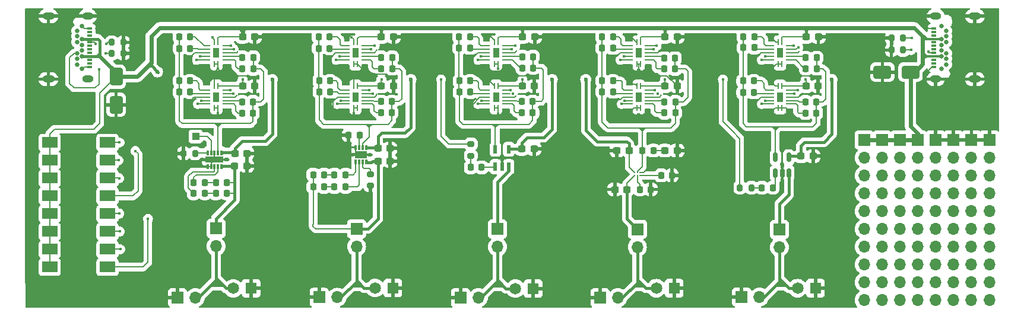
<source format=gbr>
%TF.GenerationSoftware,KiCad,Pcbnew,8.0.3-8.0.3-0~ubuntu22.04.1*%
%TF.CreationDate,2024-12-02T08:44:26+01:00*%
%TF.ProjectId,BreakoutboardRT9532,42726561-6b6f-4757-9462-6f6172645254,rev?*%
%TF.SameCoordinates,Original*%
%TF.FileFunction,Copper,L1,Top*%
%TF.FilePolarity,Positive*%
%FSLAX46Y46*%
G04 Gerber Fmt 4.6, Leading zero omitted, Abs format (unit mm)*
G04 Created by KiCad (PCBNEW 8.0.3-8.0.3-0~ubuntu22.04.1) date 2024-12-02 08:44:26*
%MOMM*%
%LPD*%
G01*
G04 APERTURE LIST*
G04 Aperture macros list*
%AMRoundRect*
0 Rectangle with rounded corners*
0 $1 Rounding radius*
0 $2 $3 $4 $5 $6 $7 $8 $9 X,Y pos of 4 corners*
0 Add a 4 corners polygon primitive as box body*
4,1,4,$2,$3,$4,$5,$6,$7,$8,$9,$2,$3,0*
0 Add four circle primitives for the rounded corners*
1,1,$1+$1,$2,$3*
1,1,$1+$1,$4,$5*
1,1,$1+$1,$6,$7*
1,1,$1+$1,$8,$9*
0 Add four rect primitives between the rounded corners*
20,1,$1+$1,$2,$3,$4,$5,0*
20,1,$1+$1,$4,$5,$6,$7,0*
20,1,$1+$1,$6,$7,$8,$9,0*
20,1,$1+$1,$8,$9,$2,$3,0*%
G04 Aperture macros list end*
%TA.AperFunction,Conductor*%
%ADD10C,0.200000*%
%TD*%
%TA.AperFunction,SMDPad,CuDef*%
%ADD11RoundRect,0.225000X-0.225000X-0.250000X0.225000X-0.250000X0.225000X0.250000X-0.225000X0.250000X0*%
%TD*%
%TA.AperFunction,SMDPad,CuDef*%
%ADD12RoundRect,0.225000X0.225000X0.250000X-0.225000X0.250000X-0.225000X-0.250000X0.225000X-0.250000X0*%
%TD*%
%TA.AperFunction,SMDPad,CuDef*%
%ADD13RoundRect,0.200000X-0.275000X0.200000X-0.275000X-0.200000X0.275000X-0.200000X0.275000X0.200000X0*%
%TD*%
%TA.AperFunction,SMDPad,CuDef*%
%ADD14R,0.300000X0.700000*%
%TD*%
%TA.AperFunction,SMDPad,CuDef*%
%ADD15R,1.700000X1.000000*%
%TD*%
%TA.AperFunction,SMDPad,CuDef*%
%ADD16RoundRect,0.218750X0.218750X0.256250X-0.218750X0.256250X-0.218750X-0.256250X0.218750X-0.256250X0*%
%TD*%
%TA.AperFunction,SMDPad,CuDef*%
%ADD17RoundRect,0.237500X-0.300000X-0.237500X0.300000X-0.237500X0.300000X0.237500X-0.300000X0.237500X0*%
%TD*%
%TA.AperFunction,SMDPad,CuDef*%
%ADD18RoundRect,0.150000X0.150000X-0.512500X0.150000X0.512500X-0.150000X0.512500X-0.150000X-0.512500X0*%
%TD*%
%TA.AperFunction,SMDPad,CuDef*%
%ADD19RoundRect,0.200000X0.200000X0.275000X-0.200000X0.275000X-0.200000X-0.275000X0.200000X-0.275000X0*%
%TD*%
%TA.AperFunction,SMDPad,CuDef*%
%ADD20R,0.240000X0.900000*%
%TD*%
%TA.AperFunction,SMDPad,CuDef*%
%ADD21R,0.900000X0.240000*%
%TD*%
%TA.AperFunction,SMDPad,CuDef*%
%ADD22R,0.900000X1.400000*%
%TD*%
%TA.AperFunction,ComponentPad*%
%ADD23R,1.650000X1.650000*%
%TD*%
%TA.AperFunction,ComponentPad*%
%ADD24C,1.650000*%
%TD*%
%TA.AperFunction,ComponentPad*%
%ADD25R,1.700000X1.700000*%
%TD*%
%TA.AperFunction,ComponentPad*%
%ADD26O,1.700000X1.700000*%
%TD*%
%TA.AperFunction,SMDPad,CuDef*%
%ADD27C,0.226000*%
%TD*%
%TA.AperFunction,SMDPad,CuDef*%
%ADD28RoundRect,0.237500X0.300000X0.237500X-0.300000X0.237500X-0.300000X-0.237500X0.300000X-0.237500X0*%
%TD*%
%TA.AperFunction,SMDPad,CuDef*%
%ADD29RoundRect,0.200000X0.275000X-0.200000X0.275000X0.200000X-0.275000X0.200000X-0.275000X-0.200000X0*%
%TD*%
%TA.AperFunction,SMDPad,CuDef*%
%ADD30R,0.600000X1.150000*%
%TD*%
%TA.AperFunction,SMDPad,CuDef*%
%ADD31RoundRect,0.218750X-0.218750X-0.256250X0.218750X-0.256250X0.218750X0.256250X-0.218750X0.256250X0*%
%TD*%
%TA.AperFunction,SMDPad,CuDef*%
%ADD32R,2.160000X1.520000*%
%TD*%
%TA.AperFunction,SMDPad,CuDef*%
%ADD33R,1.000000X1.000000*%
%TD*%
%TA.AperFunction,SMDPad,CuDef*%
%ADD34RoundRect,0.200000X-0.200000X-0.275000X0.200000X-0.275000X0.200000X0.275000X-0.200000X0.275000X0*%
%TD*%
%TA.AperFunction,ComponentPad*%
%ADD35O,1.800000X1.000000*%
%TD*%
%TA.AperFunction,ComponentPad*%
%ADD36O,1.600000X1.000000*%
%TD*%
%TA.AperFunction,ComponentPad*%
%ADD37C,0.650000*%
%TD*%
%TA.AperFunction,SMDPad,CuDef*%
%ADD38R,0.700000X0.350000*%
%TD*%
%TA.AperFunction,SMDPad,CuDef*%
%ADD39R,0.300000X0.750000*%
%TD*%
%TA.AperFunction,SMDPad,CuDef*%
%ADD40R,2.550000X0.850000*%
%TD*%
%TA.AperFunction,SMDPad,CuDef*%
%ADD41RoundRect,0.250000X1.000000X0.650000X-1.000000X0.650000X-1.000000X-0.650000X1.000000X-0.650000X0*%
%TD*%
%TA.AperFunction,SMDPad,CuDef*%
%ADD42RoundRect,0.250000X-0.650000X1.000000X-0.650000X-1.000000X0.650000X-1.000000X0.650000X1.000000X0*%
%TD*%
%TA.AperFunction,ViaPad*%
%ADD43C,0.600000*%
%TD*%
%TA.AperFunction,ViaPad*%
%ADD44C,0.400000*%
%TD*%
%TA.AperFunction,Conductor*%
%ADD45C,0.150000*%
%TD*%
%TA.AperFunction,Conductor*%
%ADD46C,0.400000*%
%TD*%
%TA.AperFunction,Conductor*%
%ADD47C,0.600000*%
%TD*%
%TA.AperFunction,Conductor*%
%ADD48C,0.350000*%
%TD*%
G04 APERTURE END LIST*
D10*
%TO.N,VBat5*%
X160600000Y-91250000D02*
X159200000Y-91250000D01*
X159868770Y-90395919D01*
X160600000Y-91250000D01*
%TA.AperFunction,Conductor*%
G36*
X160600000Y-91250000D02*
G01*
X159200000Y-91250000D01*
X159868770Y-90395919D01*
X160600000Y-91250000D01*
G37*
%TD.AperFunction*%
%TO.N,ISET5*%
X159200000Y-68850000D02*
X159100000Y-68850000D01*
X158700000Y-68450000D01*
X159600000Y-68450000D01*
X159200000Y-68850000D01*
%TA.AperFunction,Conductor*%
G36*
X159200000Y-68850000D02*
G01*
X159100000Y-68850000D01*
X158700000Y-68450000D01*
X159600000Y-68450000D01*
X159200000Y-68850000D01*
G37*
%TD.AperFunction*%
%TO.N,VBat4*%
X140300000Y-91350000D02*
X138900000Y-91350000D01*
X139568770Y-90495919D01*
X140300000Y-91350000D01*
%TA.AperFunction,Conductor*%
G36*
X140300000Y-91350000D02*
G01*
X138900000Y-91350000D01*
X139568770Y-90495919D01*
X140300000Y-91350000D01*
G37*
%TD.AperFunction*%
%TO.N,ISET4*%
X140200000Y-69000000D02*
X140100000Y-69000000D01*
X139700000Y-68600000D01*
X140600000Y-68600000D01*
X140200000Y-69000000D01*
%TA.AperFunction,Conductor*%
G36*
X140200000Y-69000000D02*
G01*
X140100000Y-69000000D01*
X139700000Y-68600000D01*
X140600000Y-68600000D01*
X140200000Y-69000000D01*
G37*
%TD.AperFunction*%
%TO.N,VBat3*%
X120250000Y-91300000D02*
X118850000Y-91300000D01*
X119518770Y-90445919D01*
X120250000Y-91300000D01*
%TA.AperFunction,Conductor*%
G36*
X120250000Y-91300000D02*
G01*
X118850000Y-91300000D01*
X119518770Y-90445919D01*
X120250000Y-91300000D01*
G37*
%TD.AperFunction*%
%TO.N,ISET3*%
X119250000Y-68500000D02*
X119150000Y-68500000D01*
X118750000Y-68100000D01*
X119650000Y-68100000D01*
X119250000Y-68500000D01*
%TA.AperFunction,Conductor*%
G36*
X119250000Y-68500000D02*
G01*
X119150000Y-68500000D01*
X118750000Y-68100000D01*
X119650000Y-68100000D01*
X119250000Y-68500000D01*
G37*
%TD.AperFunction*%
%TO.N,VBat2*%
X100200000Y-91300000D02*
X98800000Y-91300000D01*
X99425277Y-90471604D01*
X100200000Y-91300000D01*
%TA.AperFunction,Conductor*%
G36*
X100200000Y-91300000D02*
G01*
X98800000Y-91300000D01*
X99425277Y-90471604D01*
X100200000Y-91300000D01*
G37*
%TD.AperFunction*%
%TO.N,ISET2*%
X101250000Y-68500000D02*
X101150000Y-68500000D01*
X100750000Y-68100000D01*
X101650000Y-68100000D01*
X101250000Y-68500000D01*
%TA.AperFunction,Conductor*%
G36*
X101250000Y-68500000D02*
G01*
X101150000Y-68500000D01*
X100750000Y-68100000D01*
X101650000Y-68100000D01*
X101250000Y-68500000D01*
G37*
%TD.AperFunction*%
%TO.N,VBat1*%
X80400000Y-91200000D02*
X78650000Y-91200000D01*
X79400000Y-90250000D01*
X80400000Y-91200000D01*
%TA.AperFunction,Conductor*%
G36*
X80400000Y-91200000D02*
G01*
X78650000Y-91200000D01*
X79400000Y-90250000D01*
X80400000Y-91200000D01*
G37*
%TD.AperFunction*%
%TO.N,ISET1*%
X79700000Y-68400000D02*
X79600000Y-68400000D01*
X79200000Y-68000000D01*
X80100000Y-68000000D01*
X79700000Y-68400000D01*
%TA.AperFunction,Conductor*%
G36*
X79700000Y-68400000D02*
G01*
X79600000Y-68400000D01*
X79200000Y-68000000D01*
X80100000Y-68000000D01*
X79700000Y-68400000D01*
G37*
%TD.AperFunction*%
%TO.N,VBUS*%
X180700000Y-55800000D02*
X180664118Y-55950000D01*
X180314118Y-56200000D01*
X180350000Y-55450000D01*
X180700000Y-55800000D01*
%TA.AperFunction,Conductor*%
G36*
X180700000Y-55800000D02*
G01*
X180664118Y-55950000D01*
X180314118Y-56200000D01*
X180350000Y-55450000D01*
X180700000Y-55800000D01*
G37*
%TD.AperFunction*%
X180700000Y-58300000D02*
X180700000Y-58500000D01*
X180350000Y-58750000D01*
X180350000Y-58000000D01*
X180700000Y-58300000D01*
%TA.AperFunction,Conductor*%
G36*
X180700000Y-58300000D02*
G01*
X180700000Y-58500000D01*
X180350000Y-58750000D01*
X180350000Y-58000000D01*
X180700000Y-58300000D01*
G37*
%TD.AperFunction*%
X163425626Y-54766678D02*
X163130544Y-54466678D01*
X163425626Y-54466678D01*
X163425626Y-54766678D01*
%TA.AperFunction,Conductor*%
G36*
X163425626Y-54766678D02*
G01*
X163130544Y-54466678D01*
X163425626Y-54466678D01*
X163425626Y-54766678D01*
G37*
%TD.AperFunction*%
X163604707Y-54792911D02*
X163604707Y-54497829D01*
X163904707Y-54497829D01*
X163604707Y-54792911D01*
%TA.AperFunction,Conductor*%
G36*
X163604707Y-54792911D02*
G01*
X163604707Y-54497829D01*
X163904707Y-54497829D01*
X163604707Y-54792911D01*
G37*
%TD.AperFunction*%
X143462500Y-54800000D02*
X143462500Y-54504918D01*
X143762500Y-54504918D01*
X143462500Y-54800000D01*
%TA.AperFunction,Conductor*%
G36*
X143462500Y-54800000D02*
G01*
X143462500Y-54504918D01*
X143762500Y-54504918D01*
X143462500Y-54800000D01*
G37*
%TD.AperFunction*%
X143283419Y-54773767D02*
X142988337Y-54473767D01*
X143283419Y-54473767D01*
X143283419Y-54773767D01*
%TA.AperFunction,Conductor*%
G36*
X143283419Y-54773767D02*
G01*
X142988337Y-54473767D01*
X143283419Y-54473767D01*
X143283419Y-54773767D01*
G37*
%TD.AperFunction*%
X123129081Y-54776233D02*
X123129081Y-54481151D01*
X123429081Y-54481151D01*
X123129081Y-54776233D01*
%TA.AperFunction,Conductor*%
G36*
X123129081Y-54776233D02*
G01*
X123129081Y-54481151D01*
X123429081Y-54481151D01*
X123129081Y-54776233D01*
G37*
%TD.AperFunction*%
X122950000Y-54750000D02*
X122654918Y-54450000D01*
X122950000Y-54450000D01*
X122950000Y-54750000D01*
%TA.AperFunction,Conductor*%
G36*
X122950000Y-54750000D02*
G01*
X122654918Y-54450000D01*
X122950000Y-54450000D01*
X122950000Y-54750000D01*
G37*
%TD.AperFunction*%
X102820919Y-54773767D02*
X102525837Y-54473767D01*
X102820919Y-54473767D01*
X102820919Y-54773767D01*
%TA.AperFunction,Conductor*%
G36*
X102820919Y-54773767D02*
G01*
X102525837Y-54473767D01*
X102820919Y-54473767D01*
X102820919Y-54773767D01*
G37*
%TD.AperFunction*%
X103000000Y-54800000D02*
X103000000Y-54504918D01*
X103300000Y-54504918D01*
X103000000Y-54800000D01*
%TA.AperFunction,Conductor*%
G36*
X103000000Y-54800000D02*
G01*
X103000000Y-54504918D01*
X103300000Y-54504918D01*
X103000000Y-54800000D01*
G37*
%TD.AperFunction*%
X70300000Y-59950000D02*
X69550000Y-59950000D01*
X70300000Y-59250000D01*
X70300000Y-59950000D01*
%TA.AperFunction,Conductor*%
G36*
X70300000Y-59950000D02*
G01*
X69550000Y-59950000D01*
X70300000Y-59250000D01*
X70300000Y-59950000D01*
G37*
%TD.AperFunction*%
X82923384Y-54825440D02*
X82628302Y-54525440D01*
X82923384Y-54525440D01*
X82923384Y-54825440D01*
%TA.AperFunction,Conductor*%
G36*
X82923384Y-54825440D02*
G01*
X82628302Y-54525440D01*
X82923384Y-54525440D01*
X82923384Y-54825440D01*
G37*
%TD.AperFunction*%
X83375440Y-54821698D02*
X83375440Y-54526616D01*
X83675440Y-54526616D01*
X83375440Y-54821698D01*
%TA.AperFunction,Conductor*%
G36*
X83375440Y-54821698D02*
G01*
X83375440Y-54526616D01*
X83675440Y-54526616D01*
X83375440Y-54821698D01*
G37*
%TD.AperFunction*%
X62650000Y-58250000D02*
X62400000Y-58250000D01*
X62650000Y-58000000D01*
X62650000Y-58250000D01*
%TA.AperFunction,Conductor*%
G36*
X62650000Y-58250000D02*
G01*
X62400000Y-58250000D01*
X62650000Y-58000000D01*
X62650000Y-58250000D01*
G37*
%TD.AperFunction*%
%TD*%
D11*
%TO.P,R56,1*%
%TO.N,I_Sense2*%
X93212500Y-77050000D03*
%TO.P,R56,2*%
%TO.N,Net-(D8-A)*%
X94762500Y-77050000D03*
%TD*%
D12*
%TO.P,R55,1*%
%TO.N,Net-(D5-A)*%
X94762500Y-75300000D03*
%TO.P,R55,2*%
%TO.N,I_Sense2*%
X93212500Y-75300000D03*
%TD*%
D13*
%TO.P,R54,1*%
%TO.N,Net-(IC14-VSET)*%
X101350000Y-75225000D03*
%TO.P,R54,2*%
%TO.N,GND*%
X101350000Y-76875000D03*
%TD*%
D12*
%TO.P,R16,1*%
%TO.N,Net-(IC14-TS)*%
X99825000Y-69650000D03*
%TO.P,R16,2*%
%TO.N,GND*%
X98275000Y-69650000D03*
%TD*%
D14*
%TO.P,IC14,1,IN*%
%TO.N,VBUS*%
X100800000Y-71400000D03*
%TO.P,IC14,2,ISET*%
%TO.N,ISET2*%
X100300000Y-71400000D03*
%TO.P,IC14,3,TS*%
%TO.N,Net-(IC14-TS)*%
X99800000Y-71400000D03*
%TO.P,IC14,4,GND*%
%TO.N,GND*%
X99300000Y-71400000D03*
%TO.P,IC14,5,STAT*%
%TO.N,Net-(D5-K)*%
X99300000Y-73500000D03*
%TO.P,IC14,6,~{PG}*%
%TO.N,Net-(D8-K)*%
X99800000Y-73500000D03*
%TO.P,IC14,7,VSET*%
%TO.N,Net-(IC14-VSET)*%
X100300000Y-73500000D03*
%TO.P,IC14,8,OUT*%
%TO.N,I_Sense2*%
X100800000Y-73500000D03*
D15*
%TO.P,IC14,9,EP*%
%TO.N,GND*%
X100050000Y-72450000D03*
%TD*%
D16*
%TO.P,D8,1,K*%
%TO.N,Net-(D8-K)*%
X97825000Y-77050000D03*
%TO.P,D8,2,A*%
%TO.N,Net-(D8-A)*%
X96250000Y-77050000D03*
%TD*%
%TO.P,D5,1,K*%
%TO.N,Net-(D5-K)*%
X97825000Y-75300000D03*
%TO.P,D5,2,A*%
%TO.N,Net-(D5-A)*%
X96250000Y-75300000D03*
%TD*%
D17*
%TO.P,C6,2*%
%TO.N,GND*%
X104175000Y-73350000D03*
%TO.P,C6,1*%
%TO.N,I_Sense2*%
X102450000Y-73350000D03*
%TD*%
%TO.P,C4,1*%
%TO.N,VBUS*%
X102450000Y-71550000D03*
%TO.P,C4,2*%
%TO.N,GND*%
X104175000Y-71550000D03*
%TD*%
D18*
%TO.P,U2,1,~{CHRG}*%
%TO.N,Net-(D7-K)*%
X159150000Y-75087500D03*
%TO.P,U2,2,GND*%
%TO.N,GND*%
X160100000Y-75087500D03*
%TO.P,U2,3,BAT*%
%TO.N,I_Sense5*%
X161050000Y-75087500D03*
%TO.P,U2,4,V_{CC}*%
%TO.N,VBUS*%
X161050000Y-72812500D03*
%TO.P,U2,5,PROG*%
%TO.N,ISET5*%
X159150000Y-72812500D03*
%TD*%
D12*
%TO.P,R53,1*%
%TO.N,ISET5*%
X164975000Y-66500000D03*
%TO.P,R53,2*%
%TO.N,Net-(IC13-3Z)*%
X163425000Y-66500000D03*
%TD*%
D11*
%TO.P,R52,1*%
%TO.N,Net-(IC13-4Z)*%
X163425000Y-64900000D03*
%TO.P,R52,2*%
%TO.N,ISET5*%
X164975000Y-64900000D03*
%TD*%
D12*
%TO.P,R51,1*%
%TO.N,ISET5*%
X165025000Y-60150000D03*
%TO.P,R51,2*%
%TO.N,Net-(IC12-3Z)*%
X163475000Y-60150000D03*
%TD*%
D11*
%TO.P,R50,1*%
%TO.N,Net-(IC12-4Z)*%
X163475000Y-58600000D03*
%TO.P,R50,2*%
%TO.N,ISET5*%
X165025000Y-58600000D03*
%TD*%
D12*
%TO.P,R49,1*%
%TO.N,Net-(IC13-2Z)*%
X156075000Y-63550000D03*
%TO.P,R49,2*%
%TO.N,ISET5*%
X154525000Y-63550000D03*
%TD*%
D11*
%TO.P,R48,1*%
%TO.N,ISET5*%
X154525000Y-61900000D03*
%TO.P,R48,2*%
%TO.N,Net-(IC13-1Z)*%
X156075000Y-61900000D03*
%TD*%
D12*
%TO.P,R47,1*%
%TO.N,Net-(IC12-2Z)*%
X156125000Y-57150000D03*
%TO.P,R47,2*%
%TO.N,ISET5*%
X154575000Y-57150000D03*
%TD*%
D11*
%TO.P,R46,1*%
%TO.N,ISET5*%
X154575000Y-55600000D03*
%TO.P,R46,2*%
%TO.N,Net-(IC12-1Z)*%
X156125000Y-55600000D03*
%TD*%
D19*
%TO.P,R45,1*%
%TO.N,Net-(D7-A)*%
X155725000Y-77150000D03*
%TO.P,R45,2*%
%TO.N,VBUS*%
X154075000Y-77150000D03*
%TD*%
D20*
%TO.P,IC13,1,1Y*%
%TO.N,GND*%
X159550000Y-62650000D03*
D21*
%TO.P,IC13,2,1Z*%
%TO.N,Net-(IC13-1Z)*%
X158500000Y-63200000D03*
%TO.P,IC13,3,2Z*%
%TO.N,Net-(IC13-2Z)*%
X158500000Y-63700000D03*
%TO.P,IC13,4,2Y*%
%TO.N,GND*%
X158500000Y-64200000D03*
%TO.P,IC13,5,2E*%
%TO.N,RSET6*%
X158500000Y-64700000D03*
%TO.P,IC13,6,3E*%
%TO.N,RSET7*%
X158500000Y-65200000D03*
D20*
%TO.P,IC13,7,GND*%
%TO.N,GND*%
X159550000Y-65750000D03*
%TO.P,IC13,8,3Y*%
X160050000Y-65750000D03*
D21*
%TO.P,IC13,9,3Z*%
%TO.N,Net-(IC13-3Z)*%
X161100000Y-65200000D03*
%TO.P,IC13,10,4Z*%
%TO.N,Net-(IC13-4Z)*%
X161100000Y-64700000D03*
%TO.P,IC13,11,4Y*%
%TO.N,GND*%
X161100000Y-64200000D03*
%TO.P,IC13,12,4E*%
%TO.N,RSET8*%
X161100000Y-63700000D03*
%TO.P,IC13,13,1E*%
%TO.N,RSET5*%
X161100000Y-63200000D03*
D20*
%TO.P,IC13,14,VCC_1*%
%TO.N,VBUS*%
X160050000Y-62650000D03*
D22*
%TO.P,IC13,15,VCC_2*%
%TO.N,unconnected-(IC13-VCC_2-Pad15)*%
X159800000Y-64200000D03*
%TD*%
D20*
%TO.P,IC12,1,1Y*%
%TO.N,GND*%
X159550000Y-56350000D03*
D21*
%TO.P,IC12,2,1Z*%
%TO.N,Net-(IC12-1Z)*%
X158500000Y-56900000D03*
%TO.P,IC12,3,2Z*%
%TO.N,Net-(IC12-2Z)*%
X158500000Y-57400000D03*
%TO.P,IC12,4,2Y*%
%TO.N,GND*%
X158500000Y-57900000D03*
%TO.P,IC12,5,2E*%
%TO.N,RSET2*%
X158500000Y-58400000D03*
%TO.P,IC12,6,3E*%
%TO.N,RSET3*%
X158500000Y-58900000D03*
D20*
%TO.P,IC12,7,GND*%
%TO.N,GND*%
X159550000Y-59450000D03*
%TO.P,IC12,8,3Y*%
X160050000Y-59450000D03*
D21*
%TO.P,IC12,9,3Z*%
%TO.N,Net-(IC12-3Z)*%
X161100000Y-58900000D03*
%TO.P,IC12,10,4Z*%
%TO.N,Net-(IC12-4Z)*%
X161100000Y-58400000D03*
%TO.P,IC12,11,4Y*%
%TO.N,GND*%
X161100000Y-57900000D03*
%TO.P,IC12,12,4E*%
%TO.N,RSET4*%
X161100000Y-57400000D03*
%TO.P,IC12,13,1E*%
%TO.N,RSET1*%
X161100000Y-56900000D03*
D20*
%TO.P,IC12,14,VCC_1*%
%TO.N,VBUS*%
X160050000Y-56350000D03*
D22*
%TO.P,IC12,15,VCC_2*%
%TO.N,unconnected-(IC12-VCC_2-Pad15)*%
X159800000Y-57900000D03*
%TD*%
D16*
%TO.P,D7,1,K*%
%TO.N,Net-(D7-K)*%
X158787500Y-77150000D03*
%TO.P,D7,2,A*%
%TO.N,Net-(D7-A)*%
X157212500Y-77150000D03*
%TD*%
D17*
%TO.P,C19,1*%
%TO.N,VBUS*%
X163487500Y-62650000D03*
%TO.P,C19,2*%
%TO.N,GND*%
X165212500Y-62650000D03*
%TD*%
%TO.P,C18,1*%
%TO.N,VBUS*%
X163537500Y-55600000D03*
%TO.P,C18,2*%
%TO.N,GND*%
X165262500Y-55600000D03*
%TD*%
%TO.P,C17,1*%
%TO.N,VBUS*%
X162787500Y-72650000D03*
%TO.P,C17,2*%
%TO.N,GND*%
X164512500Y-72650000D03*
%TD*%
D23*
%TO.P,J17,1,1*%
%TO.N,GND*%
X164840000Y-91500000D03*
D24*
%TO.P,J17,2,2*%
%TO.N,VBat5*%
X162300000Y-91500000D03*
%TD*%
D23*
%TO.P,J16,1,1*%
%TO.N,GND*%
X144690000Y-91500000D03*
D24*
%TO.P,J16,2,2*%
%TO.N,VBat4*%
X142150000Y-91500000D03*
%TD*%
D23*
%TO.P,J15,1,1*%
%TO.N,GND*%
X124590000Y-91550000D03*
D24*
%TO.P,J15,2,2*%
%TO.N,VBat3*%
X122050000Y-91550000D03*
%TD*%
D23*
%TO.P,J14,1,1*%
%TO.N,GND*%
X104570000Y-91470000D03*
D24*
%TO.P,J14,2,2*%
%TO.N,VBat2*%
X102030000Y-91470000D03*
%TD*%
D23*
%TO.P,J13,1,1*%
%TO.N,GND*%
X84370000Y-91520000D03*
D24*
%TO.P,J13,2,2*%
%TO.N,VBat1*%
X81830000Y-91520000D03*
%TD*%
D25*
%TO.P,J12,1,Pin_1*%
%TO.N,GND*%
X154325000Y-92750000D03*
D26*
%TO.P,J12,2,Pin_2*%
%TO.N,VBat5*%
X156865000Y-92750000D03*
%TD*%
D25*
%TO.P,J11,1,Pin_1*%
%TO.N,I_Sense5*%
X159700000Y-83125000D03*
D26*
%TO.P,J11,2,Pin_2*%
%TO.N,VBat5*%
X159700000Y-85665000D03*
%TD*%
D25*
%TO.P,REF\u002A\u002A,1*%
%TO.N,GND*%
X189650000Y-70300000D03*
D26*
%TO.P,REF\u002A\u002A,2*%
%TO.N,N/C*%
X189650000Y-72840000D03*
%TO.P,REF\u002A\u002A,3*%
X189650000Y-75380000D03*
%TO.P,REF\u002A\u002A,4*%
X189650000Y-77920000D03*
%TO.P,REF\u002A\u002A,5*%
X189650000Y-80460000D03*
%TO.P,REF\u002A\u002A,6*%
X189650000Y-83000000D03*
%TO.P,REF\u002A\u002A,7*%
X189650000Y-85540000D03*
%TO.P,REF\u002A\u002A,8*%
X189650000Y-88080000D03*
%TO.P,REF\u002A\u002A,9*%
X189650000Y-90620000D03*
%TO.P,REF\u002A\u002A,10*%
X189650000Y-93160000D03*
%TD*%
D25*
%TO.P,REF\u002A\u002A,1*%
%TO.N,GND*%
X187100000Y-70300000D03*
D26*
%TO.P,REF\u002A\u002A,2*%
%TO.N,N/C*%
X187100000Y-72840000D03*
%TO.P,REF\u002A\u002A,3*%
X187100000Y-75380000D03*
%TO.P,REF\u002A\u002A,4*%
X187100000Y-77920000D03*
%TO.P,REF\u002A\u002A,5*%
X187100000Y-80460000D03*
%TO.P,REF\u002A\u002A,6*%
X187100000Y-83000000D03*
%TO.P,REF\u002A\u002A,7*%
X187100000Y-85540000D03*
%TO.P,REF\u002A\u002A,8*%
X187100000Y-88080000D03*
%TO.P,REF\u002A\u002A,9*%
X187100000Y-90620000D03*
%TO.P,REF\u002A\u002A,10*%
X187100000Y-93160000D03*
%TD*%
D25*
%TO.P,REF\u002A\u002A,1*%
%TO.N,GND*%
X184550000Y-70310000D03*
D26*
%TO.P,REF\u002A\u002A,2*%
%TO.N,N/C*%
X184550000Y-72850000D03*
%TO.P,REF\u002A\u002A,3*%
X184550000Y-75390000D03*
%TO.P,REF\u002A\u002A,4*%
X184550000Y-77930000D03*
%TO.P,REF\u002A\u002A,5*%
X184550000Y-80470000D03*
%TO.P,REF\u002A\u002A,6*%
X184550000Y-83010000D03*
%TO.P,REF\u002A\u002A,7*%
X184550000Y-85550000D03*
%TO.P,REF\u002A\u002A,8*%
X184550000Y-88090000D03*
%TO.P,REF\u002A\u002A,9*%
X184550000Y-90630000D03*
%TO.P,REF\u002A\u002A,10*%
X184550000Y-93170000D03*
%TD*%
D25*
%TO.P,REF\u002A\u002A,1*%
%TO.N,GND*%
X182000000Y-70310000D03*
D26*
%TO.P,REF\u002A\u002A,2*%
%TO.N,N/C*%
X182000000Y-72850000D03*
%TO.P,REF\u002A\u002A,3*%
X182000000Y-75390000D03*
%TO.P,REF\u002A\u002A,4*%
X182000000Y-77930000D03*
%TO.P,REF\u002A\u002A,5*%
X182000000Y-80470000D03*
%TO.P,REF\u002A\u002A,6*%
X182000000Y-83010000D03*
%TO.P,REF\u002A\u002A,7*%
X182000000Y-85550000D03*
%TO.P,REF\u002A\u002A,8*%
X182000000Y-88090000D03*
%TO.P,REF\u002A\u002A,9*%
X182000000Y-90630000D03*
%TO.P,REF\u002A\u002A,10*%
X182000000Y-93170000D03*
%TD*%
D25*
%TO.P,REF\u002A\u002A,1*%
%TO.N,VBUS*%
X179450000Y-70325000D03*
D26*
%TO.P,REF\u002A\u002A,2*%
%TO.N,N/C*%
X179450000Y-72865000D03*
%TO.P,REF\u002A\u002A,3*%
X179450000Y-75405000D03*
%TO.P,REF\u002A\u002A,4*%
X179450000Y-77945000D03*
%TO.P,REF\u002A\u002A,5*%
X179450000Y-80485000D03*
%TO.P,REF\u002A\u002A,6*%
X179450000Y-83025000D03*
%TO.P,REF\u002A\u002A,7*%
X179450000Y-85565000D03*
%TO.P,REF\u002A\u002A,8*%
X179450000Y-88105000D03*
%TO.P,REF\u002A\u002A,9*%
X179450000Y-90645000D03*
%TO.P,REF\u002A\u002A,10*%
X179450000Y-93185000D03*
%TD*%
D25*
%TO.P,REF\u002A\u002A,1*%
%TO.N,VBUS*%
X176900000Y-70325000D03*
D26*
%TO.P,REF\u002A\u002A,2*%
%TO.N,N/C*%
X176900000Y-72865000D03*
%TO.P,REF\u002A\u002A,3*%
X176900000Y-75405000D03*
%TO.P,REF\u002A\u002A,4*%
X176900000Y-77945000D03*
%TO.P,REF\u002A\u002A,5*%
X176900000Y-80485000D03*
%TO.P,REF\u002A\u002A,6*%
X176900000Y-83025000D03*
%TO.P,REF\u002A\u002A,7*%
X176900000Y-85565000D03*
%TO.P,REF\u002A\u002A,8*%
X176900000Y-88105000D03*
%TO.P,REF\u002A\u002A,9*%
X176900000Y-90645000D03*
%TO.P,REF\u002A\u002A,10*%
X176900000Y-93185000D03*
%TD*%
D25*
%TO.P,REF\u002A\u002A,1*%
%TO.N,VBUS*%
X174350000Y-70335000D03*
D26*
%TO.P,REF\u002A\u002A,2*%
%TO.N,N/C*%
X174350000Y-72875000D03*
%TO.P,REF\u002A\u002A,3*%
X174350000Y-75415000D03*
%TO.P,REF\u002A\u002A,4*%
X174350000Y-77955000D03*
%TO.P,REF\u002A\u002A,5*%
X174350000Y-80495000D03*
%TO.P,REF\u002A\u002A,6*%
X174350000Y-83035000D03*
%TO.P,REF\u002A\u002A,7*%
X174350000Y-85575000D03*
%TO.P,REF\u002A\u002A,8*%
X174350000Y-88115000D03*
%TO.P,REF\u002A\u002A,9*%
X174350000Y-90655000D03*
%TO.P,REF\u002A\u002A,10*%
X174350000Y-93195000D03*
%TD*%
D25*
%TO.P,REF\u002A\u002A,1*%
%TO.N,VBUS*%
X171800000Y-70335000D03*
D26*
%TO.P,REF\u002A\u002A,2*%
%TO.N,N/C*%
X171800000Y-72875000D03*
%TO.P,REF\u002A\u002A,3*%
X171800000Y-75415000D03*
%TO.P,REF\u002A\u002A,4*%
X171800000Y-77955000D03*
%TO.P,REF\u002A\u002A,5*%
X171800000Y-80495000D03*
%TO.P,REF\u002A\u002A,6*%
X171800000Y-83035000D03*
%TO.P,REF\u002A\u002A,7*%
X171800000Y-85575000D03*
%TO.P,REF\u002A\u002A,8*%
X171800000Y-88115000D03*
%TO.P,REF\u002A\u002A,9*%
X171800000Y-90655000D03*
%TO.P,REF\u002A\u002A,10*%
X171800000Y-93195000D03*
%TD*%
D12*
%TO.P,R44,1*%
%TO.N,ISET4*%
X144875000Y-66450000D03*
%TO.P,R44,2*%
%TO.N,Net-(IC11-3Z)*%
X143325000Y-66450000D03*
%TD*%
D11*
%TO.P,R43,1*%
%TO.N,Net-(IC11-4Z)*%
X143325000Y-64900000D03*
%TO.P,R43,2*%
%TO.N,ISET4*%
X144875000Y-64900000D03*
%TD*%
D12*
%TO.P,R42,1*%
%TO.N,ISET4*%
X144825000Y-60200000D03*
%TO.P,R42,2*%
%TO.N,Net-(IC10-3Z)*%
X143275000Y-60200000D03*
%TD*%
D11*
%TO.P,R41,1*%
%TO.N,Net-(IC10-4Z)*%
X143275000Y-58650000D03*
%TO.P,R41,2*%
%TO.N,ISET4*%
X144825000Y-58650000D03*
%TD*%
D12*
%TO.P,R40,1*%
%TO.N,Net-(IC11-2Z)*%
X135975000Y-63450000D03*
%TO.P,R40,2*%
%TO.N,ISET4*%
X134425000Y-63450000D03*
%TD*%
D11*
%TO.P,R39,1*%
%TO.N,ISET4*%
X134425000Y-61900000D03*
%TO.P,R39,2*%
%TO.N,Net-(IC11-1Z)*%
X135975000Y-61900000D03*
%TD*%
D12*
%TO.P,R38,1*%
%TO.N,Net-(IC10-2Z)*%
X135975000Y-57200000D03*
%TO.P,R38,2*%
%TO.N,ISET4*%
X134425000Y-57200000D03*
%TD*%
D11*
%TO.P,R37,1*%
%TO.N,ISET4*%
X134425000Y-55600000D03*
%TO.P,R37,2*%
%TO.N,Net-(IC10-1Z)*%
X135975000Y-55600000D03*
%TD*%
D12*
%TO.P,R36,1*%
%TO.N,Net-(C14-Pad1)*%
X141725000Y-71850000D03*
%TO.P,R36,2*%
%TO.N,ISET4*%
X140175000Y-71850000D03*
%TD*%
%TO.P,R35,1*%
%TO.N,GND*%
X144375000Y-75400000D03*
%TO.P,R35,2*%
%TO.N,Net-(IC9-PRE-TERM)*%
X142825000Y-75400000D03*
%TD*%
D11*
%TO.P,R34,1*%
%TO.N,Net-(IC9-TS)*%
X139825000Y-77400000D03*
%TO.P,R34,2*%
%TO.N,GND*%
X141375000Y-77400000D03*
%TD*%
D20*
%TO.P,IC11,1,1Y*%
%TO.N,GND*%
X139400000Y-62650000D03*
D21*
%TO.P,IC11,2,1Z*%
%TO.N,Net-(IC11-1Z)*%
X138350000Y-63200000D03*
%TO.P,IC11,3,2Z*%
%TO.N,Net-(IC11-2Z)*%
X138350000Y-63700000D03*
%TO.P,IC11,4,2Y*%
%TO.N,GND*%
X138350000Y-64200000D03*
%TO.P,IC11,5,2E*%
%TO.N,RSET6*%
X138350000Y-64700000D03*
%TO.P,IC11,6,3E*%
%TO.N,RSET7*%
X138350000Y-65200000D03*
D20*
%TO.P,IC11,7,GND*%
%TO.N,GND*%
X139400000Y-65750000D03*
%TO.P,IC11,8,3Y*%
X139900000Y-65750000D03*
D21*
%TO.P,IC11,9,3Z*%
%TO.N,Net-(IC11-3Z)*%
X140950000Y-65200000D03*
%TO.P,IC11,10,4Z*%
%TO.N,Net-(IC11-4Z)*%
X140950000Y-64700000D03*
%TO.P,IC11,11,4Y*%
%TO.N,GND*%
X140950000Y-64200000D03*
%TO.P,IC11,12,4E*%
%TO.N,RSET8*%
X140950000Y-63700000D03*
%TO.P,IC11,13,1E*%
%TO.N,RSET5*%
X140950000Y-63200000D03*
D20*
%TO.P,IC11,14,VCC_1*%
%TO.N,VBUS*%
X139900000Y-62650000D03*
D22*
%TO.P,IC11,15,VCC_2*%
%TO.N,unconnected-(IC11-VCC_2-Pad15)*%
X139650000Y-64200000D03*
%TD*%
D20*
%TO.P,IC10,1,1Y*%
%TO.N,GND*%
X139400000Y-56350000D03*
D21*
%TO.P,IC10,2,1Z*%
%TO.N,Net-(IC10-1Z)*%
X138350000Y-56900000D03*
%TO.P,IC10,3,2Z*%
%TO.N,Net-(IC10-2Z)*%
X138350000Y-57400000D03*
%TO.P,IC10,4,2Y*%
%TO.N,GND*%
X138350000Y-57900000D03*
%TO.P,IC10,5,2E*%
%TO.N,RSET2*%
X138350000Y-58400000D03*
%TO.P,IC10,6,3E*%
%TO.N,RSET3*%
X138350000Y-58900000D03*
D20*
%TO.P,IC10,7,GND*%
%TO.N,GND*%
X139400000Y-59450000D03*
%TO.P,IC10,8,3Y*%
X139900000Y-59450000D03*
D21*
%TO.P,IC10,9,3Z*%
%TO.N,Net-(IC10-3Z)*%
X140950000Y-58900000D03*
%TO.P,IC10,10,4Z*%
%TO.N,Net-(IC10-4Z)*%
X140950000Y-58400000D03*
%TO.P,IC10,11,4Y*%
%TO.N,GND*%
X140950000Y-57900000D03*
%TO.P,IC10,12,4E*%
%TO.N,RSET4*%
X140950000Y-57400000D03*
%TO.P,IC10,13,1E*%
%TO.N,RSET1*%
X140950000Y-56900000D03*
D20*
%TO.P,IC10,14,VCC_1*%
%TO.N,VBUS*%
X139900000Y-56350000D03*
D22*
%TO.P,IC10,15,VCC_2*%
%TO.N,unconnected-(IC10-VCC_2-Pad15)*%
X139650000Y-57900000D03*
%TD*%
D27*
%TO.P,IC9,A1,OUT*%
%TO.N,I_Sense4*%
X139050000Y-75400000D03*
%TO.P,IC9,A2,IN*%
%TO.N,VBUS*%
X139050000Y-75000000D03*
%TO.P,IC9,B1,TS*%
%TO.N,Net-(IC9-TS)*%
X139450000Y-75400000D03*
%TO.P,IC9,B2,ISET*%
%TO.N,ISET4*%
X139450000Y-75000000D03*
%TO.P,IC9,C1,PRE-TERM*%
%TO.N,Net-(IC9-PRE-TERM)*%
X139850000Y-75400000D03*
%TO.P,IC9,C2,VSS*%
%TO.N,GND*%
X139850000Y-75000000D03*
%TD*%
D17*
%TO.P,C16,1*%
%TO.N,VBUS*%
X143387500Y-62650000D03*
%TO.P,C16,2*%
%TO.N,GND*%
X145112500Y-62650000D03*
%TD*%
%TO.P,C15,1*%
%TO.N,VBUS*%
X143387500Y-55600000D03*
%TO.P,C15,2*%
%TO.N,GND*%
X145112500Y-55600000D03*
%TD*%
%TO.P,C14,1*%
%TO.N,Net-(C14-Pad1)*%
X143387500Y-71850000D03*
%TO.P,C14,2*%
%TO.N,GND*%
X145112500Y-71850000D03*
%TD*%
%TO.P,C13,1*%
%TO.N,GND*%
X136225000Y-77400000D03*
%TO.P,C13,2*%
%TO.N,I_Sense4*%
X137950000Y-77400000D03*
%TD*%
D28*
%TO.P,C12,1*%
%TO.N,VBUS*%
X138275000Y-71850000D03*
%TO.P,C12,2*%
%TO.N,GND*%
X136550000Y-71850000D03*
%TD*%
D12*
%TO.P,R33,1*%
%TO.N,ISET3*%
X124525000Y-66450000D03*
%TO.P,R33,2*%
%TO.N,Net-(IC8-3Z)*%
X122975000Y-66450000D03*
%TD*%
D11*
%TO.P,R32,1*%
%TO.N,Net-(IC8-4Z)*%
X122975000Y-64850000D03*
%TO.P,R32,2*%
%TO.N,ISET3*%
X124525000Y-64850000D03*
%TD*%
D12*
%TO.P,R31,1*%
%TO.N,ISET3*%
X124575000Y-60050000D03*
%TO.P,R31,2*%
%TO.N,Net-(IC7-3Z)*%
X123025000Y-60050000D03*
%TD*%
D11*
%TO.P,R30,1*%
%TO.N,Net-(IC7-4Z)*%
X123025000Y-58450000D03*
%TO.P,R30,2*%
%TO.N,ISET3*%
X124575000Y-58450000D03*
%TD*%
D12*
%TO.P,R29,1*%
%TO.N,Net-(IC8-2Z)*%
X115625000Y-63500000D03*
%TO.P,R29,2*%
%TO.N,ISET3*%
X114075000Y-63500000D03*
%TD*%
D11*
%TO.P,R28,1*%
%TO.N,ISET3*%
X114075000Y-61900000D03*
%TO.P,R28,2*%
%TO.N,Net-(IC8-1Z)*%
X115625000Y-61900000D03*
%TD*%
D12*
%TO.P,R27,1*%
%TO.N,Net-(IC7-2Z)*%
X115575000Y-57200000D03*
%TO.P,R27,2*%
%TO.N,ISET3*%
X114025000Y-57200000D03*
%TD*%
D11*
%TO.P,R26,1*%
%TO.N,ISET3*%
X114025000Y-55600000D03*
%TO.P,R26,2*%
%TO.N,Net-(IC7-1Z)*%
X115575000Y-55600000D03*
%TD*%
D29*
%TO.P,R25,1*%
%TO.N,Net-(D6-A)*%
X115700000Y-72575000D03*
%TO.P,R25,2*%
%TO.N,VBUS*%
X115700000Y-70925000D03*
%TD*%
D20*
%TO.P,IC8,1,1Y*%
%TO.N,GND*%
X119050000Y-62650000D03*
D21*
%TO.P,IC8,2,1Z*%
%TO.N,Net-(IC8-1Z)*%
X118000000Y-63200000D03*
%TO.P,IC8,3,2Z*%
%TO.N,Net-(IC8-2Z)*%
X118000000Y-63700000D03*
%TO.P,IC8,4,2Y*%
%TO.N,GND*%
X118000000Y-64200000D03*
%TO.P,IC8,5,2E*%
%TO.N,RSET6*%
X118000000Y-64700000D03*
%TO.P,IC8,6,3E*%
%TO.N,RSET7*%
X118000000Y-65200000D03*
D20*
%TO.P,IC8,7,GND*%
%TO.N,GND*%
X119050000Y-65750000D03*
%TO.P,IC8,8,3Y*%
X119550000Y-65750000D03*
D21*
%TO.P,IC8,9,3Z*%
%TO.N,Net-(IC8-3Z)*%
X120600000Y-65200000D03*
%TO.P,IC8,10,4Z*%
%TO.N,Net-(IC8-4Z)*%
X120600000Y-64700000D03*
%TO.P,IC8,11,4Y*%
%TO.N,GND*%
X120600000Y-64200000D03*
%TO.P,IC8,12,4E*%
%TO.N,RSET8*%
X120600000Y-63700000D03*
%TO.P,IC8,13,1E*%
%TO.N,RSET5*%
X120600000Y-63200000D03*
D20*
%TO.P,IC8,14,VCC_1*%
%TO.N,VBUS*%
X119550000Y-62650000D03*
D22*
%TO.P,IC8,15,VCC_2*%
%TO.N,unconnected-(IC8-VCC_2-Pad15)*%
X119300000Y-64200000D03*
%TD*%
%TO.P,IC7,15,VCC_2*%
%TO.N,unconnected-(IC7-VCC_2-Pad15)*%
X119300000Y-57900000D03*
D20*
%TO.P,IC7,14,VCC_1*%
%TO.N,VBUS*%
X119550000Y-56350000D03*
D21*
%TO.P,IC7,13,1E*%
%TO.N,RSET1*%
X120600000Y-56900000D03*
%TO.P,IC7,12,4E*%
%TO.N,RSET4*%
X120600000Y-57400000D03*
%TO.P,IC7,11,4Y*%
%TO.N,GND*%
X120600000Y-57900000D03*
%TO.P,IC7,10,4Z*%
%TO.N,Net-(IC7-4Z)*%
X120600000Y-58400000D03*
%TO.P,IC7,9,3Z*%
%TO.N,Net-(IC7-3Z)*%
X120600000Y-58900000D03*
D20*
%TO.P,IC7,8,3Y*%
%TO.N,GND*%
X119550000Y-59450000D03*
%TO.P,IC7,7,GND*%
X119050000Y-59450000D03*
D21*
%TO.P,IC7,6,3E*%
%TO.N,RSET3*%
X118000000Y-58900000D03*
%TO.P,IC7,5,2E*%
%TO.N,RSET2*%
X118000000Y-58400000D03*
%TO.P,IC7,4,2Y*%
%TO.N,GND*%
X118000000Y-57900000D03*
%TO.P,IC7,3,2Z*%
%TO.N,Net-(IC7-2Z)*%
X118000000Y-57400000D03*
%TO.P,IC7,2,1Z*%
%TO.N,Net-(IC7-1Z)*%
X118000000Y-56900000D03*
D20*
%TO.P,IC7,1,1Y*%
%TO.N,GND*%
X119050000Y-56350000D03*
%TD*%
D30*
%TO.P,IC6,1,CHRG*%
%TO.N,Net-(D6-K)*%
X119200000Y-74150000D03*
%TO.P,IC6,2,GND*%
%TO.N,GND*%
X120150000Y-74150000D03*
%TO.P,IC6,3,BAT*%
%TO.N,I_Sense3*%
X121100000Y-74150000D03*
%TO.P,IC6,4,VCC*%
%TO.N,VBUS*%
X121100000Y-71650000D03*
%TO.P,IC6,5,PROG*%
%TO.N,ISET3*%
X119200000Y-71650000D03*
%TD*%
D16*
%TO.P,D6,1,K*%
%TO.N,Net-(D6-K)*%
X117237500Y-74250000D03*
%TO.P,D6,2,A*%
%TO.N,Net-(D6-A)*%
X115662500Y-74250000D03*
%TD*%
D17*
%TO.P,C11,1*%
%TO.N,VBUS*%
X123037500Y-62650000D03*
%TO.P,C11,2*%
%TO.N,GND*%
X124762500Y-62650000D03*
%TD*%
%TO.P,C10,1*%
%TO.N,VBUS*%
X123087500Y-55600000D03*
%TO.P,C10,2*%
%TO.N,GND*%
X124812500Y-55600000D03*
%TD*%
%TO.P,C9,1*%
%TO.N,VBUS*%
X122987500Y-71600000D03*
%TO.P,C9,2*%
%TO.N,GND*%
X124712500Y-71600000D03*
%TD*%
D31*
%TO.P,D4,2,A*%
%TO.N,Net-(D4-A)*%
X77737500Y-77950000D03*
%TO.P,D4,1,K*%
%TO.N,Net-(D4-K)*%
X76162500Y-77950000D03*
%TD*%
%TO.P,D3,2,A*%
%TO.N,Net-(D3-A)*%
X77737500Y-76400000D03*
%TO.P,D3,1,K*%
%TO.N,Net-(D3-K)*%
X76162500Y-76400000D03*
%TD*%
D32*
%TO.P,SW1,1*%
%TO.N,VBUS*%
X55620000Y-70710000D03*
%TO.P,SW1,2*%
X55620000Y-73250000D03*
%TO.P,SW1,3*%
X55620000Y-75790000D03*
%TO.P,SW1,4*%
X55620000Y-78330000D03*
%TO.P,SW1,5*%
X55620000Y-80870000D03*
%TO.P,SW1,6*%
X55620000Y-83410000D03*
%TO.P,SW1,7*%
X55620000Y-85950000D03*
%TO.P,SW1,8*%
X55620000Y-88490000D03*
%TO.P,SW1,9*%
%TO.N,RSET8*%
X63880000Y-88490000D03*
%TO.P,SW1,10*%
%TO.N,RSET7*%
X63880000Y-85950000D03*
%TO.P,SW1,11*%
%TO.N,RSET6*%
X63880000Y-83410000D03*
%TO.P,SW1,12*%
%TO.N,RSET5*%
X63880000Y-80870000D03*
%TO.P,SW1,13*%
%TO.N,RSET4*%
X63880000Y-78330000D03*
%TO.P,SW1,14*%
%TO.N,RSET3*%
X63880000Y-75790000D03*
%TO.P,SW1,15*%
%TO.N,RSET2*%
X63880000Y-73250000D03*
%TO.P,SW1,16*%
%TO.N,RSET1*%
X63880000Y-70710000D03*
%TD*%
D12*
%TO.P,R24,1*%
%TO.N,ISET2*%
X104425000Y-66450000D03*
%TO.P,R24,2*%
%TO.N,Net-(IC5-3Z)*%
X102875000Y-66450000D03*
%TD*%
D11*
%TO.P,R23,1*%
%TO.N,Net-(IC5-4Z)*%
X102875000Y-64850000D03*
%TO.P,R23,2*%
%TO.N,ISET2*%
X104425000Y-64850000D03*
%TD*%
D12*
%TO.P,R22,1*%
%TO.N,ISET2*%
X104475000Y-60150000D03*
%TO.P,R22,2*%
%TO.N,Net-(IC4-3Z)*%
X102925000Y-60150000D03*
%TD*%
D11*
%TO.P,R21,1*%
%TO.N,Net-(IC4-4Z)*%
X102925000Y-58550000D03*
%TO.P,R21,2*%
%TO.N,ISET2*%
X104475000Y-58550000D03*
%TD*%
D12*
%TO.P,R20,1*%
%TO.N,Net-(IC5-2Z)*%
X95625000Y-63450000D03*
%TO.P,R20,2*%
%TO.N,ISET2*%
X94075000Y-63450000D03*
%TD*%
D11*
%TO.P,R19,1*%
%TO.N,ISET2*%
X94075000Y-61900000D03*
%TO.P,R19,2*%
%TO.N,Net-(IC5-1Z)*%
X95625000Y-61900000D03*
%TD*%
D12*
%TO.P,R18,1*%
%TO.N,Net-(IC4-2Z)*%
X95525000Y-57250000D03*
%TO.P,R18,2*%
%TO.N,ISET2*%
X93975000Y-57250000D03*
%TD*%
D11*
%TO.P,R17,1*%
%TO.N,ISET2*%
X93975000Y-55600000D03*
%TO.P,R17,2*%
%TO.N,Net-(IC4-1Z)*%
X95525000Y-55600000D03*
%TD*%
D20*
%TO.P,IC5,1,1Y*%
%TO.N,GND*%
X99000000Y-62650000D03*
D21*
%TO.P,IC5,2,1Z*%
%TO.N,Net-(IC5-1Z)*%
X97950000Y-63200000D03*
%TO.P,IC5,3,2Z*%
%TO.N,Net-(IC5-2Z)*%
X97950000Y-63700000D03*
%TO.P,IC5,4,2Y*%
%TO.N,GND*%
X97950000Y-64200000D03*
%TO.P,IC5,5,2E*%
%TO.N,RSET6*%
X97950000Y-64700000D03*
%TO.P,IC5,6,3E*%
%TO.N,RSET7*%
X97950000Y-65200000D03*
D20*
%TO.P,IC5,7,GND*%
%TO.N,GND*%
X99000000Y-65750000D03*
%TO.P,IC5,8,3Y*%
X99500000Y-65750000D03*
D21*
%TO.P,IC5,9,3Z*%
%TO.N,Net-(IC5-3Z)*%
X100550000Y-65200000D03*
%TO.P,IC5,10,4Z*%
%TO.N,Net-(IC5-4Z)*%
X100550000Y-64700000D03*
%TO.P,IC5,11,4Y*%
%TO.N,GND*%
X100550000Y-64200000D03*
%TO.P,IC5,12,4E*%
%TO.N,RSET8*%
X100550000Y-63700000D03*
%TO.P,IC5,13,1E*%
%TO.N,RSET5*%
X100550000Y-63200000D03*
D20*
%TO.P,IC5,14,VCC_1*%
%TO.N,VBUS*%
X99500000Y-62650000D03*
D22*
%TO.P,IC5,15,VCC_2*%
%TO.N,unconnected-(IC5-VCC_2-Pad15)*%
X99250000Y-64200000D03*
%TD*%
D20*
%TO.P,IC4,1,1Y*%
%TO.N,GND*%
X99000000Y-56350000D03*
D21*
%TO.P,IC4,2,1Z*%
%TO.N,Net-(IC4-1Z)*%
X97950000Y-56900000D03*
%TO.P,IC4,3,2Z*%
%TO.N,Net-(IC4-2Z)*%
X97950000Y-57400000D03*
%TO.P,IC4,4,2Y*%
%TO.N,GND*%
X97950000Y-57900000D03*
%TO.P,IC4,5,2E*%
%TO.N,RSET2*%
X97950000Y-58400000D03*
%TO.P,IC4,6,3E*%
%TO.N,RSET3*%
X97950000Y-58900000D03*
D20*
%TO.P,IC4,7,GND*%
%TO.N,GND*%
X99000000Y-59450000D03*
%TO.P,IC4,8,3Y*%
X99500000Y-59450000D03*
D21*
%TO.P,IC4,9,3Z*%
%TO.N,Net-(IC4-3Z)*%
X100550000Y-58900000D03*
%TO.P,IC4,10,4Z*%
%TO.N,Net-(IC4-4Z)*%
X100550000Y-58400000D03*
%TO.P,IC4,11,4Y*%
%TO.N,GND*%
X100550000Y-57900000D03*
%TO.P,IC4,12,4E*%
%TO.N,RSET4*%
X100550000Y-57400000D03*
%TO.P,IC4,13,1E*%
%TO.N,RSET1*%
X100550000Y-56900000D03*
D20*
%TO.P,IC4,14,VCC_1*%
%TO.N,VBUS*%
X99500000Y-56350000D03*
D22*
%TO.P,IC4,15,VCC_2*%
%TO.N,unconnected-(IC4-VCC_2-Pad15)*%
X99250000Y-57900000D03*
%TD*%
D17*
%TO.P,C8,1*%
%TO.N,VBUS*%
X102937500Y-62650000D03*
%TO.P,C8,2*%
%TO.N,GND*%
X104662500Y-62650000D03*
%TD*%
%TO.P,C7,1*%
%TO.N,VBUS*%
X102937500Y-55600000D03*
%TO.P,C7,2*%
%TO.N,GND*%
X104662500Y-55600000D03*
%TD*%
D19*
%TO.P,R1,1*%
%TO.N,Net-(IC1-IEOC)*%
X76375000Y-72250000D03*
%TO.P,R1,2*%
%TO.N,GND*%
X74725000Y-72250000D03*
%TD*%
D12*
%TO.P,R15,2*%
%TO.N,Net-(IC2-3Z)*%
X83075000Y-66500000D03*
%TO.P,R15,1*%
%TO.N,ISET1*%
X84625000Y-66500000D03*
%TD*%
D11*
%TO.P,R14,1*%
%TO.N,Net-(IC2-4Z)*%
X83075000Y-64900000D03*
%TO.P,R14,2*%
%TO.N,ISET1*%
X84625000Y-64900000D03*
%TD*%
D12*
%TO.P,R13,1*%
%TO.N,ISET1*%
X84675000Y-60200000D03*
%TO.P,R13,2*%
%TO.N,Net-(IC3-3Z)*%
X83125000Y-60200000D03*
%TD*%
D11*
%TO.P,R12,1*%
%TO.N,Net-(IC3-4Z)*%
X83125000Y-58550000D03*
%TO.P,R12,2*%
%TO.N,ISET1*%
X84675000Y-58550000D03*
%TD*%
D12*
%TO.P,R11,1*%
%TO.N,Net-(IC2-2Z)*%
X75675000Y-63500000D03*
%TO.P,R11,2*%
%TO.N,ISET1*%
X74125000Y-63500000D03*
%TD*%
D11*
%TO.P,R10,1*%
%TO.N,ISET1*%
X74125000Y-61900000D03*
%TO.P,R10,2*%
%TO.N,Net-(IC2-1Z)*%
X75675000Y-61900000D03*
%TD*%
D12*
%TO.P,R9,1*%
%TO.N,Net-(IC3-2Z)*%
X75675000Y-57250000D03*
%TO.P,R9,2*%
%TO.N,ISET1*%
X74125000Y-57250000D03*
%TD*%
D11*
%TO.P,R8,1*%
%TO.N,ISET1*%
X74125000Y-55600000D03*
%TO.P,R8,2*%
%TO.N,Net-(IC3-1Z)*%
X75675000Y-55600000D03*
%TD*%
D17*
%TO.P,C5,2*%
%TO.N,GND*%
X84862500Y-62650000D03*
%TO.P,C5,1*%
%TO.N,VBUS*%
X83137500Y-62650000D03*
%TD*%
%TO.P,C3,1*%
%TO.N,VBUS*%
X83137500Y-55600000D03*
%TO.P,C3,2*%
%TO.N,GND*%
X84862500Y-55600000D03*
%TD*%
D22*
%TO.P,IC2,15,VCC_2*%
%TO.N,unconnected-(IC2-VCC_2-Pad15)*%
X79400000Y-64200000D03*
D20*
%TO.P,IC2,14,VCC_1*%
%TO.N,VBUS*%
X79650000Y-62650000D03*
D21*
%TO.P,IC2,13,1E*%
%TO.N,RSET5*%
X80700000Y-63200000D03*
%TO.P,IC2,12,4E*%
%TO.N,RSET8*%
X80700000Y-63700000D03*
%TO.P,IC2,11,4Y*%
%TO.N,GND*%
X80700000Y-64200000D03*
%TO.P,IC2,10,4Z*%
%TO.N,Net-(IC2-4Z)*%
X80700000Y-64700000D03*
%TO.P,IC2,9,3Z*%
%TO.N,Net-(IC2-3Z)*%
X80700000Y-65200000D03*
D20*
%TO.P,IC2,8,3Y*%
%TO.N,GND*%
X79650000Y-65750000D03*
%TO.P,IC2,7,GND*%
X79150000Y-65750000D03*
D21*
%TO.P,IC2,6,3E*%
%TO.N,RSET7*%
X78100000Y-65200000D03*
%TO.P,IC2,5,2E*%
%TO.N,RSET6*%
X78100000Y-64700000D03*
%TO.P,IC2,4,2Y*%
%TO.N,GND*%
X78100000Y-64200000D03*
%TO.P,IC2,3,2Z*%
%TO.N,Net-(IC2-2Z)*%
X78100000Y-63700000D03*
%TO.P,IC2,2,1Z*%
%TO.N,Net-(IC2-1Z)*%
X78100000Y-63200000D03*
D20*
%TO.P,IC2,1,1Y*%
%TO.N,GND*%
X79150000Y-62650000D03*
%TD*%
%TO.P,IC3,1,1Y*%
%TO.N,GND*%
X79150000Y-56350000D03*
D21*
%TO.P,IC3,2,1Z*%
%TO.N,Net-(IC3-1Z)*%
X78100000Y-56900000D03*
%TO.P,IC3,3,2Z*%
%TO.N,Net-(IC3-2Z)*%
X78100000Y-57400000D03*
%TO.P,IC3,4,2Y*%
%TO.N,GND*%
X78100000Y-57900000D03*
%TO.P,IC3,5,2E*%
%TO.N,RSET2*%
X78100000Y-58400000D03*
%TO.P,IC3,6,3E*%
%TO.N,RSET3*%
X78100000Y-58900000D03*
D20*
%TO.P,IC3,7,GND*%
%TO.N,GND*%
X79150000Y-59450000D03*
%TO.P,IC3,8,3Y*%
X79650000Y-59450000D03*
D21*
%TO.P,IC3,9,3Z*%
%TO.N,Net-(IC3-3Z)*%
X80700000Y-58900000D03*
%TO.P,IC3,10,4Z*%
%TO.N,Net-(IC3-4Z)*%
X80700000Y-58400000D03*
%TO.P,IC3,11,4Y*%
%TO.N,GND*%
X80700000Y-57900000D03*
%TO.P,IC3,12,4E*%
%TO.N,RSET4*%
X80700000Y-57400000D03*
%TO.P,IC3,13,1E*%
%TO.N,RSET1*%
X80700000Y-56900000D03*
D20*
%TO.P,IC3,14,VCC_1*%
%TO.N,VBUS*%
X79650000Y-56350000D03*
D22*
%TO.P,IC3,15,VCC_2*%
%TO.N,unconnected-(IC3-VCC_2-Pad15)*%
X79400000Y-57900000D03*
%TD*%
D33*
%TO.P,TP1,1,1*%
%TO.N,Net-(IC1-LDO)*%
X76450000Y-69850000D03*
%TD*%
D11*
%TO.P,R7,1*%
%TO.N,Net-(D3-A)*%
X79325000Y-76400000D03*
%TO.P,R7,2*%
%TO.N,I_Sense1*%
X80875000Y-76400000D03*
%TD*%
%TO.P,R6,2*%
%TO.N,I_Sense1*%
X80875000Y-77950000D03*
%TO.P,R6,1*%
%TO.N,Net-(D4-A)*%
X79325000Y-77950000D03*
%TD*%
D19*
%TO.P,R5,1*%
%TO.N,Net-(J2-CC2)*%
X177350000Y-55800000D03*
%TO.P,R5,2*%
%TO.N,GND*%
X175700000Y-55800000D03*
%TD*%
%TO.P,R4,1*%
%TO.N,Net-(J2-CC1)*%
X177325000Y-57500000D03*
%TO.P,R4,2*%
%TO.N,GND*%
X175675000Y-57500000D03*
%TD*%
D34*
%TO.P,R3,1*%
%TO.N,Net-(J1-CC2)*%
X64475000Y-58000000D03*
%TO.P,R3,2*%
%TO.N,GND*%
X66125000Y-58000000D03*
%TD*%
%TO.P,R2,1*%
%TO.N,Net-(J1-CC1)*%
X64475000Y-56400000D03*
%TO.P,R2,2*%
%TO.N,GND*%
X66125000Y-56400000D03*
%TD*%
D26*
%TO.P,J10,2,Pin_2*%
%TO.N,VBat4*%
X136665000Y-92850000D03*
D25*
%TO.P,J10,1,Pin_1*%
%TO.N,GND*%
X134125000Y-92850000D03*
%TD*%
%TO.P,J9,1,Pin_1*%
%TO.N,GND*%
X114225000Y-92850000D03*
D26*
%TO.P,J9,2,Pin_2*%
%TO.N,VBat3*%
X116765000Y-92850000D03*
%TD*%
D25*
%TO.P,J8,1,Pin_1*%
%TO.N,GND*%
X94075000Y-92800000D03*
D26*
%TO.P,J8,2,Pin_2*%
%TO.N,VBat2*%
X96615000Y-92800000D03*
%TD*%
D25*
%TO.P,J7,1,Pin_1*%
%TO.N,GND*%
X73875000Y-92850000D03*
D26*
%TO.P,J7,2,Pin_2*%
%TO.N,VBat1*%
X76415000Y-92850000D03*
%TD*%
D25*
%TO.P,J6,1,Pin_1*%
%TO.N,I_Sense4*%
X139450000Y-83075000D03*
D26*
%TO.P,J6,2,Pin_2*%
%TO.N,VBat4*%
X139450000Y-85615000D03*
%TD*%
D25*
%TO.P,J5,1,Pin_1*%
%TO.N,I_Sense3*%
X119500000Y-83050000D03*
D26*
%TO.P,J5,2,Pin_2*%
%TO.N,VBat3*%
X119500000Y-85590000D03*
%TD*%
D25*
%TO.P,J4,1,Pin_1*%
%TO.N,I_Sense2*%
X99400000Y-83025000D03*
D26*
%TO.P,J4,2,Pin_2*%
%TO.N,VBat2*%
X99400000Y-85565000D03*
%TD*%
D25*
%TO.P,J3,1,Pin_1*%
%TO.N,I_Sense1*%
X79350000Y-82975000D03*
D26*
%TO.P,J3,2,Pin_2*%
%TO.N,VBat1*%
X79350000Y-85515000D03*
%TD*%
D35*
%TO.P,J2,SH1,SHIELD*%
%TO.N,GND*%
X187600000Y-61650000D03*
%TO.P,J2,SH2,SHIELD__1*%
X187600000Y-52650000D03*
D36*
%TO.P,J2,SH3,SHIELD__2*%
X182000000Y-61650000D03*
%TO.P,J2,SH4,SHIELD__3*%
X182000000Y-52650000D03*
D37*
%TO.P,J2,B12,GND__3*%
X182800000Y-60200000D03*
%TO.P,J2,B1,GND__2*%
X182800000Y-54100000D03*
%TO.P,J2,B11,SSRXP1*%
%TO.N,unconnected-(J2-SSRXP1-PadB11)*%
X183500000Y-59550000D03*
%TO.P,J2,B2,SSTXP2*%
%TO.N,unconnected-(J2-SSTXP2-PadB2)*%
X183500000Y-54750000D03*
%TO.P,J2,B10,SSRXN1*%
%TO.N,unconnected-(J2-SSRXN1-PadB10)*%
X183500000Y-58750000D03*
%TO.P,J2,B3,SSTXN2*%
%TO.N,unconnected-(J2-SSTXN2-PadB3)*%
X183500000Y-55550000D03*
%TO.P,J2,B8,SBU2*%
%TO.N,unconnected-(J2-SBU2-PadB8)*%
X183500000Y-57950000D03*
%TO.P,J2,B5,CC2*%
%TO.N,Net-(J2-CC2)*%
X183500000Y-56350000D03*
%TO.P,J2,B9,VBUS__3*%
%TO.N,VBUS*%
X182800000Y-58350000D03*
%TO.P,J2,B4,VBUS__2*%
X182800000Y-55950000D03*
%TO.P,J2,B7,DN2*%
%TO.N,unconnected-(J2-DN2-PadB7)*%
X182800000Y-57550000D03*
%TO.P,J2,B6,DP2*%
%TO.N,unconnected-(J2-DP2-PadB6)*%
X182800000Y-56750000D03*
D38*
%TO.P,J2,A1,GND*%
%TO.N,GND*%
X181690000Y-59900000D03*
%TO.P,J2,A2,SSTXP1*%
%TO.N,unconnected-(J2-SSTXP1-PadA2)*%
X181690000Y-59400000D03*
%TO.P,J2,A3,SSTXN1*%
%TO.N,unconnected-(J2-SSTXN1-PadA3)*%
X181690000Y-58900000D03*
%TO.P,J2,A4,VBUS*%
%TO.N,VBUS*%
X181690000Y-58400000D03*
%TO.P,J2,A5,CC1*%
%TO.N,Net-(J2-CC1)*%
X181690000Y-57900000D03*
%TO.P,J2,A6,DP1*%
%TO.N,unconnected-(J2-DP1-PadA6)*%
X181690000Y-57400000D03*
%TO.P,J2,A7,DN1*%
%TO.N,unconnected-(J2-DN1-PadA7)*%
X181690000Y-56900000D03*
%TO.P,J2,A8,SBU1*%
%TO.N,unconnected-(J2-SBU1-PadA8)*%
X181690000Y-56400000D03*
%TO.P,J2,A9,VBUS__1*%
%TO.N,VBUS*%
X181690000Y-55900000D03*
%TO.P,J2,A10,SSRXN2*%
%TO.N,unconnected-(J2-SSRXN2-PadA10)*%
X181690000Y-55400000D03*
%TO.P,J2,A11,SSRXP2*%
%TO.N,unconnected-(J2-SSRXP2-PadA11)*%
X181690000Y-54900000D03*
%TO.P,J2,A12,GND__1*%
%TO.N,GND*%
X181690000Y-54400000D03*
%TD*%
D35*
%TO.P,J1,SH1,SHIELD*%
%TO.N,GND*%
X55450000Y-52650000D03*
%TO.P,J1,SH2,SHIELD__1*%
X55450000Y-61650000D03*
D36*
%TO.P,J1,SH3,SHIELD__2*%
X61050000Y-52650000D03*
%TO.P,J1,SH4,SHIELD__3*%
X61050000Y-61650000D03*
D37*
%TO.P,J1,B12,GND__3*%
X60250000Y-54100000D03*
%TO.P,J1,B1,GND__2*%
X60250000Y-60200000D03*
%TO.P,J1,B11,SSRXP1*%
%TO.N,unconnected-(J1-SSRXP1-PadB11)*%
X59550000Y-54750000D03*
%TO.P,J1,B2,SSTXP2*%
%TO.N,unconnected-(J1-SSTXP2-PadB2)*%
X59550000Y-59550000D03*
%TO.P,J1,B10,SSRXN1*%
%TO.N,unconnected-(J1-SSRXN1-PadB10)*%
X59550000Y-55550000D03*
%TO.P,J1,B3,SSTXN2*%
%TO.N,unconnected-(J1-SSTXN2-PadB3)*%
X59550000Y-58750000D03*
%TO.P,J1,B8,SBU2*%
%TO.N,unconnected-(J1-SBU2-PadB8)*%
X59550000Y-56350000D03*
%TO.P,J1,B5,CC2*%
%TO.N,Net-(J1-CC2)*%
X59550000Y-57950000D03*
%TO.P,J1,B9,VBUS__3*%
%TO.N,VBUS*%
X60250000Y-55950000D03*
%TO.P,J1,B4,VBUS__2*%
X60250000Y-58350000D03*
%TO.P,J1,B7,DN2*%
%TO.N,unconnected-(J1-DN2-PadB7)*%
X60250000Y-56750000D03*
%TO.P,J1,B6,DP2*%
%TO.N,unconnected-(J1-DP2-PadB6)*%
X60250000Y-57550000D03*
D38*
%TO.P,J1,A1,GND*%
%TO.N,GND*%
X61360000Y-54400000D03*
%TO.P,J1,A2,SSTXP1*%
%TO.N,unconnected-(J1-SSTXP1-PadA2)*%
X61360000Y-54900000D03*
%TO.P,J1,A3,SSTXN1*%
%TO.N,unconnected-(J1-SSTXN1-PadA3)*%
X61360000Y-55400000D03*
%TO.P,J1,A4,VBUS*%
%TO.N,VBUS*%
X61360000Y-55900000D03*
%TO.P,J1,A5,CC1*%
%TO.N,Net-(J1-CC1)*%
X61360000Y-56400000D03*
%TO.P,J1,A6,DP1*%
%TO.N,unconnected-(J1-DP1-PadA6)*%
X61360000Y-56900000D03*
%TO.P,J1,A7,DN1*%
%TO.N,unconnected-(J1-DN1-PadA7)*%
X61360000Y-57400000D03*
%TO.P,J1,A8,SBU1*%
%TO.N,unconnected-(J1-SBU1-PadA8)*%
X61360000Y-57900000D03*
%TO.P,J1,A9,VBUS__1*%
%TO.N,VBUS*%
X61360000Y-58400000D03*
%TO.P,J1,A10,SSRXN2*%
%TO.N,unconnected-(J1-SSRXN2-PadA10)*%
X61360000Y-58900000D03*
%TO.P,J1,A11,SSRXP2*%
%TO.N,unconnected-(J1-SSRXP2-PadA11)*%
X61360000Y-59400000D03*
%TO.P,J1,A12,GND__1*%
%TO.N,GND*%
X61360000Y-59900000D03*
%TD*%
D39*
%TO.P,IC1,1,VIN*%
%TO.N,VBUS*%
X80150000Y-72150000D03*
%TO.P,IC1,2,ISET*%
%TO.N,ISET1*%
X79650000Y-72150000D03*
%TO.P,IC1,3,GND_1*%
%TO.N,GND*%
X79150000Y-72150000D03*
%TO.P,IC1,4,LDO*%
%TO.N,Net-(IC1-LDO)*%
X78650000Y-72150000D03*
%TO.P,IC1,5,IEOC*%
%TO.N,Net-(IC1-IEOC)*%
X78150000Y-72150000D03*
%TO.P,IC1,6,EN/SET*%
%TO.N,GND*%
X78150000Y-74150000D03*
%TO.P,IC1,7,GND_2*%
X78650000Y-74150000D03*
%TO.P,IC1,8,CHGSB*%
%TO.N,Net-(D4-K)*%
X79150000Y-74150000D03*
%TO.P,IC1,9,PGB*%
%TO.N,Net-(D3-K)*%
X79650000Y-74150000D03*
%TO.P,IC1,10,BATT*%
%TO.N,I_Sense1*%
X80150000Y-74150000D03*
D40*
%TO.P,IC1,11,GND_3*%
%TO.N,GND*%
X79150000Y-73150000D03*
%TD*%
D41*
%TO.P,D2,1,A1*%
%TO.N,VBUS*%
X178400000Y-60650000D03*
%TO.P,D2,2,A2*%
%TO.N,GND*%
X174400000Y-60650000D03*
%TD*%
D42*
%TO.P,D1,1,A1*%
%TO.N,VBUS*%
X65100000Y-61300000D03*
%TO.P,D1,2,A2*%
%TO.N,GND*%
X65100000Y-65300000D03*
%TD*%
D17*
%TO.P,C2,1*%
%TO.N,I_Sense1*%
X82025000Y-74050000D03*
%TO.P,C2,2*%
%TO.N,GND*%
X83750000Y-74050000D03*
%TD*%
%TO.P,C1,1*%
%TO.N,VBUS*%
X82037500Y-72250000D03*
%TO.P,C1,2*%
%TO.N,GND*%
X83762500Y-72250000D03*
%TD*%
D43*
%TO.N,GND*%
X99650000Y-80000000D03*
X158700000Y-62250000D03*
X105400000Y-68250000D03*
X155900000Y-66950000D03*
X71800000Y-69300000D03*
X85450000Y-69250000D03*
X81250000Y-69300000D03*
X161500000Y-60200000D03*
X155900000Y-60250000D03*
X158450000Y-55550000D03*
X135800000Y-60250000D03*
X135800000Y-67050000D03*
X139650000Y-66800000D03*
X118150000Y-55550000D03*
X138250000Y-55550000D03*
X139650000Y-60450000D03*
D44*
X120600000Y-60450000D03*
X119550000Y-66600000D03*
X115900000Y-66550000D03*
X118050000Y-60400000D03*
X116000000Y-59400000D03*
X119550000Y-60150000D03*
X79650000Y-66550000D03*
X76000000Y-66100000D03*
X95750000Y-59400000D03*
X98700000Y-55650000D03*
X100200000Y-60200000D03*
X99000000Y-66550000D03*
X96050000Y-66200000D03*
D43*
X167950000Y-88150000D03*
X151700000Y-88200000D03*
X168200000Y-80100000D03*
X151700000Y-80050000D03*
X168750000Y-74000000D03*
X152050000Y-73250000D03*
X147550000Y-88400000D03*
X132600000Y-87800000D03*
X146600000Y-79950000D03*
X132350000Y-80150000D03*
X148100000Y-72650000D03*
X132150000Y-73000000D03*
X130200000Y-55500000D03*
X88350000Y-55500000D03*
X108700000Y-55650000D03*
X111150000Y-60500000D03*
X151000000Y-60200000D03*
X131400000Y-60250000D03*
X170750000Y-52500000D03*
X170750000Y-57300000D03*
X170900000Y-65350000D03*
X175750000Y-65450000D03*
X187000000Y-65500000D03*
X68600000Y-53000000D03*
X72450000Y-60150000D03*
X91100000Y-60050000D03*
X111500000Y-80000000D03*
X125800000Y-79400000D03*
X126750000Y-72950000D03*
X127900000Y-87950000D03*
X111700000Y-88250000D03*
X110900000Y-71900000D03*
X92050000Y-71250000D03*
X97250000Y-80000000D03*
X106850000Y-79850000D03*
X107200000Y-87100000D03*
X93100000Y-88600000D03*
X87150000Y-89600000D03*
X86500000Y-80500000D03*
X73350000Y-88550000D03*
X73400000Y-80550000D03*
X67750000Y-93100000D03*
X53550000Y-93150000D03*
X60500000Y-65200000D03*
X54250000Y-65050000D03*
D44*
X79650000Y-60200000D03*
X75900000Y-59400000D03*
X78850000Y-55700000D03*
%TO.N,RSET4*%
X121500000Y-57400000D03*
%TO.N,RSET1*%
X122050000Y-56900000D03*
%TO.N,RSET3*%
X116700000Y-58900000D03*
%TO.N,RSET2*%
X117150000Y-58400000D03*
%TO.N,VBUS*%
X151650000Y-61700000D03*
D43*
X167200000Y-61700000D03*
X132100000Y-61700000D03*
D44*
X111450000Y-61700000D03*
D43*
X127300000Y-61700000D03*
X107150000Y-61700000D03*
X87400000Y-61700000D03*
D44*
%TO.N,Net-(J2-CC2)*%
X178600000Y-55800000D03*
%TO.N,Net-(J2-CC1)*%
X178500000Y-57500000D03*
X180950000Y-57750000D03*
%TO.N,VBUS*%
X163450000Y-61700000D03*
%TO.N,RSET7*%
X157200000Y-65200000D03*
%TO.N,RSET6*%
X157650000Y-64700000D03*
%TO.N,RSET8*%
X161850000Y-63700000D03*
%TO.N,RSET5*%
X162300000Y-63200000D03*
%TO.N,RSET3*%
X157200000Y-58900000D03*
%TO.N,RSET2*%
X157650000Y-58400000D03*
%TO.N,RSET4*%
X162400000Y-57100000D03*
%TO.N,RSET1*%
X161771446Y-56900000D03*
%TO.N,RSET7*%
X137200000Y-65200000D03*
%TO.N,RSET6*%
X137600000Y-64700000D03*
%TO.N,RSET8*%
X142392894Y-63699999D03*
%TO.N,RSET5*%
X141950000Y-63200000D03*
%TO.N,VBUS*%
X143400000Y-61700000D03*
%TO.N,RSET2*%
X137500000Y-58400000D03*
%TO.N,RSET3*%
X137050000Y-58900000D03*
%TO.N,RSET4*%
X141750000Y-57400000D03*
%TO.N,RSET1*%
X142200000Y-56900000D03*
%TO.N,RSET7*%
X116700000Y-65200000D03*
%TO.N,RSET6*%
X117200000Y-64700000D03*
%TO.N,RSET8*%
X121700000Y-63700000D03*
%TO.N,RSET5*%
X121350000Y-63200000D03*
%TO.N,VBUS*%
X123050000Y-61700000D03*
%TO.N,RSET8*%
X101700000Y-63700000D03*
%TO.N,RSET5*%
X101250000Y-63200000D03*
%TO.N,RSET7*%
X96600000Y-65200000D03*
%TO.N,RSET6*%
X97150000Y-64700000D03*
%TO.N,RSET4*%
X67850000Y-71900000D03*
%TO.N,RSET8*%
X69650000Y-81600000D03*
%TO.N,VBUS*%
X83150000Y-61700000D03*
X102950000Y-61700000D03*
%TO.N,RSET4*%
X101450000Y-57400000D03*
%TO.N,RSET1*%
X102000000Y-56900000D03*
%TO.N,RSET3*%
X96500000Y-58900000D03*
%TO.N,RSET2*%
X97000000Y-58400000D03*
D43*
%TO.N,VBUS*%
X71000000Y-60600000D03*
D44*
%TO.N,RSET8*%
X81800000Y-63700000D03*
%TO.N,RSET5*%
X81400000Y-63200000D03*
%TO.N,RSET7*%
X76750000Y-65200000D03*
%TO.N,RSET6*%
X77250000Y-64700000D03*
%TO.N,RSET3*%
X76550000Y-58900000D03*
%TO.N,RSET2*%
X77050000Y-58400000D03*
%TO.N,RSET4*%
X81900000Y-57400000D03*
%TO.N,RSET1*%
X81450000Y-56900000D03*
%TO.N,RSET7*%
X65700000Y-85950000D03*
%TO.N,RSET6*%
X65650000Y-83400000D03*
%TO.N,RSET5*%
X65550000Y-80850000D03*
%TO.N,RSET3*%
X65550000Y-75800000D03*
%TO.N,RSET2*%
X65450000Y-73250000D03*
%TO.N,RSET1*%
X65600000Y-70700000D03*
%TO.N,Net-(J1-CC1)*%
X63700000Y-56600000D03*
%TO.N,Net-(J1-CC2)*%
X63650000Y-58000000D03*
X62650000Y-60250000D03*
%TO.N,Net-(J1-CC1)*%
X62150000Y-56600000D03*
%TD*%
D10*
%TO.N,Net-(J1-CC2)*%
X59090381Y-57950000D02*
X59550000Y-57950000D01*
X62650000Y-60250000D02*
X62650000Y-62350000D01*
X62650000Y-62350000D02*
X62100000Y-62900000D01*
X62100000Y-62900000D02*
X59100000Y-62900000D01*
X59100000Y-62900000D02*
X58450000Y-62250000D01*
X58450000Y-62250000D02*
X58450000Y-58590381D01*
X58450000Y-58590381D02*
X59090381Y-57950000D01*
%TO.N,RSET7*%
X78100000Y-65200000D02*
X76750000Y-65200000D01*
%TO.N,RSET4*%
X80700000Y-57400000D02*
X81900000Y-57400000D01*
%TO.N,RSET3*%
X78100000Y-58900000D02*
X76550000Y-58900000D01*
%TO.N,GND*%
X75900000Y-59400000D02*
X75900000Y-58300000D01*
X75900000Y-58300000D02*
X76300000Y-57900000D01*
X76300000Y-57900000D02*
X78100000Y-57900000D01*
%TO.N,RSET1*%
X80700000Y-56900000D02*
X81450000Y-56900000D01*
%TO.N,GND*%
X80700000Y-57900000D02*
X82300000Y-57900000D01*
X82300000Y-57900000D02*
X82400000Y-57800000D01*
X82400000Y-57800000D02*
X82400000Y-57600000D01*
%TO.N,RSET3*%
X97950000Y-58900000D02*
X96500000Y-58900000D01*
%TO.N,GND*%
X95750000Y-59400000D02*
X95750000Y-58550000D01*
X95750000Y-58550000D02*
X96400000Y-57900000D01*
X96400000Y-57900000D02*
X97950000Y-57900000D01*
%TO.N,RSET1*%
X100550000Y-56900000D02*
X102000000Y-56900000D01*
%TO.N,RSET7*%
X97950000Y-65200000D02*
X96600000Y-65200000D01*
%TO.N,RSET8*%
X100550000Y-63700000D02*
X101700000Y-63700000D01*
%TO.N,GND*%
X100550000Y-64200000D02*
X102000000Y-64200000D01*
X102250000Y-63950000D02*
X102250000Y-63750000D01*
X102000000Y-64200000D02*
X102250000Y-63950000D01*
%TO.N,RSET7*%
X118000000Y-65200000D02*
X116700000Y-65200000D01*
%TO.N,RSET3*%
X118000000Y-58900000D02*
X116700000Y-58900000D01*
%TO.N,GND*%
X116000000Y-59400000D02*
X116000000Y-58600000D01*
X116000000Y-58600000D02*
X116700000Y-57900000D01*
X116700000Y-57900000D02*
X118000000Y-57900000D01*
%TO.N,RSET1*%
X120600000Y-56900000D02*
X122050000Y-56900000D01*
%TO.N,RSET4*%
X120600000Y-57400000D02*
X121500000Y-57400000D01*
%TO.N,RSET7*%
X138350000Y-65200000D02*
X137200000Y-65200000D01*
%TO.N,RSET5*%
X140950000Y-63200000D02*
X141950000Y-63200000D01*
%TO.N,GND*%
X140950000Y-64200000D02*
X142600000Y-64200000D01*
X142600000Y-64200000D02*
X142900000Y-63900000D01*
%TO.N,RSET3*%
X138350000Y-58900000D02*
X137050000Y-58900000D01*
%TO.N,RSET1*%
X140950000Y-56900000D02*
X142200000Y-56900000D01*
%TO.N,RSET7*%
X158500000Y-65200000D02*
X157200000Y-65200000D01*
%TO.N,RSET5*%
X161100000Y-63200000D02*
X162300000Y-63200000D01*
%TO.N,RSET3*%
X158500000Y-58900000D02*
X157200000Y-58900000D01*
%TO.N,RSET1*%
X161100000Y-56900000D02*
X161771446Y-56900000D01*
%TO.N,RSET4*%
X161100000Y-57400000D02*
X162100000Y-57400000D01*
X162100000Y-57400000D02*
X162400000Y-57100000D01*
%TO.N,RSET8*%
X80700000Y-63700000D02*
X81800000Y-63700000D01*
D45*
%TO.N,GND*%
X139400000Y-59450000D02*
X139650000Y-59450000D01*
X139650000Y-59450000D02*
X139900000Y-59450000D01*
X139650000Y-60450000D02*
X139650000Y-59450000D01*
X145112500Y-62650000D02*
X143612500Y-61150000D01*
X143612500Y-61150000D02*
X140350000Y-61150000D01*
X140350000Y-61150000D02*
X139650000Y-60450000D01*
X161500000Y-61100000D02*
X161575000Y-61175000D01*
X165212500Y-61512500D02*
X164925000Y-61225000D01*
X165212500Y-62650000D02*
X165212500Y-61512500D01*
X164925000Y-61225000D02*
X161625000Y-61225000D01*
X161625000Y-61225000D02*
X161575000Y-61175000D01*
X161500000Y-60200000D02*
X161500000Y-61100000D01*
D10*
X140300000Y-75000000D02*
X140650000Y-74650000D01*
X139850000Y-75000000D02*
X140300000Y-75000000D01*
X139900000Y-65750000D02*
X139400000Y-65750000D01*
X99300000Y-71400000D02*
X99300000Y-72000000D01*
X99300000Y-72000000D02*
X99750000Y-72450000D01*
X99750000Y-72450000D02*
X100050000Y-72450000D01*
X98850000Y-71400000D02*
X98800000Y-71450000D01*
X98850000Y-71400000D02*
X99300000Y-71400000D01*
X61360000Y-54400000D02*
X60550000Y-54400000D01*
X60550000Y-54400000D02*
X60250000Y-54100000D01*
X61360000Y-59900000D02*
X60550000Y-59900000D01*
X60550000Y-59900000D02*
X60292902Y-60157098D01*
X78650000Y-74150000D02*
X78150000Y-74150000D01*
X79150000Y-73150000D02*
X78650000Y-73650000D01*
X78650000Y-73650000D02*
X78650000Y-74150000D01*
X79150000Y-72150000D02*
X79150000Y-73150000D01*
X162300000Y-57900000D02*
X162600000Y-57600000D01*
X161100000Y-57900000D02*
X162300000Y-57900000D01*
%TO.N,ISET5*%
X164975000Y-66500000D02*
X164975000Y-64900000D01*
X165025000Y-60150000D02*
X165900000Y-60150000D01*
X165900000Y-60150000D02*
X166350000Y-60600000D01*
X166350000Y-60600000D02*
X166350000Y-64450000D01*
X166350000Y-64450000D02*
X165900000Y-64900000D01*
X165900000Y-64900000D02*
X164975000Y-64900000D01*
X165025000Y-58600000D02*
X165025000Y-60150000D01*
%TO.N,Net-(IC12-3Z)*%
X163300000Y-60150000D02*
X162050000Y-58900000D01*
X162050000Y-58900000D02*
X161100000Y-58900000D01*
X163475000Y-60150000D02*
X163300000Y-60150000D01*
%TO.N,Net-(IC12-4Z)*%
X163475000Y-58600000D02*
X163275000Y-58400000D01*
X163275000Y-58400000D02*
X161100000Y-58400000D01*
%TO.N,GND*%
X159100000Y-62650000D02*
X158750000Y-62300000D01*
X159550000Y-62650000D02*
X159100000Y-62650000D01*
X157100000Y-64200000D02*
X156650000Y-64650000D01*
X158500000Y-64200000D02*
X157100000Y-64200000D01*
X162450000Y-64200000D02*
X162800000Y-63850000D01*
X161100000Y-64200000D02*
X162450000Y-64200000D01*
X160650000Y-65750000D02*
X161000000Y-66100000D01*
X160050000Y-65750000D02*
X160650000Y-65750000D01*
X159100000Y-65750000D02*
X158750000Y-66100000D01*
X159550000Y-65750000D02*
X159100000Y-65750000D01*
X159100000Y-65750000D02*
X160050000Y-65750000D01*
X160050000Y-65750000D02*
X159550000Y-65750000D01*
X181690000Y-54400000D02*
X181000000Y-54400000D01*
X181000000Y-54400000D02*
X180400000Y-53800000D01*
X181450000Y-59900000D02*
X180600000Y-60750000D01*
X181690000Y-59900000D02*
X181450000Y-59900000D01*
X159300000Y-59450000D02*
X158700000Y-60050000D01*
X159550000Y-59450000D02*
X159300000Y-59450000D01*
X159550000Y-59450000D02*
X160050000Y-59450000D01*
X157100000Y-57900000D02*
X156650000Y-58350000D01*
X158500000Y-57900000D02*
X157100000Y-57900000D01*
X159550000Y-56350000D02*
X159200000Y-56350000D01*
X159200000Y-56350000D02*
X158850000Y-56000000D01*
X158850000Y-56000000D02*
X158650000Y-56000000D01*
X138950000Y-65750000D02*
X138500000Y-66200000D01*
X139400000Y-65750000D02*
X138950000Y-65750000D01*
X138350000Y-64200000D02*
X137392893Y-64200000D01*
X137392893Y-64200000D02*
X137042893Y-64550000D01*
X137042893Y-64550000D02*
X136600000Y-64550000D01*
X139400000Y-62650000D02*
X139150000Y-62400000D01*
X139150000Y-62400000D02*
X138400000Y-62400000D01*
X138400000Y-62400000D02*
X138350000Y-62450000D01*
X137000000Y-57900000D02*
X136550000Y-58350000D01*
X137100000Y-57900000D02*
X137000000Y-57900000D01*
X138350000Y-57900000D02*
X137100000Y-57900000D01*
X139400000Y-56350000D02*
X139300000Y-56350000D01*
X139300000Y-56350000D02*
X138500000Y-55550000D01*
X138500000Y-55550000D02*
X138250000Y-55550000D01*
X119050000Y-56350000D02*
X119050000Y-56100000D01*
X119050000Y-56100000D02*
X118500000Y-55550000D01*
X118500000Y-55550000D02*
X118150000Y-55550000D01*
X142350000Y-57900000D02*
X142700000Y-57550000D01*
X140950000Y-57900000D02*
X142350000Y-57900000D01*
X139400000Y-59450000D02*
X139400000Y-59850000D01*
X120600000Y-60650000D02*
X120600000Y-60500000D01*
X121100000Y-61150000D02*
X120600000Y-60650000D01*
X124100000Y-61350000D02*
X123900000Y-61150000D01*
X123900000Y-61150000D02*
X121100000Y-61150000D01*
X121950000Y-64200000D02*
X122200000Y-63950000D01*
X120600000Y-64200000D02*
X121950000Y-64200000D01*
X119550000Y-65750000D02*
X119550000Y-66600000D01*
X119050000Y-65750000D02*
X119550000Y-65750000D01*
X115900000Y-65292893D02*
X115900000Y-66550000D01*
X116992893Y-64200000D02*
X115900000Y-65292893D01*
X118000000Y-64200000D02*
X116992893Y-64200000D01*
X119050000Y-62650000D02*
X118050000Y-61650000D01*
X118050000Y-61650000D02*
X118050000Y-60400000D01*
X119550000Y-59450000D02*
X119550000Y-60150000D01*
X119050000Y-59450000D02*
X119550000Y-59450000D01*
X121950000Y-57900000D02*
X122300000Y-57550000D01*
X120600000Y-57900000D02*
X121950000Y-57900000D01*
X79650000Y-65750000D02*
X79650000Y-66550000D01*
X79150000Y-65750000D02*
X79650000Y-65750000D01*
X75999348Y-64399348D02*
X75999348Y-66099348D01*
X78100000Y-64200000D02*
X76198696Y-64200000D01*
X76198696Y-64200000D02*
X75999348Y-64399348D01*
X83900000Y-61200000D02*
X84100000Y-61400000D01*
X80950000Y-61200000D02*
X83900000Y-61200000D01*
X79650000Y-60200000D02*
X80650000Y-61200000D01*
X80650000Y-61200000D02*
X80950000Y-61200000D01*
X82100000Y-64200000D02*
X82400000Y-63900000D01*
X80700000Y-64200000D02*
X82100000Y-64200000D01*
X79150000Y-62650000D02*
X79150000Y-60700000D01*
X79150000Y-60700000D02*
X79650000Y-60200000D01*
X99000000Y-62650000D02*
X99000000Y-61400000D01*
X99000000Y-61400000D02*
X100200000Y-60200000D01*
X99000000Y-55950000D02*
X98700000Y-55650000D01*
X99000000Y-56350000D02*
X99000000Y-55950000D01*
X101950000Y-57900000D02*
X102350000Y-57500000D01*
X100550000Y-57900000D02*
X101950000Y-57900000D01*
X100200000Y-60200000D02*
X99500000Y-59500000D01*
X99500000Y-59500000D02*
X99500000Y-59450000D01*
X100200000Y-60200000D02*
X100925000Y-60925000D01*
X100925000Y-60925000D02*
X103675000Y-60925000D01*
X103675000Y-60925000D02*
X104050000Y-61300000D01*
X100200000Y-60200000D02*
X100400000Y-60400000D01*
X99000000Y-59450000D02*
X99500000Y-59450000D01*
X99000000Y-65750000D02*
X99000000Y-66550000D01*
X99000000Y-65750000D02*
X99500000Y-65750000D01*
X96050000Y-64850000D02*
X96050000Y-66200000D01*
X97950000Y-64200000D02*
X96700000Y-64200000D01*
X96250000Y-64650000D02*
X96050000Y-64850000D01*
X96700000Y-64200000D02*
X96250000Y-64650000D01*
X79650000Y-59450000D02*
X79650000Y-60200000D01*
X79150000Y-59450000D02*
X79650000Y-59450000D01*
X79150000Y-56000000D02*
X78800000Y-55650000D01*
X79150000Y-56350000D02*
X79150000Y-56000000D01*
%TO.N,RSET2*%
X118000000Y-58400000D02*
X117150000Y-58400000D01*
%TO.N,RSET4*%
X63880000Y-78330000D02*
X67520000Y-78330000D01*
X68250000Y-72300000D02*
X67850000Y-71900000D01*
X67520000Y-78330000D02*
X68250000Y-77600000D01*
X68250000Y-77600000D02*
X68250000Y-72300000D01*
%TO.N,RSET8*%
X63880000Y-88490000D02*
X68960000Y-88490000D01*
X68960000Y-88490000D02*
X69650000Y-87800000D01*
X69650000Y-87800000D02*
X69650000Y-81600000D01*
D46*
%TO.N,VBat5*%
X159700000Y-89900000D02*
X159700000Y-90150000D01*
X159700000Y-90150000D02*
X161050000Y-91500000D01*
X161050000Y-91500000D02*
X162300000Y-91500000D01*
X156865000Y-92750000D02*
X157550000Y-92750000D01*
X157550000Y-92750000D02*
X159700000Y-90600000D01*
X159700000Y-90600000D02*
X159700000Y-89900000D01*
X159700000Y-85665000D02*
X159700000Y-89900000D01*
%TO.N,I_Sense5*%
X161050000Y-78150000D02*
X159700000Y-79500000D01*
X161050000Y-75087500D02*
X161050000Y-78150000D01*
X159700000Y-79500000D02*
X159700000Y-83125000D01*
D10*
%TO.N,VBUS*%
X151650000Y-67700000D02*
X151650000Y-61700000D01*
X152900000Y-68950000D02*
X151650000Y-67700000D01*
X154075000Y-77150000D02*
X154075000Y-70125000D01*
X154075000Y-70125000D02*
X152900000Y-68950000D01*
%TO.N,Net-(D7-A)*%
X157212500Y-77150000D02*
X155725000Y-77150000D01*
%TO.N,Net-(D7-K)*%
X158787500Y-77150000D02*
X159100000Y-76837500D01*
X159100000Y-76837500D02*
X159100000Y-75137500D01*
X159100000Y-75137500D02*
X159150000Y-75087500D01*
%TO.N,ISET5*%
X155000000Y-68450000D02*
X159150000Y-68450000D01*
X159150000Y-68450000D02*
X164450000Y-68450000D01*
X159150000Y-72812500D02*
X159150000Y-68450000D01*
X154525000Y-63550000D02*
X154525000Y-67975000D01*
X154525000Y-67975000D02*
X155000000Y-68450000D01*
X164450000Y-68450000D02*
X164975000Y-67925000D01*
X164975000Y-67925000D02*
X164975000Y-66500000D01*
D46*
%TO.N,VBUS*%
X162787500Y-72650000D02*
X161212500Y-72650000D01*
X161212500Y-72650000D02*
X161050000Y-72812500D01*
X162787500Y-72650000D02*
X162787500Y-71162500D01*
X162787500Y-71162500D02*
X163300000Y-70650000D01*
X163300000Y-70650000D02*
X166050000Y-70650000D01*
X166050000Y-70650000D02*
X167200000Y-69500000D01*
X167200000Y-69500000D02*
X167200000Y-61700000D01*
D45*
%TO.N,ISET4*%
X139450000Y-75000000D02*
X139450000Y-74851285D01*
X139450000Y-74851285D02*
X140175000Y-74126285D01*
X140175000Y-74126285D02*
X140175000Y-71850000D01*
D10*
%TO.N,VBUS*%
X139050000Y-75000000D02*
X138275000Y-74225000D01*
X138275000Y-74225000D02*
X138275000Y-71850000D01*
D46*
%TO.N,VBat4*%
X136665000Y-92850000D02*
X137300000Y-92850000D01*
X137300000Y-92850000D02*
X139450000Y-90700000D01*
X139450000Y-90700000D02*
X139450000Y-85615000D01*
X139450000Y-90200000D02*
X139450000Y-90300000D01*
X139450000Y-90300000D02*
X140650000Y-91500000D01*
X140650000Y-91500000D02*
X142150000Y-91500000D01*
%TO.N,I_Sense4*%
X137950000Y-77400000D02*
X137950000Y-81575000D01*
X137950000Y-81575000D02*
X139450000Y-83075000D01*
D45*
%TO.N,Net-(IC9-PRE-TERM)*%
X139850000Y-75400000D02*
X142825000Y-75400000D01*
%TO.N,Net-(IC9-TS)*%
X139825000Y-76675000D02*
X139450000Y-76300000D01*
X139825000Y-77400000D02*
X139825000Y-76675000D01*
X139450000Y-76300000D02*
X139450000Y-75400000D01*
D10*
%TO.N,I_Sense4*%
X137950000Y-77400000D02*
X137950000Y-76500000D01*
X137950000Y-76500000D02*
X139050000Y-75400000D01*
D46*
%TO.N,VBUS*%
X132100000Y-68950000D02*
X132100000Y-61700000D01*
X138275000Y-70875000D02*
X137950000Y-70550000D01*
X132900000Y-69750000D02*
X132100000Y-68950000D01*
X138275000Y-71850000D02*
X138275000Y-70875000D01*
X137950000Y-70550000D02*
X133700000Y-70550000D01*
X133700000Y-70550000D02*
X132900000Y-69750000D01*
D10*
%TO.N,Net-(C14-Pad1)*%
X141725000Y-71850000D02*
X143387500Y-71850000D01*
%TO.N,ISET4*%
X144250000Y-68600000D02*
X140150000Y-68600000D01*
X140150000Y-68600000D02*
X135250000Y-68600000D01*
X140175000Y-71850000D02*
X140175000Y-68625000D01*
X140175000Y-68625000D02*
X140150000Y-68600000D01*
X144875000Y-66450000D02*
X144875000Y-67975000D01*
X144875000Y-67975000D02*
X144250000Y-68600000D01*
X134425000Y-67775000D02*
X134425000Y-63450000D01*
X135250000Y-68600000D02*
X134425000Y-67775000D01*
D46*
%TO.N,VBat1*%
X76415000Y-92850000D02*
X76850000Y-92850000D01*
X76850000Y-92850000D02*
X79350000Y-90350000D01*
X79350000Y-90350000D02*
X79350000Y-89040000D01*
X79350000Y-89040000D02*
X79350000Y-90050000D01*
X79350000Y-90050000D02*
X80820000Y-91520000D01*
X80820000Y-91520000D02*
X81830000Y-91520000D01*
%TO.N,VBat2*%
X99400000Y-89600000D02*
X99400000Y-90400000D01*
X99400000Y-90400000D02*
X100470000Y-91470000D01*
X100470000Y-91470000D02*
X102030000Y-91470000D01*
X96615000Y-92800000D02*
X97150000Y-92800000D01*
X97150000Y-92800000D02*
X99400000Y-90550000D01*
X99400000Y-90550000D02*
X99400000Y-89600000D01*
%TO.N,VBat3*%
X116765000Y-92850000D02*
X117100000Y-92850000D01*
X117100000Y-92850000D02*
X119500000Y-90450000D01*
X119500000Y-90450000D02*
X119500000Y-89000000D01*
X119500000Y-89000000D02*
X119500000Y-90350000D01*
X119500000Y-90350000D02*
X120700000Y-91550000D01*
X120700000Y-91550000D02*
X122050000Y-91550000D01*
X119500000Y-85590000D02*
X119500000Y-89000000D01*
%TO.N,I_Sense3*%
X121100000Y-74750000D02*
X119500000Y-76350000D01*
X121100000Y-74150000D02*
X121100000Y-74750000D01*
X119500000Y-76350000D02*
X119500000Y-83050000D01*
D10*
%TO.N,Net-(D6-K)*%
X117237500Y-74250000D02*
X119100000Y-74250000D01*
X119100000Y-74250000D02*
X119200000Y-74150000D01*
%TO.N,Net-(D6-A)*%
X115700000Y-72575000D02*
X115700000Y-74212500D01*
X115700000Y-74212500D02*
X115662500Y-74250000D01*
%TO.N,VBUS*%
X115700000Y-70925000D02*
X112575000Y-70925000D01*
X112575000Y-70925000D02*
X111450000Y-69800000D01*
X111450000Y-69800000D02*
X111450000Y-61700000D01*
%TO.N,ISET3*%
X114550000Y-68100000D02*
X119200000Y-68100000D01*
X119200000Y-68100000D02*
X123950000Y-68100000D01*
X119200000Y-71650000D02*
X119200000Y-68100000D01*
X114075000Y-63500000D02*
X114075000Y-67625000D01*
X123950000Y-68100000D02*
X124525000Y-67525000D01*
X114075000Y-67625000D02*
X114550000Y-68100000D01*
X124525000Y-67525000D02*
X124525000Y-66450000D01*
D46*
%TO.N,VBUS*%
X122987500Y-71600000D02*
X121150000Y-71600000D01*
X121150000Y-71600000D02*
X121100000Y-71650000D01*
X127300000Y-68800000D02*
X127300000Y-61700000D01*
X126600000Y-69500000D02*
X127300000Y-68800000D01*
X122987500Y-70712500D02*
X123700000Y-70000000D01*
X122987500Y-71600000D02*
X122987500Y-70712500D01*
X123700000Y-70000000D02*
X126100000Y-70000000D01*
X126100000Y-70000000D02*
X126600000Y-69500000D01*
%TO.N,VBat2*%
X99400000Y-85565000D02*
X99400000Y-89600000D01*
D10*
%TO.N,Net-(D8-K)*%
X99550000Y-77050000D02*
X99800000Y-76800000D01*
X97825000Y-77050000D02*
X99550000Y-77050000D01*
X99800000Y-76800000D02*
X99800000Y-73500000D01*
%TO.N,Net-(D5-K)*%
X98900000Y-75300000D02*
X99300000Y-74900000D01*
X97825000Y-75300000D02*
X98900000Y-75300000D01*
X99300000Y-74900000D02*
X99300000Y-73500000D01*
%TO.N,Net-(D8-A)*%
X94762500Y-77050000D02*
X96250000Y-77050000D01*
%TO.N,Net-(D5-A)*%
X94762500Y-75300000D02*
X96250000Y-75300000D01*
%TO.N,I_Sense2*%
X93212500Y-75300000D02*
X93212500Y-77050000D01*
X93575000Y-83025000D02*
X93200000Y-82650000D01*
X99400000Y-83025000D02*
X93575000Y-83025000D01*
X93200000Y-82650000D02*
X93200000Y-82400000D01*
X93200000Y-82400000D02*
X93212500Y-82387500D01*
X93212500Y-82387500D02*
X93212500Y-77050000D01*
%TO.N,Net-(IC14-VSET)*%
X101350000Y-75225000D02*
X101350000Y-74550000D01*
X101350000Y-74550000D02*
X101200000Y-74400000D01*
X101200000Y-74400000D02*
X100450000Y-74400000D01*
X100450000Y-74400000D02*
X100300000Y-74250000D01*
X100300000Y-74250000D02*
X100300000Y-73500000D01*
D46*
%TO.N,I_Sense2*%
X102450000Y-73350000D02*
X102450000Y-81600000D01*
X102450000Y-81600000D02*
X101025000Y-83025000D01*
X101025000Y-83025000D02*
X99400000Y-83025000D01*
X102450000Y-73350000D02*
X101700000Y-73350000D01*
X101500000Y-73550000D02*
X100900000Y-73550000D01*
X101700000Y-73350000D02*
X101500000Y-73550000D01*
X100900000Y-73550000D02*
X100850000Y-73500000D01*
D10*
%TO.N,ISET2*%
X94700000Y-68100000D02*
X101200000Y-68100000D01*
X101200000Y-68100000D02*
X103900000Y-68100000D01*
X100300000Y-71400000D02*
X100300000Y-70800000D01*
X101200000Y-69900000D02*
X101200000Y-68100000D01*
X100300000Y-70800000D02*
X101200000Y-69900000D01*
X94075000Y-63450000D02*
X94075000Y-67475000D01*
X94075000Y-67475000D02*
X94700000Y-68100000D01*
X103900000Y-68100000D02*
X104425000Y-67575000D01*
X104425000Y-67575000D02*
X104425000Y-66450000D01*
%TO.N,Net-(IC14-TS)*%
X99800000Y-71400000D02*
X99800000Y-69675000D01*
X99800000Y-69675000D02*
X99825000Y-69650000D01*
D46*
%TO.N,VBUS*%
X102450000Y-71550000D02*
X102300000Y-71400000D01*
X102300000Y-71400000D02*
X100850000Y-71400000D01*
X107100000Y-68550000D02*
X107100000Y-61700000D01*
X106300000Y-69350000D02*
X107100000Y-68550000D01*
X102450000Y-69850000D02*
X102950000Y-69350000D01*
X102450000Y-71550000D02*
X102450000Y-69850000D01*
X102950000Y-69350000D02*
X106300000Y-69350000D01*
%TO.N,VBat1*%
X79350000Y-85515000D02*
X79350000Y-89040000D01*
%TO.N,I_Sense1*%
X82025000Y-76400000D02*
X82025000Y-77950000D01*
X82025000Y-77950000D02*
X82025000Y-78875000D01*
D10*
X80875000Y-77950000D02*
X82025000Y-77950000D01*
D46*
X82025000Y-74050000D02*
X82025000Y-76400000D01*
D10*
X80875000Y-76400000D02*
X82025000Y-76400000D01*
%TO.N,Net-(D4-A)*%
X79325000Y-77950000D02*
X77737500Y-77950000D01*
%TO.N,Net-(D3-A)*%
X79325000Y-76400000D02*
X77737500Y-76400000D01*
%TO.N,Net-(D4-K)*%
X76162500Y-77950000D02*
X75425000Y-77212500D01*
X75425000Y-77212500D02*
X75425000Y-75525000D01*
X76050000Y-74900000D02*
X79025000Y-74900000D01*
X75425000Y-75525000D02*
X76050000Y-74900000D01*
X79025000Y-74900000D02*
X79150000Y-74775000D01*
X79150000Y-74775000D02*
X79150000Y-74150000D01*
%TO.N,Net-(D3-K)*%
X76162500Y-76400000D02*
X76162500Y-75687500D01*
X76162500Y-75687500D02*
X76550000Y-75300000D01*
X76550000Y-75300000D02*
X79215686Y-75300000D01*
X79215686Y-75300000D02*
X79650000Y-74865686D01*
X79650000Y-74865686D02*
X79650000Y-74150000D01*
D46*
%TO.N,I_Sense1*%
X82025000Y-78875000D02*
X79350000Y-81550000D01*
X79350000Y-81550000D02*
X79350000Y-82975000D01*
X82025000Y-74050000D02*
X80300000Y-74050000D01*
X80300000Y-74050000D02*
X80200000Y-74150000D01*
D10*
%TO.N,Net-(IC1-IEOC)*%
X78150000Y-72150000D02*
X76475000Y-72150000D01*
X76475000Y-72150000D02*
X76375000Y-72250000D01*
%TO.N,Net-(IC1-LDO)*%
X78650000Y-70400000D02*
X78100000Y-69850000D01*
X78650000Y-72150000D02*
X78650000Y-70400000D01*
X78100000Y-69850000D02*
X76450000Y-69850000D01*
%TO.N,ISET1*%
X79650000Y-68000000D02*
X79650000Y-72150000D01*
X79400000Y-68000000D02*
X84300000Y-68000000D01*
X74500000Y-68000000D02*
X79400000Y-68000000D01*
X74125000Y-63500000D02*
X74125000Y-67625000D01*
X84300000Y-68000000D02*
X84625000Y-67675000D01*
X74125000Y-67625000D02*
X74500000Y-68000000D01*
X84625000Y-67675000D02*
X84625000Y-66500000D01*
D46*
%TO.N,VBUS*%
X82037500Y-72250000D02*
X81887500Y-72100000D01*
X81887500Y-72100000D02*
X80250000Y-72100000D01*
X80250000Y-72100000D02*
X80200000Y-72150000D01*
X87400000Y-69450000D02*
X87400000Y-61700000D01*
X83050000Y-70500000D02*
X86400000Y-70500000D01*
X86400000Y-70500000D02*
X87400000Y-69500000D01*
X83000000Y-70550000D02*
X83050000Y-70500000D01*
X82037500Y-72250000D02*
X82037500Y-71512500D01*
X82037500Y-71512500D02*
X83000000Y-70550000D01*
X87400000Y-69500000D02*
X87400000Y-69450000D01*
D47*
X178400000Y-60650000D02*
X178400000Y-68350000D01*
X178400000Y-68350000D02*
X179450000Y-69400000D01*
X179450000Y-69400000D02*
X179450000Y-70325000D01*
X171800000Y-70335000D02*
X179440000Y-70335000D01*
X179440000Y-70335000D02*
X179450000Y-70325000D01*
D10*
%TO.N,Net-(J2-CC1)*%
X177325000Y-57500000D02*
X178500000Y-57500000D01*
%TO.N,Net-(J2-CC2)*%
X177350000Y-55800000D02*
X178600000Y-55800000D01*
%TO.N,Net-(J2-CC1)*%
X180950000Y-57785000D02*
X180950000Y-57750000D01*
X181065000Y-57900000D02*
X180950000Y-57785000D01*
X181690000Y-57900000D02*
X181065000Y-57900000D01*
D47*
%TO.N,VBUS*%
X102850000Y-54300000D02*
X178900000Y-54300000D01*
X178900000Y-54300000D02*
X180150000Y-55550000D01*
X180150000Y-55550000D02*
X180150000Y-55950000D01*
D10*
X180150000Y-58350000D02*
X180200000Y-58400000D01*
D48*
X180200000Y-58400000D02*
X182750000Y-58400000D01*
D47*
X180150000Y-58350000D02*
X180150000Y-59500000D01*
X180150000Y-55950000D02*
X180150000Y-58350000D01*
D10*
X180150000Y-55950000D02*
X180200000Y-55900000D01*
D48*
X180200000Y-55900000D02*
X182750000Y-55900000D01*
D47*
X180150000Y-59500000D02*
X179000000Y-60650000D01*
X179000000Y-60650000D02*
X178400000Y-60650000D01*
D10*
X182750000Y-55900000D02*
X182800000Y-55950000D01*
X182750000Y-58400000D02*
X182800000Y-58350000D01*
%TO.N,Net-(IC13-3Z)*%
X163425000Y-66500000D02*
X162450000Y-66500000D01*
X162450000Y-66500000D02*
X162300000Y-66350000D01*
X162300000Y-66350000D02*
X162300000Y-65450000D01*
X162300000Y-65450000D02*
X162050000Y-65200000D01*
X162050000Y-65200000D02*
X161100000Y-65200000D01*
%TO.N,Net-(IC13-4Z)*%
X162550000Y-64900000D02*
X162350000Y-64700000D01*
X163425000Y-64900000D02*
X162550000Y-64900000D01*
X162350000Y-64700000D02*
X161100000Y-64700000D01*
%TO.N,VBUS*%
X163487500Y-62650000D02*
X160050000Y-62650000D01*
X163487500Y-61737500D02*
X163450000Y-61700000D01*
X163487500Y-62650000D02*
X163487500Y-61737500D01*
%TO.N,RSET8*%
X161100000Y-63700000D02*
X161850000Y-63700000D01*
%TO.N,RSET6*%
X158500000Y-64700000D02*
X157650000Y-64700000D01*
%TO.N,Net-(IC13-2Z)*%
X158500000Y-63700000D02*
X156225000Y-63700000D01*
X156225000Y-63700000D02*
X156075000Y-63550000D01*
%TO.N,Net-(IC13-1Z)*%
X158500000Y-63200000D02*
X157800000Y-63200000D01*
X157800000Y-63200000D02*
X157500000Y-62900000D01*
X157500000Y-62900000D02*
X157500000Y-62250000D01*
X157500000Y-62250000D02*
X157150000Y-61900000D01*
X157150000Y-61900000D02*
X156075000Y-61900000D01*
%TO.N,ISET5*%
X154575000Y-55600000D02*
X154575000Y-63500000D01*
X154575000Y-63500000D02*
X154525000Y-63550000D01*
%TO.N,Net-(IC12-2Z)*%
X158500000Y-57400000D02*
X156375000Y-57400000D01*
X156375000Y-57400000D02*
X156125000Y-57150000D01*
%TO.N,Net-(IC12-1Z)*%
X158500000Y-56900000D02*
X157800000Y-56900000D01*
X157800000Y-56900000D02*
X157500000Y-56600000D01*
X157500000Y-56600000D02*
X157500000Y-55900000D01*
X157500000Y-55900000D02*
X157200000Y-55600000D01*
X157200000Y-55600000D02*
X156125000Y-55600000D01*
%TO.N,VBUS*%
X160150000Y-55600000D02*
X160050000Y-55700000D01*
X163537500Y-55600000D02*
X160150000Y-55600000D01*
X160050000Y-55700000D02*
X160050000Y-56350000D01*
D46*
X163542207Y-54380411D02*
X163542207Y-55592911D01*
D10*
%TO.N,RSET2*%
X158500000Y-58400000D02*
X157650000Y-58400000D01*
%TO.N,RSET6*%
X138350000Y-64700000D02*
X137600000Y-64700000D01*
%TO.N,RSET8*%
X140950000Y-63700000D02*
X141800000Y-63700000D01*
%TO.N,Net-(IC11-3Z)*%
X141900000Y-65450000D02*
X141900000Y-66150000D01*
X140950000Y-65200000D02*
X141650000Y-65200000D01*
X141650000Y-65200000D02*
X141900000Y-65450000D01*
X141900000Y-66150000D02*
X142200000Y-66450000D01*
X142200000Y-66450000D02*
X143325000Y-66450000D01*
%TO.N,Net-(IC11-4Z)*%
X140950000Y-64700000D02*
X143125000Y-64700000D01*
X143125000Y-64700000D02*
X143325000Y-64900000D01*
%TO.N,ISET4*%
X144875000Y-66450000D02*
X144875000Y-64900000D01*
X144825000Y-60200000D02*
X146300000Y-60200000D01*
X146000000Y-64900000D02*
X144875000Y-64900000D01*
X146300000Y-60200000D02*
X146650000Y-60550000D01*
X146650000Y-60550000D02*
X146650000Y-64250000D01*
X146650000Y-64250000D02*
X146000000Y-64900000D01*
X144825000Y-58650000D02*
X144825000Y-60200000D01*
%TO.N,VBUS*%
X143387500Y-62650000D02*
X139900000Y-62650000D01*
X143387500Y-62650000D02*
X143387500Y-61712500D01*
%TO.N,Net-(IC10-3Z)*%
X140950000Y-58900000D02*
X141800000Y-58900000D01*
X141800000Y-58900000D02*
X142100000Y-59200000D01*
X142100000Y-59200000D02*
X142100000Y-60000000D01*
X142100000Y-60000000D02*
X142300000Y-60200000D01*
X142300000Y-60200000D02*
X143275000Y-60200000D01*
%TO.N,Net-(IC10-4Z)*%
X140950000Y-58400000D02*
X143025000Y-58400000D01*
X143025000Y-58400000D02*
X143275000Y-58650000D01*
%TO.N,RSET2*%
X138350000Y-58400000D02*
X137500000Y-58400000D01*
%TO.N,RSET4*%
X140950000Y-57400000D02*
X141750000Y-57400000D01*
%TO.N,Net-(IC2-1Z)*%
X78100000Y-63200000D02*
X77100000Y-63200000D01*
X77100000Y-63200000D02*
X76900000Y-63000000D01*
X76900000Y-63000000D02*
X76900000Y-62250000D01*
X76900000Y-62250000D02*
X76550000Y-61900000D01*
X76550000Y-61900000D02*
X75675000Y-61900000D01*
%TO.N,Net-(IC5-1Z)*%
X97950000Y-63200000D02*
X97050000Y-63200000D01*
X97050000Y-63200000D02*
X96750000Y-62900000D01*
X96750000Y-62900000D02*
X96750000Y-62200000D01*
X96750000Y-62200000D02*
X96450000Y-61900000D01*
X96450000Y-61900000D02*
X95625000Y-61900000D01*
%TO.N,Net-(IC7-1Z)*%
X118000000Y-56900000D02*
X117150000Y-56900000D01*
X116850000Y-56600000D02*
X116850000Y-55850000D01*
X117150000Y-56900000D02*
X116850000Y-56600000D01*
X116850000Y-55850000D02*
X116600000Y-55600000D01*
X116600000Y-55600000D02*
X115575000Y-55600000D01*
%TO.N,Net-(IC8-1Z)*%
X118000000Y-63200000D02*
X117050000Y-63200000D01*
X117050000Y-63200000D02*
X116750000Y-62900000D01*
X116750000Y-62900000D02*
X116750000Y-62150000D01*
X116750000Y-62150000D02*
X116500000Y-61900000D01*
X116500000Y-61900000D02*
X115625000Y-61900000D01*
%TO.N,Net-(IC11-2Z)*%
X138350000Y-63700000D02*
X136225000Y-63700000D01*
X136225000Y-63700000D02*
X135975000Y-63450000D01*
%TO.N,Net-(IC11-1Z)*%
X138350000Y-63200000D02*
X137500000Y-63200000D01*
X137500000Y-63200000D02*
X137250000Y-62950000D01*
X137250000Y-62950000D02*
X137250000Y-62050000D01*
X137250000Y-62050000D02*
X137100000Y-61900000D01*
X137100000Y-61900000D02*
X135975000Y-61900000D01*
%TO.N,ISET4*%
X134425000Y-55600000D02*
X134425000Y-63450000D01*
%TO.N,Net-(IC10-1Z)*%
X138350000Y-56900000D02*
X137350000Y-56900000D01*
X137350000Y-56900000D02*
X137100000Y-56650000D01*
X136800000Y-55600000D02*
X135975000Y-55600000D01*
X137100000Y-56650000D02*
X137100000Y-55900000D01*
X137100000Y-55900000D02*
X136800000Y-55600000D01*
%TO.N,Net-(IC10-2Z)*%
X138350000Y-57400000D02*
X136175000Y-57400000D01*
X136175000Y-57400000D02*
X135975000Y-57200000D01*
%TO.N,VBUS*%
X143387500Y-55600000D02*
X140000000Y-55600000D01*
X139900000Y-55700000D02*
X139900000Y-56350000D01*
X140000000Y-55600000D02*
X139900000Y-55700000D01*
D46*
X143400000Y-54387500D02*
X143400000Y-55600000D01*
D10*
%TO.N,ISET2*%
X104475000Y-60150000D02*
X105500000Y-60150000D01*
X105850000Y-60500000D02*
X105850000Y-64450000D01*
X105500000Y-60150000D02*
X105850000Y-60500000D01*
X105850000Y-64450000D02*
X105450000Y-64850000D01*
X105450000Y-64850000D02*
X104425000Y-64850000D01*
%TO.N,ISET1*%
X84675000Y-60200000D02*
X85750000Y-60200000D01*
X85700000Y-64900000D02*
X84625000Y-64900000D01*
X85750000Y-60200000D02*
X86150000Y-60600000D01*
X86150000Y-60600000D02*
X86150000Y-64450000D01*
X86150000Y-64450000D02*
X85700000Y-64900000D01*
X84675000Y-58550000D02*
X84675000Y-60200000D01*
%TO.N,RSET6*%
X118000000Y-64700000D02*
X117200000Y-64700000D01*
%TO.N,RSET8*%
X120600000Y-63700000D02*
X121300000Y-63700000D01*
%TO.N,RSET5*%
X120600000Y-63200000D02*
X121350000Y-63200000D01*
%TO.N,Net-(IC8-3Z)*%
X120600000Y-65200000D02*
X121600000Y-65200000D01*
X121600000Y-65200000D02*
X121850000Y-65450000D01*
X121850000Y-65450000D02*
X121850000Y-66150000D01*
X121850000Y-66150000D02*
X122150000Y-66450000D01*
X122150000Y-66450000D02*
X122975000Y-66450000D01*
%TO.N,Net-(IC8-4Z)*%
X122350000Y-64850000D02*
X122200000Y-64700000D01*
X122975000Y-64850000D02*
X122350000Y-64850000D01*
X122200000Y-64700000D02*
X120600000Y-64700000D01*
%TO.N,ISET3*%
X124525000Y-64850000D02*
X124525000Y-66450000D01*
X124575000Y-60050000D02*
X125800000Y-60050000D01*
X125800000Y-60050000D02*
X126050000Y-60300000D01*
X126050000Y-60300000D02*
X126050000Y-64525000D01*
X126050000Y-64525000D02*
X125725000Y-64850000D01*
X125725000Y-64850000D02*
X124525000Y-64850000D01*
X124575000Y-58450000D02*
X124575000Y-60050000D01*
%TO.N,Net-(IC7-3Z)*%
X120600000Y-58900000D02*
X121650000Y-58900000D01*
X121650000Y-58900000D02*
X122800000Y-60050000D01*
X122800000Y-60050000D02*
X123025000Y-60050000D01*
%TO.N,Net-(IC7-4Z)*%
X120600000Y-58400000D02*
X122975000Y-58400000D01*
X122975000Y-58400000D02*
X123025000Y-58450000D01*
%TO.N,VBUS*%
X123037500Y-62650000D02*
X119550000Y-62650000D01*
X123037500Y-62650000D02*
X123037500Y-61712500D01*
%TO.N,Net-(IC8-2Z)*%
X118000000Y-63700000D02*
X115825000Y-63700000D01*
X115825000Y-63700000D02*
X115625000Y-63500000D01*
%TO.N,ISET3*%
X114025000Y-55600000D02*
X114025000Y-63450000D01*
X114025000Y-63450000D02*
X114075000Y-63500000D01*
%TO.N,Net-(IC7-2Z)*%
X118000000Y-57400000D02*
X115775000Y-57400000D01*
X115775000Y-57400000D02*
X115575000Y-57200000D01*
%TO.N,VBUS*%
X123087500Y-55600000D02*
X119750000Y-55600000D01*
X119750000Y-55600000D02*
X119550000Y-55800000D01*
X119550000Y-55800000D02*
X119550000Y-56350000D01*
D46*
X123066581Y-54363733D02*
X123066581Y-55576233D01*
D10*
%TO.N,RSET5*%
X100550000Y-63200000D02*
X101250000Y-63200000D01*
%TO.N,RSET6*%
X97950000Y-64700000D02*
X97150000Y-64700000D01*
%TO.N,Net-(IC5-2Z)*%
X96900000Y-63700000D02*
X96650000Y-63450000D01*
X96650000Y-63450000D02*
X95625000Y-63450000D01*
X97950000Y-63700000D02*
X96900000Y-63700000D01*
%TO.N,Net-(IC5-4Z)*%
X102875000Y-64850000D02*
X101950000Y-64850000D01*
X101950000Y-64850000D02*
X101800000Y-64700000D01*
X101800000Y-64700000D02*
X100550000Y-64700000D01*
%TO.N,Net-(IC5-3Z)*%
X102875000Y-66450000D02*
X102200000Y-66450000D01*
X101650000Y-65200000D02*
X100550000Y-65200000D01*
X102200000Y-66450000D02*
X101900000Y-66150000D01*
X101900000Y-66150000D02*
X101900000Y-65450000D01*
X101900000Y-65450000D02*
X101650000Y-65200000D01*
%TO.N,ISET2*%
X104425000Y-64850000D02*
X104425000Y-66450000D01*
X104475000Y-58550000D02*
X104475000Y-60150000D01*
%TO.N,VBUS*%
X83137500Y-62650000D02*
X79650000Y-62650000D01*
X83137500Y-62650000D02*
X83137500Y-61712500D01*
X99500000Y-62600000D02*
X102887500Y-62600000D01*
X102887500Y-62600000D02*
X102937500Y-62650000D01*
X102937500Y-61712500D02*
X102950000Y-61700000D01*
X102937500Y-62650000D02*
X102937500Y-61712500D01*
%TO.N,Net-(IC4-3Z)*%
X100550000Y-58900000D02*
X101400000Y-58900000D01*
X101650000Y-59150000D02*
X101650000Y-59950000D01*
X101400000Y-58900000D02*
X101650000Y-59150000D01*
X101650000Y-59950000D02*
X101850000Y-60150000D01*
X101850000Y-60150000D02*
X102925000Y-60150000D01*
%TO.N,Net-(IC4-4Z)*%
X100550000Y-58400000D02*
X102775000Y-58400000D01*
X102775000Y-58400000D02*
X102925000Y-58550000D01*
%TO.N,Net-(IC4-2Z)*%
X97950000Y-57400000D02*
X95675000Y-57400000D01*
X95675000Y-57400000D02*
X95525000Y-57250000D01*
%TO.N,Net-(IC4-1Z)*%
X97050000Y-56000000D02*
X96650000Y-55600000D01*
X97050000Y-56700000D02*
X97050000Y-56000000D01*
X97950000Y-56900000D02*
X97250000Y-56900000D01*
X97250000Y-56900000D02*
X97050000Y-56700000D01*
X96650000Y-55600000D02*
X95525000Y-55600000D01*
%TO.N,VBUS*%
X99500000Y-56350000D02*
X99500000Y-55850000D01*
X99500000Y-55850000D02*
X99750000Y-55600000D01*
X99750000Y-55600000D02*
X102937500Y-55600000D01*
X79650000Y-56350000D02*
X79650000Y-55750000D01*
X79650000Y-55750000D02*
X79800000Y-55600000D01*
X79800000Y-55600000D02*
X83137500Y-55600000D01*
D47*
X86450000Y-54300000D02*
X102850000Y-54300000D01*
D46*
X102850000Y-54300000D02*
X102937500Y-54387500D01*
X102937500Y-54387500D02*
X102937500Y-55600000D01*
D10*
%TO.N,RSET2*%
X97950000Y-58400000D02*
X97050000Y-58400000D01*
%TO.N,RSET4*%
X100550000Y-57400000D02*
X101400000Y-57400000D01*
%TO.N,ISET2*%
X93975000Y-55600000D02*
X93975000Y-63350000D01*
X93975000Y-63350000D02*
X94075000Y-63450000D01*
D46*
%TO.N,VBUS*%
X71000000Y-60600000D02*
X71050000Y-60650000D01*
X70100000Y-59700000D02*
X71000000Y-60600000D01*
X70100000Y-59300000D02*
X70100000Y-59700000D01*
D10*
%TO.N,ISET1*%
X84625000Y-64900000D02*
X84625000Y-66500000D01*
%TO.N,Net-(IC2-3Z)*%
X83075000Y-66500000D02*
X82500000Y-66500000D01*
X82500000Y-66500000D02*
X82200000Y-66200000D01*
X82200000Y-66200000D02*
X82200000Y-65500000D01*
X82200000Y-65500000D02*
X81900000Y-65200000D01*
X81900000Y-65200000D02*
X80700000Y-65200000D01*
%TO.N,Net-(IC2-4Z)*%
X83075000Y-64900000D02*
X82875000Y-64700000D01*
X82875000Y-64700000D02*
X80700000Y-64700000D01*
%TO.N,RSET6*%
X78100000Y-64700000D02*
X77250000Y-64700000D01*
%TO.N,RSET5*%
X80700000Y-63200000D02*
X81400000Y-63200000D01*
%TO.N,Net-(IC3-3Z)*%
X82150000Y-59100000D02*
X82150000Y-59850000D01*
X80700000Y-58900000D02*
X81950000Y-58900000D01*
X82150000Y-59850000D02*
X82500000Y-60200000D01*
X81950000Y-58900000D02*
X82150000Y-59100000D01*
X82500000Y-60200000D02*
X83125000Y-60200000D01*
%TO.N,Net-(IC3-4Z)*%
X80700000Y-58400000D02*
X82975000Y-58400000D01*
X82975000Y-58400000D02*
X83125000Y-58550000D01*
%TO.N,RSET2*%
X78100000Y-58400000D02*
X77050000Y-58400000D01*
%TO.N,RSET5*%
X63880000Y-80870000D02*
X65530000Y-80870000D01*
X65530000Y-80870000D02*
X65550000Y-80850000D01*
%TO.N,VBUS*%
X55620000Y-70710000D02*
X55620000Y-69480000D01*
X55620000Y-69480000D02*
X56300000Y-68800000D01*
X62800000Y-63600000D02*
X65100000Y-61300000D01*
X56300000Y-68800000D02*
X61950000Y-68800000D01*
X61950000Y-68800000D02*
X62800000Y-67950000D01*
X62800000Y-67950000D02*
X62800000Y-63600000D01*
%TO.N,RSET1*%
X65590000Y-70710000D02*
X65600000Y-70700000D01*
X63880000Y-70710000D02*
X65590000Y-70710000D01*
%TO.N,RSET3*%
X63880000Y-75790000D02*
X65540000Y-75790000D01*
%TO.N,RSET6*%
X65690000Y-83410000D02*
X65700000Y-83400000D01*
X63880000Y-83410000D02*
X65690000Y-83410000D01*
%TO.N,RSET7*%
X63880000Y-85950000D02*
X65700000Y-85950000D01*
D47*
%TO.N,VBUS*%
X82900000Y-54300000D02*
X86450000Y-54300000D01*
D10*
%TO.N,ISET1*%
X74125000Y-55600000D02*
X74125000Y-63500000D01*
%TO.N,Net-(IC2-2Z)*%
X78100000Y-63700000D02*
X75875000Y-63700000D01*
X75875000Y-63700000D02*
X75675000Y-63500000D01*
%TO.N,Net-(IC3-1Z)*%
X78100000Y-56900000D02*
X77650000Y-56900000D01*
X77650000Y-56900000D02*
X76350000Y-55600000D01*
X76350000Y-55600000D02*
X75675000Y-55600000D01*
%TO.N,Net-(IC3-2Z)*%
X78100000Y-57400000D02*
X76850000Y-57400000D01*
X76850000Y-57400000D02*
X76700000Y-57250000D01*
X76700000Y-57250000D02*
X75675000Y-57250000D01*
D47*
%TO.N,VBUS*%
X83137500Y-54537500D02*
X83137500Y-55600000D01*
X71350000Y-54300000D02*
X82900000Y-54300000D01*
X82900000Y-54300000D02*
X83137500Y-54537500D01*
X68100000Y-61300000D02*
X70100000Y-59300000D01*
X65100000Y-61300000D02*
X68100000Y-61300000D01*
X70100000Y-59300000D02*
X70100000Y-55550000D01*
X70100000Y-55550000D02*
X71350000Y-54300000D01*
D10*
%TO.N,Net-(J1-CC1)*%
X63700000Y-56650000D02*
X63700000Y-56650000D01*
X63700000Y-56600000D02*
X63700000Y-56650000D01*
X63750000Y-56600000D02*
X63700000Y-56600000D01*
%TO.N,Net-(J1-CC2)*%
X64475000Y-58000000D02*
X63650000Y-58000000D01*
%TO.N,Net-(J1-CC1)*%
X63950000Y-56400000D02*
X63750000Y-56600000D01*
X64475000Y-56400000D02*
X63950000Y-56400000D01*
X61360000Y-56400000D02*
X62000000Y-56400000D01*
X62000000Y-56400000D02*
X62150000Y-56550000D01*
X62150000Y-56550000D02*
X62150000Y-56600000D01*
X62100000Y-56600000D02*
X62100000Y-56600000D01*
X62150000Y-56650000D02*
X62150000Y-56650000D01*
X62150000Y-56600000D02*
X62150000Y-56650000D01*
%TO.N,VBUS*%
X55620000Y-70710000D02*
X55620000Y-88490000D01*
X65100000Y-61300000D02*
X65100000Y-60700000D01*
D47*
X65100000Y-60700000D02*
X64250000Y-59850000D01*
D10*
X60250000Y-55950000D02*
X60300000Y-55900000D01*
D46*
X60300000Y-55900000D02*
X62500000Y-55900000D01*
X62800000Y-56200000D02*
X62500000Y-55900000D01*
X62800000Y-58400000D02*
X62800000Y-56200000D01*
X61360000Y-58400000D02*
X62800000Y-58400000D01*
D47*
X62800000Y-58400000D02*
X64250000Y-59850000D01*
D10*
X60250000Y-58350000D02*
X60300000Y-58400000D01*
D46*
X60300000Y-58400000D02*
X61360000Y-58400000D01*
D10*
%TO.N,RSET2*%
X63880000Y-73250000D02*
X65450000Y-73250000D01*
%TD*%
%TA.AperFunction,Conductor*%
%TO.N,GND*%
G36*
X54655660Y-51520185D02*
G01*
X54701415Y-51572989D01*
X54711359Y-51642147D01*
X54682334Y-51705703D01*
X54636073Y-51739061D01*
X54576328Y-51763807D01*
X54576315Y-51763814D01*
X54412537Y-51873248D01*
X54412533Y-51873251D01*
X54273251Y-52012533D01*
X54273248Y-52012537D01*
X54163814Y-52176315D01*
X54163807Y-52176328D01*
X54088430Y-52358307D01*
X54088430Y-52358309D01*
X54080138Y-52400000D01*
X55000272Y-52400000D01*
X54908386Y-52438060D01*
X54838060Y-52508386D01*
X54800000Y-52600272D01*
X54800000Y-52699728D01*
X54838060Y-52791614D01*
X54908386Y-52861940D01*
X55000272Y-52900000D01*
X54080138Y-52900000D01*
X54088430Y-52941690D01*
X54088430Y-52941692D01*
X54163807Y-53123671D01*
X54163814Y-53123684D01*
X54273248Y-53287462D01*
X54273251Y-53287466D01*
X54412533Y-53426748D01*
X54412537Y-53426751D01*
X54576315Y-53536185D01*
X54576328Y-53536192D01*
X54758306Y-53611569D01*
X54758318Y-53611572D01*
X54951504Y-53649999D01*
X54951508Y-53650000D01*
X55200000Y-53650000D01*
X55200000Y-52900000D01*
X55700000Y-52900000D01*
X55700000Y-53650000D01*
X55948492Y-53650000D01*
X55948495Y-53649999D01*
X56141681Y-53611572D01*
X56141693Y-53611569D01*
X56323671Y-53536192D01*
X56323684Y-53536185D01*
X56487462Y-53426751D01*
X56487466Y-53426748D01*
X56626748Y-53287466D01*
X56626751Y-53287462D01*
X56736185Y-53123684D01*
X56736192Y-53123671D01*
X56811569Y-52941692D01*
X56811569Y-52941690D01*
X56819862Y-52900000D01*
X55899728Y-52900000D01*
X55991614Y-52861940D01*
X56061940Y-52791614D01*
X56100000Y-52699728D01*
X56100000Y-52600272D01*
X56061940Y-52508386D01*
X55991614Y-52438060D01*
X55899728Y-52400000D01*
X56819862Y-52400000D01*
X56811569Y-52358309D01*
X56811569Y-52358307D01*
X56736192Y-52176328D01*
X56736185Y-52176315D01*
X56626751Y-52012537D01*
X56626748Y-52012533D01*
X56487466Y-51873251D01*
X56487462Y-51873248D01*
X56323684Y-51763814D01*
X56323671Y-51763807D01*
X56263927Y-51739061D01*
X56209523Y-51695220D01*
X56187458Y-51628926D01*
X56204737Y-51561227D01*
X56255874Y-51513616D01*
X56311379Y-51500500D01*
X60288621Y-51500500D01*
X60355660Y-51520185D01*
X60401415Y-51572989D01*
X60411359Y-51642147D01*
X60382334Y-51705703D01*
X60336073Y-51739061D01*
X60276328Y-51763807D01*
X60276315Y-51763814D01*
X60112537Y-51873248D01*
X60112533Y-51873251D01*
X59973251Y-52012533D01*
X59973248Y-52012537D01*
X59863814Y-52176315D01*
X59863807Y-52176328D01*
X59788430Y-52358307D01*
X59788430Y-52358309D01*
X59780138Y-52400000D01*
X60700272Y-52400000D01*
X60608386Y-52438060D01*
X60538060Y-52508386D01*
X60500000Y-52600272D01*
X60500000Y-52699728D01*
X60538060Y-52791614D01*
X60608386Y-52861940D01*
X60700272Y-52900000D01*
X59824035Y-52900000D01*
X59776585Y-52890562D01*
X59772138Y-52888720D01*
X59772135Y-52888719D01*
X59625766Y-52849500D01*
X59474234Y-52849500D01*
X59327863Y-52888719D01*
X59196635Y-52964485D01*
X59196632Y-52964487D01*
X59089487Y-53071632D01*
X59089485Y-53071635D01*
X59013719Y-53202863D01*
X58991050Y-53287466D01*
X58974500Y-53349234D01*
X58974500Y-53500766D01*
X58983992Y-53536192D01*
X59013719Y-53647136D01*
X59019013Y-53656305D01*
X59089485Y-53778365D01*
X59089487Y-53778367D01*
X59152382Y-53841262D01*
X59185867Y-53902585D01*
X59180883Y-53972277D01*
X59139011Y-54028210D01*
X59137587Y-54029261D01*
X58994588Y-54133156D01*
X58878477Y-54262112D01*
X58791712Y-54412391D01*
X58738093Y-54577420D01*
X58738092Y-54577424D01*
X58719953Y-54750000D01*
X58738092Y-54922576D01*
X58738093Y-54922579D01*
X58791713Y-55087610D01*
X58791717Y-55087620D01*
X58791944Y-55088012D01*
X58792005Y-55088267D01*
X58794359Y-55093553D01*
X58793391Y-55093983D01*
X58808409Y-55155914D01*
X58793662Y-55206136D01*
X58794359Y-55206447D01*
X58792044Y-55211646D01*
X58791944Y-55211988D01*
X58791717Y-55212379D01*
X58791713Y-55212389D01*
X58740673Y-55369480D01*
X58738092Y-55377424D01*
X58719953Y-55550000D01*
X58738092Y-55722576D01*
X58738093Y-55722579D01*
X58791713Y-55887610D01*
X58791717Y-55887620D01*
X58791944Y-55888012D01*
X58792005Y-55888267D01*
X58794359Y-55893553D01*
X58793391Y-55893983D01*
X58808409Y-55955914D01*
X58793662Y-56006136D01*
X58794359Y-56006447D01*
X58792044Y-56011646D01*
X58791944Y-56011988D01*
X58791717Y-56012379D01*
X58791713Y-56012389D01*
X58744174Y-56158705D01*
X58738092Y-56177424D01*
X58719953Y-56350000D01*
X58738092Y-56522576D01*
X58738093Y-56522579D01*
X58791712Y-56687608D01*
X58820031Y-56736657D01*
X58857818Y-56802106D01*
X58878477Y-56837887D01*
X58878476Y-56837887D01*
X58966461Y-56935604D01*
X58994590Y-56966845D01*
X59084367Y-57032072D01*
X59108605Y-57049682D01*
X59151270Y-57105012D01*
X59157249Y-57174626D01*
X59124643Y-57236421D01*
X59108605Y-57250318D01*
X58994587Y-57333156D01*
X58994586Y-57333158D01*
X58994446Y-57333314D01*
X58994342Y-57333377D01*
X58989762Y-57337502D01*
X58989007Y-57336664D01*
X58934958Y-57369959D01*
X58934396Y-57370111D01*
X58858603Y-57390420D01*
X58858590Y-57390426D01*
X58721671Y-57469475D01*
X58721663Y-57469481D01*
X57969481Y-58221663D01*
X57969475Y-58221671D01*
X57922257Y-58303457D01*
X57922257Y-58303458D01*
X57890423Y-58358596D01*
X57849499Y-58511324D01*
X57849499Y-58511326D01*
X57849499Y-58679427D01*
X57849500Y-58679440D01*
X57849500Y-62163330D01*
X57849499Y-62163348D01*
X57849499Y-62329054D01*
X57849498Y-62329054D01*
X57890424Y-62481789D01*
X57890425Y-62481790D01*
X57912186Y-62519480D01*
X57912187Y-62519482D01*
X57969475Y-62618709D01*
X57969481Y-62618717D01*
X58088349Y-62737585D01*
X58088355Y-62737590D01*
X58615139Y-63264374D01*
X58615149Y-63264385D01*
X58619479Y-63268715D01*
X58619480Y-63268716D01*
X58731284Y-63380520D01*
X58812627Y-63427483D01*
X58868215Y-63459577D01*
X59020943Y-63500501D01*
X59020946Y-63500501D01*
X59186653Y-63500501D01*
X59186669Y-63500500D01*
X62013331Y-63500500D01*
X62013347Y-63500501D01*
X62075499Y-63500501D01*
X62142538Y-63520186D01*
X62188293Y-63572990D01*
X62199499Y-63624501D01*
X62199499Y-63689046D01*
X62199500Y-63689059D01*
X62199500Y-67649902D01*
X62179815Y-67716941D01*
X62163181Y-67737583D01*
X61737584Y-68163181D01*
X61676261Y-68196666D01*
X61649903Y-68199500D01*
X56220942Y-68199500D01*
X56068214Y-68240423D01*
X56039997Y-68256715D01*
X56039996Y-68256715D01*
X55931287Y-68319477D01*
X55931282Y-68319481D01*
X55139481Y-69111282D01*
X55139479Y-69111285D01*
X55130145Y-69127452D01*
X55105133Y-69170775D01*
X55060423Y-69248215D01*
X55038293Y-69330806D01*
X55031115Y-69357594D01*
X54994749Y-69417254D01*
X54931902Y-69447783D01*
X54911340Y-69449500D01*
X54492129Y-69449500D01*
X54492123Y-69449501D01*
X54432516Y-69455908D01*
X54297671Y-69506202D01*
X54297664Y-69506206D01*
X54182455Y-69592452D01*
X54182452Y-69592455D01*
X54096206Y-69707664D01*
X54096202Y-69707671D01*
X54045908Y-69842517D01*
X54039501Y-69902116D01*
X54039501Y-69902123D01*
X54039500Y-69902135D01*
X54039500Y-71517870D01*
X54039501Y-71517873D01*
X54045908Y-71577483D01*
X54096202Y-71712328D01*
X54096206Y-71712335D01*
X54182452Y-71827544D01*
X54182453Y-71827544D01*
X54182454Y-71827546D01*
X54195993Y-71837681D01*
X54253503Y-71880734D01*
X54295373Y-71936668D01*
X54300357Y-72006360D01*
X54266871Y-72067683D01*
X54253503Y-72079266D01*
X54182452Y-72132455D01*
X54096206Y-72247664D01*
X54096202Y-72247671D01*
X54045908Y-72382517D01*
X54039501Y-72442116D01*
X54039501Y-72442123D01*
X54039500Y-72442135D01*
X54039500Y-74057870D01*
X54039501Y-74057876D01*
X54045908Y-74117483D01*
X54096202Y-74252328D01*
X54096206Y-74252335D01*
X54182452Y-74367544D01*
X54182453Y-74367544D01*
X54182454Y-74367546D01*
X54209042Y-74387450D01*
X54253503Y-74420734D01*
X54295373Y-74476668D01*
X54300357Y-74546360D01*
X54266871Y-74607683D01*
X54253503Y-74619266D01*
X54182452Y-74672455D01*
X54096206Y-74787664D01*
X54096202Y-74787671D01*
X54045908Y-74922517D01*
X54040933Y-74968796D01*
X54039501Y-74982123D01*
X54039500Y-74982131D01*
X54039500Y-76597870D01*
X54039501Y-76597876D01*
X54045908Y-76657483D01*
X54096202Y-76792328D01*
X54096206Y-76792335D01*
X54182452Y-76907544D01*
X54182453Y-76907544D01*
X54182454Y-76907546D01*
X54194422Y-76916505D01*
X54253503Y-76960734D01*
X54295373Y-77016668D01*
X54300357Y-77086360D01*
X54266871Y-77147683D01*
X54253503Y-77159266D01*
X54182452Y-77212455D01*
X54096206Y-77327664D01*
X54096202Y-77327671D01*
X54045908Y-77462517D01*
X54042370Y-77495431D01*
X54039501Y-77522123D01*
X54039500Y-77522135D01*
X54039500Y-79137870D01*
X54039501Y-79137876D01*
X54045908Y-79197483D01*
X54096202Y-79332328D01*
X54096206Y-79332335D01*
X54182452Y-79447544D01*
X54182453Y-79447544D01*
X54182454Y-79447546D01*
X54194422Y-79456505D01*
X54253503Y-79500734D01*
X54295373Y-79556668D01*
X54300357Y-79626360D01*
X54266871Y-79687683D01*
X54253503Y-79699266D01*
X54182452Y-79752455D01*
X54096206Y-79867664D01*
X54096202Y-79867671D01*
X54045908Y-80002517D01*
X54042370Y-80035431D01*
X54039501Y-80062123D01*
X54039500Y-80062135D01*
X54039500Y-81677870D01*
X54039501Y-81677876D01*
X54045908Y-81737483D01*
X54096202Y-81872328D01*
X54096206Y-81872335D01*
X54182452Y-81987544D01*
X54182453Y-81987544D01*
X54182454Y-81987546D01*
X54201495Y-82001800D01*
X54253503Y-82040734D01*
X54295373Y-82096668D01*
X54300357Y-82166360D01*
X54266871Y-82227683D01*
X54253503Y-82239266D01*
X54182452Y-82292455D01*
X54096206Y-82407664D01*
X54096202Y-82407671D01*
X54045908Y-82542517D01*
X54042370Y-82575431D01*
X54039501Y-82602123D01*
X54039500Y-82602135D01*
X54039500Y-84217870D01*
X54039501Y-84217876D01*
X54045908Y-84277483D01*
X54096202Y-84412328D01*
X54096206Y-84412335D01*
X54182452Y-84527544D01*
X54182453Y-84527544D01*
X54182454Y-84527546D01*
X54194422Y-84536505D01*
X54253503Y-84580734D01*
X54295373Y-84636668D01*
X54300357Y-84706360D01*
X54266871Y-84767683D01*
X54253503Y-84779266D01*
X54182452Y-84832455D01*
X54096206Y-84947664D01*
X54096202Y-84947671D01*
X54045908Y-85082517D01*
X54041197Y-85126344D01*
X54039501Y-85142123D01*
X54039500Y-85142135D01*
X54039500Y-86757870D01*
X54039501Y-86757876D01*
X54045908Y-86817483D01*
X54096202Y-86952328D01*
X54096206Y-86952335D01*
X54182452Y-87067544D01*
X54182453Y-87067544D01*
X54182454Y-87067546D01*
X54194422Y-87076505D01*
X54253503Y-87120734D01*
X54295373Y-87176668D01*
X54300357Y-87246360D01*
X54266871Y-87307683D01*
X54253503Y-87319266D01*
X54182452Y-87372455D01*
X54096206Y-87487664D01*
X54096202Y-87487671D01*
X54045908Y-87622517D01*
X54042370Y-87655431D01*
X54039501Y-87682123D01*
X54039500Y-87682135D01*
X54039500Y-89297870D01*
X54039501Y-89297876D01*
X54045908Y-89357483D01*
X54096202Y-89492328D01*
X54096206Y-89492335D01*
X54182452Y-89607544D01*
X54182455Y-89607547D01*
X54297664Y-89693793D01*
X54297671Y-89693797D01*
X54432517Y-89744091D01*
X54432516Y-89744091D01*
X54439444Y-89744835D01*
X54492127Y-89750500D01*
X56747872Y-89750499D01*
X56807483Y-89744091D01*
X56942331Y-89693796D01*
X57057546Y-89607546D01*
X57143796Y-89492331D01*
X57194091Y-89357483D01*
X57200500Y-89297873D01*
X57200499Y-87682128D01*
X57194502Y-87626337D01*
X57194091Y-87622516D01*
X57143797Y-87487671D01*
X57143793Y-87487664D01*
X57057547Y-87372455D01*
X57057544Y-87372452D01*
X56986497Y-87319266D01*
X56944626Y-87263332D01*
X56939642Y-87193641D01*
X56973128Y-87132318D01*
X56986497Y-87120734D01*
X57045578Y-87076505D01*
X57057546Y-87067546D01*
X57143796Y-86952331D01*
X57194091Y-86817483D01*
X57200500Y-86757873D01*
X57200499Y-85142128D01*
X57194502Y-85086337D01*
X57194091Y-85082516D01*
X57143797Y-84947671D01*
X57143793Y-84947664D01*
X57057547Y-84832455D01*
X57057544Y-84832452D01*
X56986497Y-84779266D01*
X56944626Y-84723332D01*
X56939642Y-84653641D01*
X56973128Y-84592318D01*
X56986497Y-84580734D01*
X57045578Y-84536505D01*
X57057546Y-84527546D01*
X57143796Y-84412331D01*
X57194091Y-84277483D01*
X57200500Y-84217873D01*
X57200499Y-82602128D01*
X57194502Y-82546337D01*
X57194091Y-82542516D01*
X57143797Y-82407671D01*
X57143793Y-82407664D01*
X57057547Y-82292455D01*
X57057544Y-82292452D01*
X56986497Y-82239266D01*
X56944626Y-82183332D01*
X56939642Y-82113641D01*
X56973128Y-82052318D01*
X56986497Y-82040734D01*
X57038505Y-82001800D01*
X57057546Y-81987546D01*
X57143796Y-81872331D01*
X57194091Y-81737483D01*
X57200500Y-81677873D01*
X57200499Y-80062128D01*
X57194502Y-80006337D01*
X57194091Y-80002516D01*
X57143797Y-79867671D01*
X57143793Y-79867664D01*
X57057547Y-79752455D01*
X57057544Y-79752452D01*
X56986497Y-79699266D01*
X56944626Y-79643332D01*
X56939642Y-79573641D01*
X56973128Y-79512318D01*
X56986497Y-79500734D01*
X57045578Y-79456505D01*
X57057546Y-79447546D01*
X57143796Y-79332331D01*
X57194091Y-79197483D01*
X57200500Y-79137873D01*
X57200499Y-77522128D01*
X57194502Y-77466337D01*
X57194091Y-77462516D01*
X57143797Y-77327671D01*
X57143793Y-77327664D01*
X57057547Y-77212455D01*
X57057544Y-77212452D01*
X56986497Y-77159266D01*
X56944626Y-77103332D01*
X56939642Y-77033641D01*
X56973128Y-76972318D01*
X56986497Y-76960734D01*
X57045578Y-76916505D01*
X57057546Y-76907546D01*
X57143796Y-76792331D01*
X57194091Y-76657483D01*
X57200500Y-76597873D01*
X57200499Y-74982128D01*
X57194502Y-74926337D01*
X57194091Y-74922516D01*
X57143797Y-74787671D01*
X57143793Y-74787664D01*
X57057547Y-74672455D01*
X57057544Y-74672452D01*
X56986497Y-74619266D01*
X56944626Y-74563332D01*
X56939642Y-74493641D01*
X56973128Y-74432318D01*
X56986497Y-74420734D01*
X57030958Y-74387450D01*
X57057546Y-74367546D01*
X57143796Y-74252331D01*
X57194091Y-74117483D01*
X57200500Y-74057873D01*
X57200499Y-72442128D01*
X57194502Y-72386337D01*
X57194091Y-72382516D01*
X57143797Y-72247671D01*
X57143793Y-72247664D01*
X57057547Y-72132455D01*
X57057544Y-72132452D01*
X56986497Y-72079266D01*
X56944626Y-72023332D01*
X56939642Y-71953641D01*
X56973128Y-71892318D01*
X56986497Y-71880734D01*
X57044007Y-71837681D01*
X57057546Y-71827546D01*
X57143796Y-71712331D01*
X57194091Y-71577483D01*
X57200500Y-71517873D01*
X57200499Y-69902135D01*
X62299500Y-69902135D01*
X62299500Y-71517870D01*
X62299501Y-71517873D01*
X62305908Y-71577483D01*
X62356202Y-71712328D01*
X62356206Y-71712335D01*
X62442452Y-71827544D01*
X62442453Y-71827544D01*
X62442454Y-71827546D01*
X62455993Y-71837681D01*
X62513503Y-71880734D01*
X62555373Y-71936668D01*
X62560357Y-72006360D01*
X62526871Y-72067683D01*
X62513503Y-72079266D01*
X62442452Y-72132455D01*
X62356206Y-72247664D01*
X62356202Y-72247671D01*
X62305908Y-72382517D01*
X62299501Y-72442116D01*
X62299501Y-72442123D01*
X62299500Y-72442135D01*
X62299500Y-74057870D01*
X62299501Y-74057876D01*
X62305908Y-74117483D01*
X62356202Y-74252328D01*
X62356206Y-74252335D01*
X62442452Y-74367544D01*
X62442453Y-74367544D01*
X62442454Y-74367546D01*
X62469042Y-74387450D01*
X62513503Y-74420734D01*
X62555373Y-74476668D01*
X62560357Y-74546360D01*
X62526871Y-74607683D01*
X62513503Y-74619266D01*
X62442452Y-74672455D01*
X62356206Y-74787664D01*
X62356202Y-74787671D01*
X62305908Y-74922517D01*
X62300933Y-74968796D01*
X62299501Y-74982123D01*
X62299500Y-74982131D01*
X62299500Y-76597870D01*
X62299501Y-76597876D01*
X62305908Y-76657483D01*
X62356202Y-76792328D01*
X62356206Y-76792335D01*
X62442452Y-76907544D01*
X62442453Y-76907544D01*
X62442454Y-76907546D01*
X62454422Y-76916505D01*
X62513503Y-76960734D01*
X62555373Y-77016668D01*
X62560357Y-77086360D01*
X62526871Y-77147683D01*
X62513503Y-77159266D01*
X62442452Y-77212455D01*
X62356206Y-77327664D01*
X62356202Y-77327671D01*
X62305908Y-77462517D01*
X62302370Y-77495431D01*
X62299501Y-77522123D01*
X62299500Y-77522135D01*
X62299500Y-79137870D01*
X62299501Y-79137876D01*
X62305908Y-79197483D01*
X62356202Y-79332328D01*
X62356206Y-79332335D01*
X62442452Y-79447544D01*
X62442453Y-79447544D01*
X62442454Y-79447546D01*
X62454422Y-79456505D01*
X62513503Y-79500734D01*
X62555373Y-79556668D01*
X62560357Y-79626360D01*
X62526871Y-79687683D01*
X62513503Y-79699266D01*
X62442452Y-79752455D01*
X62356206Y-79867664D01*
X62356202Y-79867671D01*
X62305908Y-80002517D01*
X62302370Y-80035431D01*
X62299501Y-80062123D01*
X62299500Y-80062135D01*
X62299500Y-81677870D01*
X62299501Y-81677876D01*
X62305908Y-81737483D01*
X62356202Y-81872328D01*
X62356206Y-81872335D01*
X62442452Y-81987544D01*
X62442453Y-81987544D01*
X62442454Y-81987546D01*
X62461495Y-82001800D01*
X62513503Y-82040734D01*
X62555373Y-82096668D01*
X62560357Y-82166360D01*
X62526871Y-82227683D01*
X62513503Y-82239266D01*
X62442452Y-82292455D01*
X62356206Y-82407664D01*
X62356202Y-82407671D01*
X62305908Y-82542517D01*
X62302370Y-82575431D01*
X62299501Y-82602123D01*
X62299500Y-82602135D01*
X62299500Y-84217870D01*
X62299501Y-84217876D01*
X62305908Y-84277483D01*
X62356202Y-84412328D01*
X62356206Y-84412335D01*
X62442452Y-84527544D01*
X62442453Y-84527544D01*
X62442454Y-84527546D01*
X62454422Y-84536505D01*
X62513503Y-84580734D01*
X62555373Y-84636668D01*
X62560357Y-84706360D01*
X62526871Y-84767683D01*
X62513503Y-84779266D01*
X62442452Y-84832455D01*
X62356206Y-84947664D01*
X62356202Y-84947671D01*
X62305908Y-85082517D01*
X62301197Y-85126344D01*
X62299501Y-85142123D01*
X62299500Y-85142135D01*
X62299500Y-86757870D01*
X62299501Y-86757876D01*
X62305908Y-86817483D01*
X62356202Y-86952328D01*
X62356206Y-86952335D01*
X62442452Y-87067544D01*
X62442453Y-87067544D01*
X62442454Y-87067546D01*
X62454422Y-87076505D01*
X62513503Y-87120734D01*
X62555373Y-87176668D01*
X62560357Y-87246360D01*
X62526871Y-87307683D01*
X62513503Y-87319266D01*
X62442452Y-87372455D01*
X62356206Y-87487664D01*
X62356202Y-87487671D01*
X62305908Y-87622517D01*
X62302370Y-87655431D01*
X62299501Y-87682123D01*
X62299500Y-87682135D01*
X62299500Y-89297870D01*
X62299501Y-89297876D01*
X62305908Y-89357483D01*
X62356202Y-89492328D01*
X62356206Y-89492335D01*
X62442452Y-89607544D01*
X62442455Y-89607547D01*
X62557664Y-89693793D01*
X62557671Y-89693797D01*
X62692517Y-89744091D01*
X62692516Y-89744091D01*
X62699444Y-89744835D01*
X62752127Y-89750500D01*
X65007872Y-89750499D01*
X65067483Y-89744091D01*
X65202331Y-89693796D01*
X65317546Y-89607546D01*
X65403796Y-89492331D01*
X65454091Y-89357483D01*
X65460500Y-89297873D01*
X65460500Y-89214500D01*
X65480185Y-89147461D01*
X65532989Y-89101706D01*
X65584500Y-89090500D01*
X68873331Y-89090500D01*
X68873347Y-89090501D01*
X68880943Y-89090501D01*
X69039054Y-89090501D01*
X69039057Y-89090501D01*
X69191785Y-89049577D01*
X69241904Y-89020639D01*
X69328716Y-88970520D01*
X69440520Y-88858716D01*
X69440520Y-88858714D01*
X69450728Y-88848507D01*
X69450730Y-88848504D01*
X70008506Y-88290728D01*
X70008511Y-88290724D01*
X70018714Y-88280520D01*
X70018716Y-88280520D01*
X70130520Y-88168716D01*
X70209577Y-88031784D01*
X70250500Y-87879057D01*
X70250500Y-82001800D01*
X70270185Y-81934761D01*
X70272429Y-81931389D01*
X70274818Y-81927930D01*
X70335140Y-81768872D01*
X70355645Y-81600000D01*
X70335140Y-81431128D01*
X70274818Y-81272070D01*
X70266375Y-81259839D01*
X70206918Y-81173701D01*
X70178183Y-81132071D01*
X70050852Y-81019266D01*
X70050849Y-81019263D01*
X69900226Y-80940210D01*
X69735056Y-80899500D01*
X69564944Y-80899500D01*
X69399773Y-80940210D01*
X69249150Y-81019263D01*
X69121816Y-81132072D01*
X69025182Y-81272068D01*
X68964860Y-81431125D01*
X68964860Y-81431128D01*
X68953644Y-81523498D01*
X68944355Y-81600000D01*
X68964859Y-81768869D01*
X68964860Y-81768874D01*
X69021208Y-81917452D01*
X69025182Y-81927930D01*
X69027549Y-81931360D01*
X69028509Y-81934269D01*
X69028668Y-81934572D01*
X69028617Y-81934598D01*
X69049433Y-81997713D01*
X69049500Y-82001800D01*
X69049500Y-87499903D01*
X69029815Y-87566942D01*
X69013181Y-87587584D01*
X68747584Y-87853181D01*
X68686261Y-87886666D01*
X68659903Y-87889500D01*
X65584499Y-87889500D01*
X65517460Y-87869815D01*
X65471705Y-87817011D01*
X65460499Y-87765500D01*
X65460499Y-87682129D01*
X65460498Y-87682123D01*
X65460497Y-87682116D01*
X65454502Y-87626337D01*
X65454091Y-87622516D01*
X65403797Y-87487671D01*
X65403793Y-87487664D01*
X65317547Y-87372455D01*
X65317544Y-87372452D01*
X65246497Y-87319266D01*
X65204626Y-87263332D01*
X65199642Y-87193641D01*
X65233128Y-87132318D01*
X65246497Y-87120734D01*
X65305578Y-87076505D01*
X65317546Y-87067546D01*
X65403796Y-86952331D01*
X65454091Y-86817483D01*
X65460500Y-86757873D01*
X65460499Y-86757860D01*
X65460561Y-86757293D01*
X65487299Y-86692741D01*
X65544691Y-86652893D01*
X65607400Y-86650395D01*
X65607498Y-86649596D01*
X65612430Y-86650194D01*
X65613528Y-86650151D01*
X65614944Y-86650500D01*
X65614947Y-86650500D01*
X65785056Y-86650500D01*
X65950225Y-86609790D01*
X66090055Y-86536401D01*
X66100849Y-86530736D01*
X66100850Y-86530734D01*
X66100852Y-86530734D01*
X66228183Y-86417929D01*
X66324818Y-86277930D01*
X66385140Y-86118872D01*
X66405645Y-85950000D01*
X66385140Y-85781128D01*
X66373491Y-85750413D01*
X66341099Y-85665000D01*
X66324818Y-85622070D01*
X66319937Y-85614999D01*
X66250912Y-85515000D01*
X66228183Y-85482071D01*
X66100852Y-85369266D01*
X66100849Y-85369263D01*
X65950226Y-85290210D01*
X65785056Y-85249500D01*
X65614944Y-85249500D01*
X65614941Y-85249500D01*
X65613518Y-85249851D01*
X65612442Y-85249803D01*
X65607497Y-85250404D01*
X65607397Y-85249581D01*
X65543716Y-85246777D01*
X65486657Y-85206454D01*
X65460561Y-85142705D01*
X65454091Y-85082516D01*
X65403797Y-84947671D01*
X65403793Y-84947664D01*
X65317547Y-84832455D01*
X65317544Y-84832452D01*
X65246497Y-84779266D01*
X65204626Y-84723332D01*
X65199642Y-84653641D01*
X65233128Y-84592318D01*
X65246497Y-84580734D01*
X65305578Y-84536505D01*
X65317546Y-84527546D01*
X65403796Y-84412331D01*
X65454091Y-84277483D01*
X65460500Y-84217873D01*
X65460499Y-84217863D01*
X65460501Y-84217854D01*
X65460502Y-84217836D01*
X65460503Y-84217832D01*
X65460854Y-84214571D01*
X65461625Y-84214653D01*
X65483761Y-84151951D01*
X65538948Y-84109100D01*
X65584323Y-84100500D01*
X65735056Y-84100500D01*
X65900225Y-84059790D01*
X65999887Y-84007483D01*
X66050849Y-83980736D01*
X66050850Y-83980734D01*
X66050852Y-83980734D01*
X66178183Y-83867929D01*
X66274818Y-83727930D01*
X66335140Y-83568872D01*
X66355645Y-83400000D01*
X66335140Y-83231128D01*
X66274818Y-83072070D01*
X66178183Y-82932071D01*
X66050852Y-82819266D01*
X66050849Y-82819263D01*
X65900226Y-82740210D01*
X65735056Y-82699500D01*
X65582351Y-82699500D01*
X65515312Y-82679815D01*
X65469557Y-82627011D01*
X65459061Y-82588752D01*
X65454091Y-82542516D01*
X65403797Y-82407671D01*
X65403793Y-82407664D01*
X65317547Y-82292455D01*
X65317544Y-82292452D01*
X65246497Y-82239266D01*
X65204626Y-82183332D01*
X65199642Y-82113641D01*
X65233128Y-82052318D01*
X65246497Y-82040734D01*
X65298505Y-82001800D01*
X65317546Y-81987546D01*
X65403796Y-81872331D01*
X65454091Y-81737483D01*
X65456235Y-81717539D01*
X65460499Y-81677886D01*
X65460500Y-81677873D01*
X65460500Y-81674500D01*
X65480185Y-81607461D01*
X65532989Y-81561706D01*
X65584500Y-81550500D01*
X65635056Y-81550500D01*
X65800225Y-81509790D01*
X65879692Y-81468081D01*
X65950849Y-81430736D01*
X65950850Y-81430734D01*
X65950852Y-81430734D01*
X66078183Y-81317929D01*
X66174818Y-81177930D01*
X66235140Y-81018872D01*
X66255645Y-80850000D01*
X66235140Y-80681128D01*
X66174818Y-80522070D01*
X66078183Y-80382071D01*
X65950852Y-80269266D01*
X65950849Y-80269263D01*
X65800226Y-80190210D01*
X65635056Y-80149500D01*
X65581276Y-80149500D01*
X65514237Y-80129815D01*
X65468482Y-80077011D01*
X65457986Y-80038752D01*
X65454091Y-80002516D01*
X65403797Y-79867671D01*
X65403793Y-79867664D01*
X65317547Y-79752455D01*
X65317544Y-79752452D01*
X65246497Y-79699266D01*
X65204626Y-79643332D01*
X65199642Y-79573641D01*
X65233128Y-79512318D01*
X65246497Y-79500734D01*
X65305578Y-79456505D01*
X65317546Y-79447546D01*
X65403796Y-79332331D01*
X65454091Y-79197483D01*
X65460500Y-79137873D01*
X65460500Y-79054500D01*
X65480185Y-78987461D01*
X65532989Y-78941706D01*
X65584500Y-78930500D01*
X67433331Y-78930500D01*
X67433347Y-78930501D01*
X67440943Y-78930501D01*
X67599054Y-78930501D01*
X67599057Y-78930501D01*
X67751785Y-78889577D01*
X67819468Y-78850500D01*
X67888716Y-78810520D01*
X68000520Y-78698716D01*
X68000520Y-78698714D01*
X68010724Y-78688511D01*
X68010728Y-78688506D01*
X68608506Y-78090728D01*
X68608511Y-78090724D01*
X68618714Y-78080520D01*
X68618716Y-78080520D01*
X68730520Y-77968716D01*
X68738439Y-77955000D01*
X68786969Y-77870944D01*
X68786970Y-77870942D01*
X68809574Y-77831790D01*
X68809575Y-77831789D01*
X68809575Y-77831787D01*
X68809577Y-77831785D01*
X68850501Y-77679057D01*
X68850501Y-77520943D01*
X68850501Y-77513348D01*
X68850500Y-77513330D01*
X68850500Y-72581582D01*
X73825001Y-72581582D01*
X73831408Y-72652102D01*
X73831409Y-72652107D01*
X73881981Y-72814396D01*
X73969927Y-72959877D01*
X74090122Y-73080072D01*
X74235604Y-73168019D01*
X74235603Y-73168019D01*
X74397894Y-73218590D01*
X74397893Y-73218590D01*
X74468408Y-73224998D01*
X74468426Y-73224999D01*
X74474999Y-73224998D01*
X74475000Y-73224998D01*
X74475000Y-72500000D01*
X73825001Y-72500000D01*
X73825001Y-72581582D01*
X68850500Y-72581582D01*
X68850500Y-72220945D01*
X68850500Y-72220943D01*
X68849903Y-72218716D01*
X68847547Y-72209924D01*
X68837103Y-72170943D01*
X68809577Y-72068216D01*
X68803079Y-72056961D01*
X68730524Y-71931290D01*
X68730521Y-71931286D01*
X68730520Y-71931284D01*
X68717663Y-71918427D01*
X73825000Y-71918427D01*
X73825000Y-72000000D01*
X74475000Y-72000000D01*
X74475000Y-71275000D01*
X74474999Y-71274999D01*
X74468436Y-71275000D01*
X74468417Y-71275001D01*
X74397897Y-71281408D01*
X74397892Y-71281409D01*
X74235603Y-71331981D01*
X74090122Y-71419927D01*
X73969927Y-71540122D01*
X73881980Y-71685604D01*
X73831409Y-71847893D01*
X73825000Y-71918427D01*
X68717663Y-71918427D01*
X68618716Y-71819480D01*
X68618715Y-71819479D01*
X68614385Y-71815149D01*
X68614374Y-71815139D01*
X68556880Y-71757645D01*
X68528619Y-71713934D01*
X68522673Y-71698255D01*
X68474818Y-71572070D01*
X68468780Y-71563323D01*
X68440267Y-71522015D01*
X68378183Y-71432071D01*
X68283316Y-71348026D01*
X68250849Y-71319263D01*
X68100226Y-71240210D01*
X67935056Y-71199500D01*
X67764944Y-71199500D01*
X67599773Y-71240210D01*
X67449150Y-71319263D01*
X67338316Y-71417454D01*
X67324092Y-71430056D01*
X67321816Y-71432072D01*
X67225182Y-71572068D01*
X67164860Y-71731125D01*
X67164859Y-71731130D01*
X67144355Y-71900000D01*
X67164859Y-72068869D01*
X67164860Y-72068874D01*
X67225182Y-72227931D01*
X67273574Y-72298038D01*
X67321817Y-72367929D01*
X67449148Y-72480734D01*
X67583127Y-72551052D01*
X67633338Y-72599635D01*
X67649500Y-72660847D01*
X67649500Y-77299903D01*
X67629815Y-77366942D01*
X67613181Y-77387584D01*
X67307584Y-77693181D01*
X67246261Y-77726666D01*
X67219903Y-77729500D01*
X65584499Y-77729500D01*
X65517460Y-77709815D01*
X65471705Y-77657011D01*
X65460499Y-77605500D01*
X65460499Y-77522129D01*
X65460498Y-77522123D01*
X65460497Y-77522116D01*
X65454502Y-77466337D01*
X65454091Y-77462516D01*
X65403797Y-77327671D01*
X65403793Y-77327664D01*
X65317547Y-77212455D01*
X65317544Y-77212452D01*
X65246497Y-77159266D01*
X65204626Y-77103332D01*
X65199642Y-77033641D01*
X65233128Y-76972318D01*
X65246497Y-76960734D01*
X65305578Y-76916505D01*
X65317546Y-76907546D01*
X65403796Y-76792331D01*
X65454091Y-76657483D01*
X65456186Y-76638002D01*
X65459063Y-76611243D01*
X65485801Y-76546693D01*
X65543194Y-76506845D01*
X65582352Y-76500500D01*
X65635056Y-76500500D01*
X65800225Y-76459790D01*
X65928360Y-76392539D01*
X65950849Y-76380736D01*
X65950850Y-76380734D01*
X65950852Y-76380734D01*
X66078183Y-76267929D01*
X66174818Y-76127930D01*
X66235140Y-75968872D01*
X66255645Y-75800000D01*
X66235140Y-75631128D01*
X66229042Y-75615050D01*
X66174817Y-75472068D01*
X66111266Y-75380000D01*
X66078183Y-75332071D01*
X65950852Y-75219266D01*
X65950849Y-75219263D01*
X65800226Y-75140210D01*
X65635056Y-75099500D01*
X65584322Y-75099500D01*
X65517283Y-75079815D01*
X65471528Y-75027011D01*
X65461297Y-74985381D01*
X65460854Y-74985429D01*
X65454091Y-74922516D01*
X65403797Y-74787671D01*
X65403793Y-74787664D01*
X65317547Y-74672455D01*
X65317544Y-74672452D01*
X65246497Y-74619266D01*
X65204626Y-74563332D01*
X65199642Y-74493641D01*
X65233128Y-74432318D01*
X65246497Y-74420734D01*
X65290958Y-74387450D01*
X65317546Y-74367546D01*
X65403796Y-74252331D01*
X65454091Y-74117483D01*
X65460500Y-74057873D01*
X65460500Y-74057870D01*
X65460855Y-74054572D01*
X65462092Y-74054704D01*
X65483653Y-73993571D01*
X65538826Y-73950703D01*
X65554558Y-73945693D01*
X65700225Y-73909790D01*
X65816484Y-73848772D01*
X65850849Y-73830736D01*
X65850850Y-73830734D01*
X65850852Y-73830734D01*
X65978183Y-73717929D01*
X66074818Y-73577930D01*
X66135140Y-73418872D01*
X66155645Y-73250000D01*
X66135140Y-73081128D01*
X66128874Y-73064607D01*
X66111612Y-73019089D01*
X66074818Y-72922070D01*
X66072979Y-72919406D01*
X66018169Y-72840000D01*
X65978183Y-72782071D01*
X65874889Y-72690561D01*
X65850849Y-72669263D01*
X65700226Y-72590210D01*
X65554561Y-72554307D01*
X65494180Y-72519151D01*
X65462392Y-72456931D01*
X65461004Y-72445412D01*
X65460854Y-72445429D01*
X65454091Y-72382516D01*
X65403797Y-72247671D01*
X65403793Y-72247664D01*
X65317547Y-72132455D01*
X65317544Y-72132452D01*
X65246497Y-72079266D01*
X65204626Y-72023332D01*
X65199642Y-71953641D01*
X65233128Y-71892318D01*
X65246497Y-71880734D01*
X65304007Y-71837681D01*
X65317546Y-71827546D01*
X65403796Y-71712331D01*
X65454091Y-71577483D01*
X65455315Y-71566097D01*
X65460499Y-71517886D01*
X65460500Y-71517873D01*
X65460501Y-71517870D01*
X65460856Y-71514569D01*
X65461635Y-71514652D01*
X65483739Y-71451982D01*
X65538913Y-71409114D01*
X65584323Y-71400500D01*
X65685056Y-71400500D01*
X65850225Y-71359790D01*
X65967033Y-71298484D01*
X66000849Y-71280736D01*
X66000850Y-71280734D01*
X66000852Y-71280734D01*
X66128183Y-71167929D01*
X66224818Y-71027930D01*
X66285140Y-70868872D01*
X66305645Y-70700000D01*
X66285140Y-70531128D01*
X66270677Y-70492993D01*
X66234603Y-70397872D01*
X66224818Y-70372070D01*
X66128183Y-70232071D01*
X66024433Y-70140157D01*
X66000849Y-70119263D01*
X65850226Y-70040210D01*
X65685056Y-69999500D01*
X65582351Y-69999500D01*
X65515312Y-69979815D01*
X65469557Y-69927011D01*
X65459061Y-69888752D01*
X65454091Y-69842516D01*
X65403797Y-69707671D01*
X65403793Y-69707664D01*
X65317547Y-69592455D01*
X65317544Y-69592452D01*
X65202335Y-69506206D01*
X65202328Y-69506202D01*
X65067482Y-69455908D01*
X65067483Y-69455908D01*
X65007883Y-69449501D01*
X65007881Y-69449500D01*
X65007873Y-69449500D01*
X65007864Y-69449500D01*
X62752129Y-69449500D01*
X62752123Y-69449501D01*
X62692516Y-69455908D01*
X62557671Y-69506202D01*
X62557664Y-69506206D01*
X62442455Y-69592452D01*
X62442452Y-69592455D01*
X62356206Y-69707664D01*
X62356202Y-69707671D01*
X62305908Y-69842517D01*
X62299501Y-69902116D01*
X62299501Y-69902123D01*
X62299500Y-69902135D01*
X57200499Y-69902135D01*
X57200499Y-69902128D01*
X57194842Y-69849500D01*
X57194091Y-69842516D01*
X57143797Y-69707671D01*
X57143793Y-69707664D01*
X57062305Y-69598811D01*
X57037887Y-69533347D01*
X57052738Y-69465074D01*
X57102143Y-69415668D01*
X57161571Y-69400500D01*
X61863331Y-69400500D01*
X61863347Y-69400501D01*
X61870943Y-69400501D01*
X62029054Y-69400501D01*
X62029057Y-69400501D01*
X62181785Y-69359577D01*
X62239214Y-69326420D01*
X62318716Y-69280520D01*
X62430520Y-69168716D01*
X62430520Y-69168714D01*
X62440724Y-69158511D01*
X62440727Y-69158506D01*
X63280520Y-68318716D01*
X63359577Y-68181784D01*
X63400501Y-68029057D01*
X63400501Y-67870942D01*
X63400501Y-67863347D01*
X63400500Y-67863329D01*
X63400500Y-66349986D01*
X63700001Y-66349986D01*
X63710494Y-66452697D01*
X63765641Y-66619119D01*
X63765643Y-66619124D01*
X63857684Y-66768345D01*
X63981654Y-66892315D01*
X64130875Y-66984356D01*
X64130880Y-66984358D01*
X64297302Y-67039505D01*
X64297309Y-67039506D01*
X64400019Y-67049999D01*
X64849999Y-67049999D01*
X65350000Y-67049999D01*
X65799972Y-67049999D01*
X65799986Y-67049998D01*
X65902697Y-67039505D01*
X66069119Y-66984358D01*
X66069124Y-66984356D01*
X66218345Y-66892315D01*
X66342315Y-66768345D01*
X66434356Y-66619124D01*
X66434358Y-66619119D01*
X66489505Y-66452697D01*
X66489506Y-66452690D01*
X66499999Y-66349986D01*
X66500000Y-66349973D01*
X66500000Y-65550000D01*
X65350000Y-65550000D01*
X65350000Y-67049999D01*
X64849999Y-67049999D01*
X64850000Y-67049998D01*
X64850000Y-65550000D01*
X63700001Y-65550000D01*
X63700001Y-66349986D01*
X63400500Y-66349986D01*
X63400500Y-64250013D01*
X63700000Y-64250013D01*
X63700000Y-65050000D01*
X64850000Y-65050000D01*
X65350000Y-65050000D01*
X66499999Y-65050000D01*
X66499999Y-64250028D01*
X66499998Y-64250013D01*
X66489505Y-64147302D01*
X66434358Y-63980880D01*
X66434356Y-63980875D01*
X66342315Y-63831654D01*
X66218345Y-63707684D01*
X66069124Y-63615643D01*
X66069119Y-63615641D01*
X65902697Y-63560494D01*
X65902690Y-63560493D01*
X65799986Y-63550000D01*
X65350000Y-63550000D01*
X65350000Y-65050000D01*
X64850000Y-65050000D01*
X64850000Y-63550000D01*
X64400028Y-63550000D01*
X64400012Y-63550001D01*
X64297302Y-63560494D01*
X64130880Y-63615641D01*
X64130875Y-63615643D01*
X63981654Y-63707684D01*
X63857684Y-63831654D01*
X63765643Y-63980875D01*
X63765641Y-63980880D01*
X63710494Y-64147302D01*
X63710493Y-64147309D01*
X63700000Y-64250013D01*
X63400500Y-64250013D01*
X63400500Y-63900096D01*
X63420185Y-63833057D01*
X63436815Y-63812419D01*
X64177058Y-63072175D01*
X64238379Y-63038692D01*
X64290700Y-63038606D01*
X64297193Y-63039995D01*
X64297203Y-63039999D01*
X64399991Y-63050500D01*
X65800008Y-63050499D01*
X65902797Y-63039999D01*
X66069334Y-62984814D01*
X66218656Y-62892712D01*
X66342712Y-62768656D01*
X66434814Y-62619334D01*
X66489999Y-62452797D01*
X66500500Y-62350009D01*
X66500500Y-62224500D01*
X66520185Y-62157461D01*
X66572989Y-62111706D01*
X66624500Y-62100500D01*
X68178844Y-62100500D01*
X68178845Y-62100499D01*
X68333497Y-62069737D01*
X68457881Y-62018216D01*
X68479172Y-62009397D01*
X68479172Y-62009396D01*
X68479179Y-62009394D01*
X68610289Y-61921789D01*
X69883029Y-60649047D01*
X69944352Y-60615563D01*
X70014043Y-60620547D01*
X70058391Y-60649048D01*
X70208630Y-60799287D01*
X70237990Y-60846013D01*
X70274209Y-60949519D01*
X70352356Y-61073889D01*
X70370184Y-61102262D01*
X70497738Y-61229816D01*
X70650478Y-61325789D01*
X70820745Y-61385368D01*
X70820750Y-61385369D01*
X70999996Y-61405565D01*
X71000000Y-61405565D01*
X71000004Y-61405565D01*
X71179249Y-61385369D01*
X71179252Y-61385368D01*
X71179255Y-61385368D01*
X71349522Y-61325789D01*
X71502262Y-61229816D01*
X71629816Y-61102262D01*
X71725789Y-60949522D01*
X71785368Y-60779255D01*
X71785369Y-60779249D01*
X71805565Y-60600003D01*
X71805565Y-60599996D01*
X71785369Y-60420750D01*
X71785368Y-60420745D01*
X71766986Y-60368213D01*
X71725789Y-60250478D01*
X71725487Y-60249998D01*
X71644397Y-60120944D01*
X71629816Y-60097738D01*
X71502262Y-59970184D01*
X71436804Y-59929054D01*
X71349519Y-59874209D01*
X71246013Y-59837990D01*
X71199287Y-59808630D01*
X70941819Y-59551162D01*
X70908334Y-59489839D01*
X70905500Y-59463481D01*
X70905500Y-59249999D01*
X70901300Y-59213209D01*
X70900500Y-59199144D01*
X70900500Y-55932940D01*
X70920185Y-55865901D01*
X70936819Y-55845259D01*
X71645259Y-55136819D01*
X71706582Y-55103334D01*
X71732940Y-55100500D01*
X73057737Y-55100500D01*
X73124776Y-55120185D01*
X73170531Y-55172989D01*
X73181094Y-55237101D01*
X73179246Y-55255196D01*
X73174500Y-55301647D01*
X73174500Y-55898337D01*
X73174501Y-55898355D01*
X73184650Y-55997707D01*
X73184651Y-55997710D01*
X73237996Y-56158694D01*
X73238001Y-56158705D01*
X73327029Y-56303040D01*
X73327032Y-56303045D01*
X73361307Y-56337320D01*
X73394792Y-56398643D01*
X73389806Y-56468335D01*
X73361307Y-56512680D01*
X73327032Y-56546954D01*
X73327029Y-56546959D01*
X73238001Y-56691294D01*
X73237996Y-56691305D01*
X73184651Y-56852290D01*
X73174500Y-56951647D01*
X73174500Y-57548337D01*
X73174501Y-57548355D01*
X73184650Y-57647707D01*
X73184651Y-57647710D01*
X73237996Y-57808694D01*
X73238001Y-57808705D01*
X73327029Y-57953040D01*
X73327032Y-57953044D01*
X73446956Y-58072968D01*
X73465596Y-58084465D01*
X73512321Y-58136412D01*
X73524500Y-58190004D01*
X73524500Y-60959995D01*
X73504815Y-61027034D01*
X73465600Y-61065532D01*
X73446954Y-61077033D01*
X73327029Y-61196959D01*
X73238001Y-61341294D01*
X73237996Y-61341305D01*
X73184651Y-61502290D01*
X73174500Y-61601647D01*
X73174500Y-62198337D01*
X73174501Y-62198355D01*
X73184650Y-62297707D01*
X73184651Y-62297710D01*
X73237996Y-62458694D01*
X73238001Y-62458705D01*
X73327029Y-62603040D01*
X73327032Y-62603044D01*
X73336307Y-62612319D01*
X73369792Y-62673642D01*
X73364808Y-62743334D01*
X73336307Y-62787681D01*
X73327032Y-62796955D01*
X73327029Y-62796959D01*
X73238001Y-62941294D01*
X73237996Y-62941305D01*
X73184651Y-63102290D01*
X73174500Y-63201647D01*
X73174500Y-63798337D01*
X73174501Y-63798355D01*
X73184650Y-63897707D01*
X73184651Y-63897710D01*
X73237996Y-64058694D01*
X73238001Y-64058705D01*
X73327029Y-64203040D01*
X73327032Y-64203044D01*
X73446956Y-64322968D01*
X73465596Y-64334465D01*
X73512321Y-64386412D01*
X73524500Y-64440004D01*
X73524500Y-67538330D01*
X73524499Y-67538348D01*
X73524499Y-67704054D01*
X73524498Y-67704054D01*
X73565424Y-67856789D01*
X73565425Y-67856790D01*
X73588030Y-67895942D01*
X73588031Y-67895944D01*
X73644475Y-67993709D01*
X73644481Y-67993717D01*
X73763349Y-68112585D01*
X73763355Y-68112590D01*
X74015139Y-68364374D01*
X74015149Y-68364385D01*
X74019479Y-68368715D01*
X74019480Y-68368716D01*
X74131284Y-68480520D01*
X74213788Y-68528153D01*
X74268211Y-68559575D01*
X74268215Y-68559577D01*
X74420943Y-68600500D01*
X74579057Y-68600500D01*
X78892832Y-68600500D01*
X78959871Y-68620185D01*
X78980513Y-68636819D01*
X79013181Y-68669487D01*
X79046666Y-68730810D01*
X79049500Y-68757168D01*
X79049500Y-69650903D01*
X79029815Y-69717942D01*
X78977011Y-69763697D01*
X78907853Y-69773641D01*
X78844297Y-69744616D01*
X78837819Y-69738584D01*
X78587590Y-69488355D01*
X78587588Y-69488352D01*
X78468717Y-69369481D01*
X78468709Y-69369475D01*
X78380789Y-69318715D01*
X78380788Y-69318715D01*
X78352070Y-69302135D01*
X78331785Y-69290423D01*
X78179057Y-69249499D01*
X78020943Y-69249499D01*
X78013347Y-69249499D01*
X78013331Y-69249500D01*
X77532791Y-69249500D01*
X77465752Y-69229815D01*
X77419997Y-69177011D01*
X77416609Y-69168833D01*
X77393797Y-69107671D01*
X77393793Y-69107664D01*
X77307547Y-68992455D01*
X77307544Y-68992452D01*
X77192335Y-68906206D01*
X77192328Y-68906202D01*
X77057482Y-68855908D01*
X77057483Y-68855908D01*
X76997883Y-68849501D01*
X76997881Y-68849500D01*
X76997873Y-68849500D01*
X76997864Y-68849500D01*
X75902129Y-68849500D01*
X75902123Y-68849501D01*
X75842516Y-68855908D01*
X75707671Y-68906202D01*
X75707664Y-68906206D01*
X75592455Y-68992452D01*
X75592452Y-68992455D01*
X75506206Y-69107664D01*
X75506202Y-69107671D01*
X75455908Y-69242517D01*
X75449501Y-69302116D01*
X75449500Y-69302135D01*
X75449500Y-70397870D01*
X75449501Y-70397876D01*
X75455908Y-70457483D01*
X75506202Y-70592328D01*
X75506206Y-70592335D01*
X75592452Y-70707544D01*
X75592455Y-70707547D01*
X75707664Y-70793793D01*
X75707671Y-70793797D01*
X75842517Y-70844091D01*
X75842516Y-70844091D01*
X75849444Y-70844835D01*
X75902127Y-70850500D01*
X76997872Y-70850499D01*
X77057483Y-70844091D01*
X77192331Y-70793796D01*
X77307546Y-70707546D01*
X77393796Y-70592331D01*
X77406912Y-70557166D01*
X77416609Y-70531167D01*
X77458480Y-70475233D01*
X77523944Y-70450816D01*
X77532791Y-70450500D01*
X77799903Y-70450500D01*
X77866942Y-70470185D01*
X77887584Y-70486819D01*
X78013181Y-70612416D01*
X78046666Y-70673739D01*
X78049500Y-70700097D01*
X78049500Y-71152648D01*
X78029815Y-71219687D01*
X77977011Y-71265442D01*
X77938755Y-71275938D01*
X77892516Y-71280909D01*
X77757671Y-71331202D01*
X77757664Y-71331206D01*
X77642456Y-71417452D01*
X77642455Y-71417453D01*
X77642454Y-71417454D01*
X77582429Y-71497637D01*
X77580802Y-71499811D01*
X77524868Y-71541682D01*
X77481535Y-71549500D01*
X77191520Y-71549500D01*
X77124481Y-71529815D01*
X77103839Y-71513181D01*
X77010188Y-71419530D01*
X77006550Y-71417331D01*
X76864606Y-71331522D01*
X76702196Y-71280914D01*
X76702194Y-71280913D01*
X76702192Y-71280913D01*
X76652778Y-71276423D01*
X76631616Y-71274500D01*
X76118384Y-71274500D01*
X76099145Y-71276248D01*
X76047807Y-71280913D01*
X75885393Y-71331522D01*
X75739811Y-71419530D01*
X75739810Y-71419531D01*
X75637327Y-71522015D01*
X75576004Y-71555500D01*
X75506312Y-71550516D01*
X75461965Y-71522015D01*
X75359877Y-71419927D01*
X75214395Y-71331980D01*
X75214396Y-71331980D01*
X75052105Y-71281409D01*
X75052106Y-71281409D01*
X74981572Y-71275000D01*
X74975000Y-71275000D01*
X74975000Y-73224999D01*
X74981581Y-73224999D01*
X75052102Y-73218591D01*
X75052107Y-73218590D01*
X75214396Y-73168018D01*
X75359877Y-73080072D01*
X75359878Y-73080071D01*
X75461963Y-72977985D01*
X75523286Y-72944499D01*
X75592977Y-72949483D01*
X75637326Y-72977984D01*
X75739811Y-73080469D01*
X75739813Y-73080470D01*
X75739815Y-73080472D01*
X75885394Y-73168478D01*
X76047804Y-73219086D01*
X76118384Y-73225500D01*
X76118387Y-73225500D01*
X76631613Y-73225500D01*
X76631616Y-73225500D01*
X76702196Y-73219086D01*
X76864606Y-73168478D01*
X77010185Y-73080472D01*
X77130472Y-72960185D01*
X77163397Y-72905719D01*
X77214921Y-72858536D01*
X77283780Y-72846697D01*
X77348109Y-72873965D01*
X77357192Y-72882192D01*
X77375000Y-72900000D01*
X77624499Y-72900000D01*
X77691538Y-72919685D01*
X77698794Y-72924722D01*
X77757668Y-72968795D01*
X77757671Y-72968797D01*
X77782303Y-72977984D01*
X77892517Y-73019091D01*
X77952127Y-73025500D01*
X78347872Y-73025499D01*
X78347873Y-73025498D01*
X78347885Y-73025498D01*
X78386744Y-73021320D01*
X78413252Y-73021320D01*
X78452127Y-73025500D01*
X78847872Y-73025499D01*
X78907483Y-73019091D01*
X78907488Y-73019089D01*
X79042329Y-72968797D01*
X79042329Y-72968796D01*
X79042331Y-72968796D01*
X79075689Y-72943823D01*
X79141151Y-72919406D01*
X79209425Y-72934257D01*
X79224305Y-72943820D01*
X79257669Y-72968796D01*
X79257670Y-72968796D01*
X79257670Y-72968797D01*
X79332155Y-72996577D01*
X79392517Y-73019091D01*
X79452127Y-73025500D01*
X79847872Y-73025499D01*
X79847873Y-73025498D01*
X79847885Y-73025498D01*
X79886744Y-73021320D01*
X79913252Y-73021320D01*
X79952127Y-73025500D01*
X80347872Y-73025499D01*
X80407483Y-73019091D01*
X80542331Y-72968796D01*
X80601191Y-72924733D01*
X80666653Y-72900316D01*
X80675501Y-72900000D01*
X80924999Y-72900000D01*
X80937707Y-72887292D01*
X80999030Y-72853806D01*
X81068721Y-72858790D01*
X81124655Y-72900661D01*
X81130927Y-72909874D01*
X81154659Y-72948349D01*
X81262379Y-73056069D01*
X81295864Y-73117392D01*
X81290880Y-73187084D01*
X81262379Y-73231431D01*
X81180629Y-73313181D01*
X81119306Y-73346666D01*
X81092948Y-73349500D01*
X80607487Y-73349500D01*
X80548058Y-73334331D01*
X80542330Y-73331203D01*
X80407486Y-73280910D01*
X80407485Y-73280909D01*
X80407483Y-73280909D01*
X80347873Y-73274500D01*
X80347863Y-73274500D01*
X79952130Y-73274500D01*
X79952119Y-73274501D01*
X79913253Y-73278679D01*
X79886748Y-73278679D01*
X79847874Y-73274500D01*
X79452130Y-73274500D01*
X79452119Y-73274501D01*
X79413253Y-73278679D01*
X79386748Y-73278679D01*
X79347874Y-73274500D01*
X78952129Y-73274500D01*
X78952123Y-73274501D01*
X78892516Y-73280908D01*
X78757671Y-73331202D01*
X78757668Y-73331204D01*
X78743835Y-73341560D01*
X78698808Y-73375266D01*
X78633347Y-73399684D01*
X78624499Y-73400000D01*
X77375000Y-73400000D01*
X77375000Y-73622844D01*
X77381401Y-73682372D01*
X77381402Y-73682376D01*
X77431647Y-73817088D01*
X77431648Y-73817089D01*
X77475266Y-73875354D01*
X77499684Y-73940818D01*
X77500000Y-73949666D01*
X77500000Y-74000000D01*
X78176000Y-74000000D01*
X78243039Y-74019685D01*
X78288794Y-74072489D01*
X78300000Y-74124000D01*
X78300000Y-74175500D01*
X78280315Y-74242539D01*
X78227511Y-74288294D01*
X78176000Y-74299500D01*
X75970940Y-74299500D01*
X75930019Y-74310464D01*
X75930019Y-74310465D01*
X75914569Y-74314605D01*
X75818214Y-74340423D01*
X75818209Y-74340426D01*
X75681290Y-74419475D01*
X75681282Y-74419481D01*
X74944481Y-75156282D01*
X74944475Y-75156290D01*
X74901676Y-75230422D01*
X74901676Y-75230423D01*
X74865423Y-75293215D01*
X74824499Y-75445943D01*
X74824499Y-75445945D01*
X74824499Y-75614046D01*
X74824500Y-75614059D01*
X74824500Y-77125830D01*
X74824499Y-77125848D01*
X74824499Y-77291554D01*
X74824498Y-77291554D01*
X74858571Y-77418716D01*
X74865423Y-77444285D01*
X74885499Y-77479057D01*
X74928007Y-77552683D01*
X74944479Y-77581214D01*
X74944481Y-77581217D01*
X75063349Y-77700085D01*
X75063355Y-77700090D01*
X75188181Y-77824916D01*
X75221666Y-77886239D01*
X75224500Y-77912597D01*
X75224500Y-78254181D01*
X75234563Y-78352683D01*
X75287450Y-78512284D01*
X75287455Y-78512295D01*
X75375716Y-78655387D01*
X75375719Y-78655391D01*
X75494608Y-78774280D01*
X75494612Y-78774283D01*
X75637704Y-78862544D01*
X75637707Y-78862545D01*
X75637713Y-78862549D01*
X75797315Y-78915436D01*
X75895826Y-78925500D01*
X75895831Y-78925500D01*
X76429169Y-78925500D01*
X76429174Y-78925500D01*
X76527685Y-78915436D01*
X76687287Y-78862549D01*
X76830391Y-78774281D01*
X76862319Y-78742353D01*
X76923642Y-78708868D01*
X76993334Y-78713852D01*
X77037681Y-78742353D01*
X77069608Y-78774280D01*
X77069612Y-78774283D01*
X77212704Y-78862544D01*
X77212707Y-78862545D01*
X77212713Y-78862549D01*
X77372315Y-78915436D01*
X77470826Y-78925500D01*
X77470831Y-78925500D01*
X78004169Y-78925500D01*
X78004174Y-78925500D01*
X78102685Y-78915436D01*
X78262287Y-78862549D01*
X78405391Y-78774281D01*
X78439149Y-78740522D01*
X78500469Y-78707038D01*
X78570161Y-78712022D01*
X78614509Y-78740522D01*
X78646954Y-78772967D01*
X78646959Y-78772970D01*
X78791294Y-78861998D01*
X78791297Y-78861999D01*
X78791303Y-78862003D01*
X78952292Y-78915349D01*
X79051655Y-78925500D01*
X79598344Y-78925499D01*
X79598352Y-78925498D01*
X79598355Y-78925498D01*
X79652760Y-78919940D01*
X79697708Y-78915349D01*
X79858697Y-78862003D01*
X80003044Y-78772968D01*
X80012319Y-78763693D01*
X80073642Y-78730208D01*
X80143334Y-78735192D01*
X80187681Y-78763693D01*
X80196955Y-78772967D01*
X80196959Y-78772970D01*
X80341294Y-78861998D01*
X80341297Y-78861999D01*
X80341303Y-78862003D01*
X80502292Y-78915349D01*
X80601655Y-78925500D01*
X80684481Y-78925499D01*
X80751518Y-78945183D01*
X80797274Y-78997986D01*
X80807218Y-79067145D01*
X80778194Y-79130701D01*
X80772161Y-79137180D01*
X78805887Y-81103454D01*
X78729222Y-81218192D01*
X78676421Y-81345667D01*
X78676420Y-81345671D01*
X78674287Y-81356395D01*
X78659422Y-81431128D01*
X78659422Y-81431129D01*
X78649500Y-81481006D01*
X78649500Y-81500500D01*
X78629815Y-81567539D01*
X78577011Y-81613294D01*
X78525502Y-81624500D01*
X78452130Y-81624500D01*
X78452123Y-81624501D01*
X78392516Y-81630908D01*
X78257671Y-81681202D01*
X78257664Y-81681206D01*
X78142455Y-81767452D01*
X78142452Y-81767455D01*
X78056206Y-81882664D01*
X78056202Y-81882671D01*
X78005908Y-82017517D01*
X78000533Y-82067517D01*
X77999501Y-82077123D01*
X77999500Y-82077135D01*
X77999500Y-83872870D01*
X77999501Y-83872876D01*
X78005908Y-83932483D01*
X78056202Y-84067328D01*
X78056206Y-84067335D01*
X78142452Y-84182544D01*
X78142455Y-84182547D01*
X78257664Y-84268793D01*
X78257671Y-84268797D01*
X78389081Y-84317810D01*
X78445015Y-84359681D01*
X78469432Y-84425145D01*
X78454580Y-84493418D01*
X78433430Y-84521673D01*
X78311503Y-84643600D01*
X78175965Y-84837169D01*
X78175964Y-84837171D01*
X78076098Y-85051335D01*
X78076094Y-85051344D01*
X78014938Y-85279586D01*
X78014936Y-85279596D01*
X77994341Y-85514999D01*
X77994341Y-85515000D01*
X78014936Y-85750403D01*
X78014938Y-85750413D01*
X78076094Y-85978655D01*
X78076096Y-85978659D01*
X78076097Y-85978663D01*
X78149582Y-86136252D01*
X78175965Y-86192830D01*
X78175967Y-86192834D01*
X78311501Y-86386395D01*
X78311506Y-86386402D01*
X78478597Y-86553494D01*
X78596623Y-86636136D01*
X78640248Y-86690713D01*
X78649500Y-86737711D01*
X78649500Y-90008480D01*
X78629815Y-90075519D01*
X78613181Y-90096161D01*
X77113679Y-91595662D01*
X77052356Y-91629147D01*
X76982664Y-91624163D01*
X76973594Y-91620363D01*
X76878669Y-91576099D01*
X76878655Y-91576094D01*
X76650413Y-91514938D01*
X76650403Y-91514936D01*
X76415001Y-91494341D01*
X76414999Y-91494341D01*
X76179596Y-91514936D01*
X76179586Y-91514938D01*
X75951344Y-91576094D01*
X75951337Y-91576096D01*
X75951337Y-91576097D01*
X75941110Y-91580866D01*
X75737171Y-91675964D01*
X75737169Y-91675965D01*
X75543600Y-91811503D01*
X75421284Y-91933819D01*
X75359961Y-91967303D01*
X75290269Y-91962319D01*
X75234336Y-91920447D01*
X75217421Y-91889470D01*
X75168354Y-91757913D01*
X75168350Y-91757906D01*
X75082190Y-91642812D01*
X75082187Y-91642809D01*
X74967093Y-91556649D01*
X74967086Y-91556645D01*
X74832379Y-91506403D01*
X74832372Y-91506401D01*
X74772844Y-91500000D01*
X74125000Y-91500000D01*
X74125000Y-92416988D01*
X74067993Y-92384075D01*
X73940826Y-92350000D01*
X73809174Y-92350000D01*
X73682007Y-92384075D01*
X73625000Y-92416988D01*
X73625000Y-91500000D01*
X72977155Y-91500000D01*
X72917627Y-91506401D01*
X72917620Y-91506403D01*
X72782913Y-91556645D01*
X72782906Y-91556649D01*
X72667812Y-91642809D01*
X72667809Y-91642812D01*
X72581649Y-91757906D01*
X72581645Y-91757913D01*
X72531403Y-91892620D01*
X72531401Y-91892627D01*
X72525000Y-91952155D01*
X72525000Y-92600000D01*
X73441988Y-92600000D01*
X73409075Y-92657007D01*
X73375000Y-92784174D01*
X73375000Y-92915826D01*
X73409075Y-93042993D01*
X73441988Y-93100000D01*
X72525000Y-93100000D01*
X72525000Y-93747844D01*
X72531401Y-93807372D01*
X72531403Y-93807379D01*
X72581645Y-93942086D01*
X72581649Y-93942093D01*
X72667809Y-94057187D01*
X72693252Y-94076234D01*
X72735122Y-94132168D01*
X72740106Y-94201860D01*
X72706620Y-94263182D01*
X72645297Y-94296667D01*
X72618940Y-94299500D01*
X52273392Y-94299500D01*
X52206353Y-94279815D01*
X52160598Y-94227011D01*
X52149393Y-94175932D01*
X52149391Y-94175500D01*
X52125501Y-87318787D01*
X52125500Y-87318355D01*
X52125500Y-61400000D01*
X54080138Y-61400000D01*
X55000272Y-61400000D01*
X54908386Y-61438060D01*
X54838060Y-61508386D01*
X54800000Y-61600272D01*
X54800000Y-61699728D01*
X54838060Y-61791614D01*
X54908386Y-61861940D01*
X55000272Y-61900000D01*
X54080138Y-61900000D01*
X54088430Y-61941690D01*
X54088430Y-61941692D01*
X54163807Y-62123671D01*
X54163814Y-62123684D01*
X54273248Y-62287462D01*
X54273251Y-62287466D01*
X54412533Y-62426748D01*
X54412537Y-62426751D01*
X54576315Y-62536185D01*
X54576328Y-62536192D01*
X54758306Y-62611569D01*
X54758318Y-62611572D01*
X54951504Y-62649999D01*
X54951508Y-62650000D01*
X55200000Y-62650000D01*
X55200000Y-61900000D01*
X55700000Y-61900000D01*
X55700000Y-62650000D01*
X55948492Y-62650000D01*
X55948495Y-62649999D01*
X56141681Y-62611572D01*
X56141693Y-62611569D01*
X56323671Y-62536192D01*
X56323684Y-62536185D01*
X56487462Y-62426751D01*
X56487466Y-62426748D01*
X56626748Y-62287466D01*
X56626751Y-62287462D01*
X56736185Y-62123684D01*
X56736192Y-62123671D01*
X56811569Y-61941692D01*
X56811569Y-61941690D01*
X56819862Y-61900000D01*
X55899728Y-61900000D01*
X55991614Y-61861940D01*
X56061940Y-61791614D01*
X56100000Y-61699728D01*
X56100000Y-61600272D01*
X56061940Y-61508386D01*
X55991614Y-61438060D01*
X55899728Y-61400000D01*
X56819862Y-61400000D01*
X56811569Y-61358309D01*
X56811569Y-61358307D01*
X56736192Y-61176328D01*
X56736185Y-61176315D01*
X56626751Y-61012537D01*
X56626748Y-61012533D01*
X56487466Y-60873251D01*
X56487462Y-60873248D01*
X56323684Y-60763814D01*
X56323671Y-60763807D01*
X56141693Y-60688430D01*
X56141681Y-60688427D01*
X55948495Y-60650000D01*
X55700000Y-60650000D01*
X55700000Y-61400000D01*
X55200000Y-61400000D01*
X55200000Y-60650000D01*
X54951504Y-60650000D01*
X54758318Y-60688427D01*
X54758306Y-60688430D01*
X54576328Y-60763807D01*
X54576315Y-60763814D01*
X54412537Y-60873248D01*
X54412533Y-60873251D01*
X54273251Y-61012533D01*
X54273248Y-61012537D01*
X54163814Y-61176315D01*
X54163807Y-61176328D01*
X54088430Y-61358307D01*
X54088430Y-61358309D01*
X54080138Y-61400000D01*
X52125500Y-61400000D01*
X52125500Y-51624500D01*
X52145185Y-51557461D01*
X52197989Y-51511706D01*
X52249500Y-51500500D01*
X54588621Y-51500500D01*
X54655660Y-51520185D01*
G37*
%TD.AperFunction*%
%TA.AperFunction,Conductor*%
G36*
X92974776Y-55120185D02*
G01*
X93020531Y-55172989D01*
X93031094Y-55237101D01*
X93029246Y-55255196D01*
X93024500Y-55301647D01*
X93024500Y-55898337D01*
X93024501Y-55898355D01*
X93034650Y-55997707D01*
X93034651Y-55997710D01*
X93087996Y-56158694D01*
X93088001Y-56158705D01*
X93177029Y-56303040D01*
X93177032Y-56303045D01*
X93211307Y-56337320D01*
X93244792Y-56398643D01*
X93239806Y-56468335D01*
X93211307Y-56512680D01*
X93177032Y-56546954D01*
X93177029Y-56546959D01*
X93088001Y-56691294D01*
X93087996Y-56691305D01*
X93034651Y-56852290D01*
X93024500Y-56951647D01*
X93024500Y-57548337D01*
X93024501Y-57548355D01*
X93034650Y-57647707D01*
X93034651Y-57647710D01*
X93087996Y-57808694D01*
X93088001Y-57808705D01*
X93177029Y-57953040D01*
X93177032Y-57953044D01*
X93296956Y-58072968D01*
X93315596Y-58084465D01*
X93362321Y-58136412D01*
X93374500Y-58190004D01*
X93374500Y-61048126D01*
X93354815Y-61115165D01*
X93338181Y-61135807D01*
X93277032Y-61196955D01*
X93277029Y-61196959D01*
X93188001Y-61341294D01*
X93187996Y-61341305D01*
X93134651Y-61502290D01*
X93124500Y-61601647D01*
X93124500Y-62198337D01*
X93124501Y-62198355D01*
X93134650Y-62297707D01*
X93134651Y-62297710D01*
X93187996Y-62458694D01*
X93188001Y-62458705D01*
X93280823Y-62609191D01*
X93278236Y-62610786D01*
X93299255Y-62662884D01*
X93286215Y-62731526D01*
X93280411Y-62740555D01*
X93280823Y-62740809D01*
X93188001Y-62891294D01*
X93187996Y-62891305D01*
X93134651Y-63052290D01*
X93124500Y-63151647D01*
X93124500Y-63748337D01*
X93124501Y-63748355D01*
X93134650Y-63847707D01*
X93134651Y-63847710D01*
X93187996Y-64008694D01*
X93188001Y-64008705D01*
X93277029Y-64153040D01*
X93277032Y-64153044D01*
X93396956Y-64272968D01*
X93415596Y-64284465D01*
X93462321Y-64336412D01*
X93474500Y-64390004D01*
X93474500Y-67388330D01*
X93474499Y-67388348D01*
X93474499Y-67554054D01*
X93474498Y-67554054D01*
X93474499Y-67554057D01*
X93515423Y-67706785D01*
X93515424Y-67706787D01*
X93515423Y-67706787D01*
X93529568Y-67731285D01*
X93529569Y-67731287D01*
X93594475Y-67843709D01*
X93594481Y-67843717D01*
X93713349Y-67962585D01*
X93713355Y-67962590D01*
X94215139Y-68464374D01*
X94215149Y-68464385D01*
X94219479Y-68468715D01*
X94219480Y-68468716D01*
X94331284Y-68580520D01*
X94331286Y-68580521D01*
X94331290Y-68580524D01*
X94445853Y-68646666D01*
X94468216Y-68659577D01*
X94551098Y-68681785D01*
X94620942Y-68700500D01*
X94620943Y-68700500D01*
X97424833Y-68700500D01*
X97491872Y-68720185D01*
X97537627Y-68772989D01*
X97547571Y-68842147D01*
X97518546Y-68905703D01*
X97512514Y-68912181D01*
X97477427Y-68947267D01*
X97477424Y-68947271D01*
X97388457Y-69091507D01*
X97388452Y-69091518D01*
X97335144Y-69252393D01*
X97325000Y-69351677D01*
X97325000Y-69400000D01*
X98401000Y-69400000D01*
X98468039Y-69419685D01*
X98513794Y-69472489D01*
X98525000Y-69524000D01*
X98525000Y-70624999D01*
X98548308Y-70624999D01*
X98548317Y-70624998D01*
X98587463Y-70620999D01*
X98656156Y-70633768D01*
X98707042Y-70681648D01*
X98723963Y-70749437D01*
X98708903Y-70803778D01*
X98706646Y-70807910D01*
X98656403Y-70942620D01*
X98656401Y-70942627D01*
X98650000Y-71002155D01*
X98650000Y-71250000D01*
X99025500Y-71250000D01*
X99092539Y-71269685D01*
X99138294Y-71322489D01*
X99149500Y-71373998D01*
X99149501Y-71425998D01*
X99129818Y-71493037D01*
X99077015Y-71538793D01*
X99025501Y-71550000D01*
X98650000Y-71550000D01*
X98650000Y-71797844D01*
X98656401Y-71857376D01*
X98692182Y-71953305D01*
X98700000Y-71996639D01*
X98700000Y-72200000D01*
X99401931Y-72200000D01*
X99445263Y-72207817D01*
X99542517Y-72244091D01*
X99602127Y-72250500D01*
X99997872Y-72250499D01*
X99997873Y-72250498D01*
X99997885Y-72250498D01*
X100036744Y-72246320D01*
X100063252Y-72246320D01*
X100102127Y-72250500D01*
X100497872Y-72250499D01*
X100497873Y-72250498D01*
X100497885Y-72250498D01*
X100536744Y-72246320D01*
X100563252Y-72246320D01*
X100602127Y-72250500D01*
X100997872Y-72250499D01*
X101057483Y-72244091D01*
X101154736Y-72207817D01*
X101198069Y-72200000D01*
X101421568Y-72200000D01*
X101435369Y-72192463D01*
X101505061Y-72197444D01*
X101560997Y-72239313D01*
X101567081Y-72248250D01*
X101567160Y-72248350D01*
X101681128Y-72362318D01*
X101714613Y-72423641D01*
X101709629Y-72493333D01*
X101681128Y-72537680D01*
X101580587Y-72638221D01*
X101519264Y-72671706D01*
X101517100Y-72672157D01*
X101495674Y-72676419D01*
X101495673Y-72676419D01*
X101470649Y-72686784D01*
X101461532Y-72690561D01*
X101414080Y-72700000D01*
X101198069Y-72700000D01*
X101154736Y-72692182D01*
X101057486Y-72655910D01*
X101057485Y-72655909D01*
X101057483Y-72655909D01*
X100997873Y-72649500D01*
X100997863Y-72649500D01*
X100602130Y-72649500D01*
X100602119Y-72649501D01*
X100563253Y-72653679D01*
X100536748Y-72653679D01*
X100497874Y-72649500D01*
X100102130Y-72649500D01*
X100102119Y-72649501D01*
X100063253Y-72653679D01*
X100036748Y-72653679D01*
X99997874Y-72649500D01*
X99602130Y-72649500D01*
X99602119Y-72649501D01*
X99563253Y-72653679D01*
X99536748Y-72653679D01*
X99497874Y-72649500D01*
X99102129Y-72649500D01*
X99102123Y-72649501D01*
X99042516Y-72655908D01*
X98945264Y-72692182D01*
X98901931Y-72700000D01*
X98700000Y-72700000D01*
X98700000Y-72901930D01*
X98692182Y-72945263D01*
X98655908Y-73042517D01*
X98649501Y-73102116D01*
X98649500Y-73102135D01*
X98649500Y-73897870D01*
X98649501Y-73897876D01*
X98655908Y-73957483D01*
X98691682Y-74053395D01*
X98699500Y-74096728D01*
X98699500Y-74382966D01*
X98679815Y-74450005D01*
X98627011Y-74495760D01*
X98557853Y-74505704D01*
X98499468Y-74479040D01*
X98498554Y-74480197D01*
X98492887Y-74475716D01*
X98349795Y-74387455D01*
X98349789Y-74387452D01*
X98349787Y-74387451D01*
X98190185Y-74334564D01*
X98190183Y-74334563D01*
X98091681Y-74324500D01*
X98091674Y-74324500D01*
X97558326Y-74324500D01*
X97558318Y-74324500D01*
X97459816Y-74334563D01*
X97459815Y-74334564D01*
X97408703Y-74351501D01*
X97300215Y-74387450D01*
X97300204Y-74387455D01*
X97157112Y-74475716D01*
X97157108Y-74475719D01*
X97125181Y-74507647D01*
X97063858Y-74541132D01*
X96994166Y-74536148D01*
X96949819Y-74507647D01*
X96917891Y-74475719D01*
X96917887Y-74475716D01*
X96774795Y-74387455D01*
X96774789Y-74387452D01*
X96774787Y-74387451D01*
X96615185Y-74334564D01*
X96615183Y-74334563D01*
X96516681Y-74324500D01*
X96516674Y-74324500D01*
X95983326Y-74324500D01*
X95983318Y-74324500D01*
X95884816Y-74334563D01*
X95884815Y-74334564D01*
X95833703Y-74351501D01*
X95725215Y-74387450D01*
X95725204Y-74387455D01*
X95575962Y-74479510D01*
X95574348Y-74476893D01*
X95522266Y-74497814D01*
X95453643Y-74484670D01*
X95445239Y-74479927D01*
X95296205Y-74388001D01*
X95296199Y-74387998D01*
X95296197Y-74387997D01*
X95261504Y-74376501D01*
X95135209Y-74334651D01*
X95035846Y-74324500D01*
X94489162Y-74324500D01*
X94489144Y-74324501D01*
X94389792Y-74334650D01*
X94389789Y-74334651D01*
X94228805Y-74387996D01*
X94228794Y-74388001D01*
X94084459Y-74477029D01*
X94084455Y-74477032D01*
X94075181Y-74486307D01*
X94013858Y-74519792D01*
X93944166Y-74514808D01*
X93899819Y-74486307D01*
X93890544Y-74477032D01*
X93890540Y-74477029D01*
X93746205Y-74388001D01*
X93746199Y-74387998D01*
X93746197Y-74387997D01*
X93711504Y-74376501D01*
X93585209Y-74334651D01*
X93485846Y-74324500D01*
X92939162Y-74324500D01*
X92939144Y-74324501D01*
X92839792Y-74334650D01*
X92839789Y-74334651D01*
X92678805Y-74387996D01*
X92678794Y-74388001D01*
X92534459Y-74477029D01*
X92534455Y-74477032D01*
X92414532Y-74596955D01*
X92414529Y-74596959D01*
X92325501Y-74741294D01*
X92325496Y-74741305D01*
X92272151Y-74902290D01*
X92262000Y-75001647D01*
X92262000Y-75598337D01*
X92262001Y-75598355D01*
X92272150Y-75697707D01*
X92272151Y-75697710D01*
X92325496Y-75858694D01*
X92325501Y-75858705D01*
X92414529Y-76003040D01*
X92414532Y-76003044D01*
X92498806Y-76087318D01*
X92532291Y-76148641D01*
X92527307Y-76218333D01*
X92498807Y-76262679D01*
X92414532Y-76346955D01*
X92414529Y-76346959D01*
X92325501Y-76491294D01*
X92325496Y-76491305D01*
X92272151Y-76652290D01*
X92262000Y-76751647D01*
X92262000Y-77348337D01*
X92262001Y-77348355D01*
X92272150Y-77447707D01*
X92272151Y-77447710D01*
X92325496Y-77608694D01*
X92325501Y-77608705D01*
X92414529Y-77753040D01*
X92414532Y-77753044D01*
X92534456Y-77872968D01*
X92553096Y-77884465D01*
X92599821Y-77936412D01*
X92612000Y-77990004D01*
X92612000Y-82257963D01*
X92607775Y-82290055D01*
X92599499Y-82320941D01*
X92599499Y-82489046D01*
X92599500Y-82489059D01*
X92599500Y-82563330D01*
X92599499Y-82563348D01*
X92599499Y-82729054D01*
X92599498Y-82729054D01*
X92640424Y-82881789D01*
X92640425Y-82881790D01*
X92662186Y-82919480D01*
X92662187Y-82919482D01*
X92719475Y-83018709D01*
X92719481Y-83018717D01*
X92838349Y-83137585D01*
X92838355Y-83137590D01*
X93090139Y-83389374D01*
X93090149Y-83389385D01*
X93094479Y-83393715D01*
X93094480Y-83393716D01*
X93206284Y-83505520D01*
X93293095Y-83555639D01*
X93293097Y-83555641D01*
X93316433Y-83569114D01*
X93343215Y-83584577D01*
X93495943Y-83625500D01*
X97925501Y-83625500D01*
X97992540Y-83645185D01*
X98038295Y-83697989D01*
X98049501Y-83749500D01*
X98049501Y-83922876D01*
X98055908Y-83982483D01*
X98106202Y-84117328D01*
X98106206Y-84117335D01*
X98192452Y-84232544D01*
X98192455Y-84232547D01*
X98307664Y-84318793D01*
X98307671Y-84318797D01*
X98439081Y-84367810D01*
X98495015Y-84409681D01*
X98519432Y-84475145D01*
X98504580Y-84543418D01*
X98483430Y-84571673D01*
X98361503Y-84693600D01*
X98225965Y-84887169D01*
X98225964Y-84887171D01*
X98126098Y-85101335D01*
X98126094Y-85101344D01*
X98064938Y-85329586D01*
X98064936Y-85329596D01*
X98044341Y-85564999D01*
X98044341Y-85565000D01*
X98064936Y-85800403D01*
X98064938Y-85800413D01*
X98126094Y-86028655D01*
X98126096Y-86028659D01*
X98126097Y-86028663D01*
X98207337Y-86202882D01*
X98225965Y-86242830D01*
X98225967Y-86242834D01*
X98326490Y-86386395D01*
X98361501Y-86436396D01*
X98361506Y-86436402D01*
X98528597Y-86603494D01*
X98610283Y-86660690D01*
X98628092Y-86673161D01*
X98646623Y-86686136D01*
X98690248Y-86740713D01*
X98699500Y-86787711D01*
X98699500Y-90208480D01*
X98679815Y-90275519D01*
X98663181Y-90296161D01*
X97381877Y-91577464D01*
X97320554Y-91610949D01*
X97250862Y-91605965D01*
X97241791Y-91602165D01*
X97196115Y-91580866D01*
X97078663Y-91526097D01*
X97078659Y-91526096D01*
X97078655Y-91526094D01*
X96850413Y-91464938D01*
X96850403Y-91464936D01*
X96615001Y-91444341D01*
X96614999Y-91444341D01*
X96379596Y-91464936D01*
X96379586Y-91464938D01*
X96151344Y-91526094D01*
X96151335Y-91526098D01*
X95937171Y-91625964D01*
X95937169Y-91625965D01*
X95743600Y-91761503D01*
X95621284Y-91883819D01*
X95559961Y-91917303D01*
X95490269Y-91912319D01*
X95434336Y-91870447D01*
X95417421Y-91839470D01*
X95368354Y-91707913D01*
X95368350Y-91707906D01*
X95282190Y-91592812D01*
X95282187Y-91592809D01*
X95167093Y-91506649D01*
X95167086Y-91506645D01*
X95032379Y-91456403D01*
X95032372Y-91456401D01*
X94972844Y-91450000D01*
X94325000Y-91450000D01*
X94325000Y-92366988D01*
X94267993Y-92334075D01*
X94140826Y-92300000D01*
X94009174Y-92300000D01*
X93882007Y-92334075D01*
X93825000Y-92366988D01*
X93825000Y-91450000D01*
X93177155Y-91450000D01*
X93117627Y-91456401D01*
X93117620Y-91456403D01*
X92982913Y-91506645D01*
X92982906Y-91506649D01*
X92867812Y-91592809D01*
X92867809Y-91592812D01*
X92781649Y-91707906D01*
X92781645Y-91707913D01*
X92731403Y-91842620D01*
X92731401Y-91842627D01*
X92725000Y-91902155D01*
X92725000Y-92550000D01*
X93641988Y-92550000D01*
X93609075Y-92607007D01*
X93575000Y-92734174D01*
X93575000Y-92865826D01*
X93609075Y-92992993D01*
X93641988Y-93050000D01*
X92725000Y-93050000D01*
X92725000Y-93697844D01*
X92731401Y-93757372D01*
X92731403Y-93757379D01*
X92781645Y-93892086D01*
X92781649Y-93892093D01*
X92867809Y-94007187D01*
X92867812Y-94007190D01*
X92960042Y-94076234D01*
X93001913Y-94132168D01*
X93006897Y-94201859D01*
X92973411Y-94263182D01*
X92912088Y-94296666D01*
X92885731Y-94299500D01*
X77061421Y-94299500D01*
X76994382Y-94279815D01*
X76948627Y-94227011D01*
X76938683Y-94157853D01*
X76967708Y-94094297D01*
X77009016Y-94063118D01*
X77092830Y-94024035D01*
X77286401Y-93888495D01*
X77453495Y-93721401D01*
X77589035Y-93527830D01*
X77688903Y-93313663D01*
X77750063Y-93085408D01*
X77760013Y-92971666D01*
X77785465Y-92906601D01*
X77795852Y-92894803D01*
X78848838Y-91841819D01*
X78910161Y-91808334D01*
X78936519Y-91805500D01*
X80063481Y-91805500D01*
X80130520Y-91825185D01*
X80151162Y-91841819D01*
X80373453Y-92064111D01*
X80373454Y-92064112D01*
X80488192Y-92140777D01*
X80615667Y-92193578D01*
X80615672Y-92193580D01*
X80645656Y-92199544D01*
X80707566Y-92231927D01*
X80723040Y-92250037D01*
X80802495Y-92363509D01*
X80810730Y-92375269D01*
X80974731Y-92539270D01*
X81164718Y-92672301D01*
X81374921Y-92770320D01*
X81598950Y-92830349D01*
X81763985Y-92844787D01*
X81829998Y-92850563D01*
X81830000Y-92850563D01*
X81830002Y-92850563D01*
X81893586Y-92845000D01*
X82061050Y-92830349D01*
X82285079Y-92770320D01*
X82495282Y-92672301D01*
X82685269Y-92539270D01*
X82841032Y-92383506D01*
X82902352Y-92350024D01*
X82972043Y-92355008D01*
X83027977Y-92396879D01*
X83047086Y-92445430D01*
X83049620Y-92444832D01*
X83051403Y-92452379D01*
X83101645Y-92587086D01*
X83101649Y-92587093D01*
X83187809Y-92702187D01*
X83187812Y-92702190D01*
X83302906Y-92788350D01*
X83302913Y-92788354D01*
X83437620Y-92838596D01*
X83437627Y-92838598D01*
X83497155Y-92844999D01*
X83497172Y-92845000D01*
X84120000Y-92845000D01*
X84120000Y-92010747D01*
X84157708Y-92032518D01*
X84297591Y-92070000D01*
X84442409Y-92070000D01*
X84582292Y-92032518D01*
X84620000Y-92010747D01*
X84620000Y-92845000D01*
X85242828Y-92845000D01*
X85242844Y-92844999D01*
X85302372Y-92838598D01*
X85302379Y-92838596D01*
X85437086Y-92788354D01*
X85437093Y-92788350D01*
X85552187Y-92702190D01*
X85552190Y-92702187D01*
X85638350Y-92587093D01*
X85638354Y-92587086D01*
X85688596Y-92452379D01*
X85688598Y-92452372D01*
X85694999Y-92392844D01*
X85695000Y-92392827D01*
X85695000Y-91770000D01*
X84860748Y-91770000D01*
X84882518Y-91732292D01*
X84920000Y-91592409D01*
X84920000Y-91447591D01*
X84882518Y-91307708D01*
X84860748Y-91270000D01*
X85695000Y-91270000D01*
X85695000Y-90647172D01*
X85694999Y-90647155D01*
X85688598Y-90587627D01*
X85688596Y-90587620D01*
X85638354Y-90452913D01*
X85638350Y-90452906D01*
X85552190Y-90337812D01*
X85552187Y-90337809D01*
X85437093Y-90251649D01*
X85437086Y-90251645D01*
X85302379Y-90201403D01*
X85302372Y-90201401D01*
X85242844Y-90195000D01*
X84620000Y-90195000D01*
X84620000Y-91029252D01*
X84582292Y-91007482D01*
X84442409Y-90970000D01*
X84297591Y-90970000D01*
X84157708Y-91007482D01*
X84120000Y-91029252D01*
X84120000Y-90195000D01*
X83497155Y-90195000D01*
X83437627Y-90201401D01*
X83437620Y-90201403D01*
X83302913Y-90251645D01*
X83302906Y-90251649D01*
X83187812Y-90337809D01*
X83187809Y-90337812D01*
X83101649Y-90452906D01*
X83101645Y-90452913D01*
X83051403Y-90587620D01*
X83049620Y-90595168D01*
X83046849Y-90594513D01*
X83025239Y-90646643D01*
X82967835Y-90686475D01*
X82898009Y-90688948D01*
X82841029Y-90656490D01*
X82685269Y-90500730D01*
X82659814Y-90482906D01*
X82495282Y-90367699D01*
X82285079Y-90269680D01*
X82285076Y-90269679D01*
X82285074Y-90269678D01*
X82061051Y-90209651D01*
X82061044Y-90209650D01*
X81830002Y-90189437D01*
X81829998Y-90189437D01*
X81598955Y-90209650D01*
X81598948Y-90209651D01*
X81374917Y-90269681D01*
X81164718Y-90367699D01*
X81164714Y-90367701D01*
X80974735Y-90500726D01*
X80974729Y-90500731D01*
X80970740Y-90504721D01*
X80909417Y-90538206D01*
X80839725Y-90533222D01*
X80795378Y-90504721D01*
X80086819Y-89796162D01*
X80053334Y-89734839D01*
X80050500Y-89708481D01*
X80050500Y-86737711D01*
X80070185Y-86670672D01*
X80103377Y-86636136D01*
X80221401Y-86553495D01*
X80388495Y-86386401D01*
X80524035Y-86192830D01*
X80623903Y-85978663D01*
X80685063Y-85750408D01*
X80705659Y-85515000D01*
X80685063Y-85279592D01*
X80623903Y-85051337D01*
X80524035Y-84837171D01*
X80520732Y-84832454D01*
X80388496Y-84643600D01*
X80337214Y-84592318D01*
X80266567Y-84521671D01*
X80233084Y-84460351D01*
X80238068Y-84390659D01*
X80279939Y-84334725D01*
X80310915Y-84317810D01*
X80442331Y-84268796D01*
X80557546Y-84182546D01*
X80643796Y-84067331D01*
X80694091Y-83932483D01*
X80700500Y-83872873D01*
X80700499Y-82077128D01*
X80694091Y-82017517D01*
X80686254Y-81996506D01*
X80643797Y-81882671D01*
X80643793Y-81882664D01*
X80557547Y-81767455D01*
X80557544Y-81767452D01*
X80442330Y-81681202D01*
X80437081Y-81678336D01*
X80387677Y-81628929D01*
X80372827Y-81560656D01*
X80397246Y-81495192D01*
X80408823Y-81481832D01*
X82569114Y-79321543D01*
X82645775Y-79206811D01*
X82698580Y-79079329D01*
X82715653Y-78993495D01*
X82725500Y-78943993D01*
X82725500Y-77881007D01*
X82725500Y-76331007D01*
X82725500Y-74976771D01*
X82745185Y-74909732D01*
X82780433Y-74875129D01*
X82780187Y-74874818D01*
X82783080Y-74872529D01*
X82784401Y-74871233D01*
X82785850Y-74870340D01*
X82800171Y-74856018D01*
X82861489Y-74822533D01*
X82931181Y-74827514D01*
X82975534Y-74856017D01*
X82989461Y-74869944D01*
X82989465Y-74869947D01*
X83136188Y-74960448D01*
X83136199Y-74960453D01*
X83299847Y-75014680D01*
X83400851Y-75024999D01*
X84000000Y-75024999D01*
X84099140Y-75024999D01*
X84099154Y-75024998D01*
X84200152Y-75014680D01*
X84363800Y-74960453D01*
X84363811Y-74960448D01*
X84510534Y-74869947D01*
X84510538Y-74869944D01*
X84632444Y-74748038D01*
X84632447Y-74748034D01*
X84722948Y-74601311D01*
X84722953Y-74601300D01*
X84777180Y-74437652D01*
X84787499Y-74336654D01*
X84787500Y-74336641D01*
X84787500Y-74300000D01*
X84000000Y-74300000D01*
X84000000Y-75024999D01*
X83400851Y-75024999D01*
X83500000Y-75024998D01*
X83500000Y-73246707D01*
X84000000Y-73246707D01*
X84000000Y-73800000D01*
X84787499Y-73800000D01*
X84787499Y-73763360D01*
X84787498Y-73763345D01*
X84777180Y-73662347D01*
X84722953Y-73498699D01*
X84722948Y-73498688D01*
X84632447Y-73351965D01*
X84632444Y-73351961D01*
X84524414Y-73243931D01*
X84490929Y-73182608D01*
X84495913Y-73112916D01*
X84524414Y-73068569D01*
X84644944Y-72948038D01*
X84644947Y-72948034D01*
X84735448Y-72801311D01*
X84735453Y-72801300D01*
X84789680Y-72637652D01*
X84799999Y-72536654D01*
X84800000Y-72536641D01*
X84800000Y-72500000D01*
X84012500Y-72500000D01*
X84012500Y-73204138D01*
X84000000Y-73246707D01*
X83500000Y-73246707D01*
X83500000Y-73095862D01*
X83512500Y-73053292D01*
X83512500Y-72124000D01*
X83532185Y-72056961D01*
X83584989Y-72011206D01*
X83636500Y-72000000D01*
X84799999Y-72000000D01*
X84799999Y-71963360D01*
X84799998Y-71963345D01*
X84789680Y-71862347D01*
X84735453Y-71698699D01*
X84735448Y-71698688D01*
X84644947Y-71551965D01*
X84644944Y-71551961D01*
X84523039Y-71430056D01*
X84523013Y-71430040D01*
X84522998Y-71430023D01*
X84517371Y-71425574D01*
X84518131Y-71424612D01*
X84476288Y-71378093D01*
X84465064Y-71309130D01*
X84492906Y-71245048D01*
X84550974Y-71206191D01*
X84588108Y-71200500D01*
X86468996Y-71200500D01*
X86568589Y-71180689D01*
X86604328Y-71173580D01*
X86685038Y-71140149D01*
X86731807Y-71120777D01*
X86731808Y-71120776D01*
X86731811Y-71120775D01*
X86846543Y-71044114D01*
X87942346Y-69948311D01*
X97325001Y-69948311D01*
X97335144Y-70047607D01*
X97388452Y-70208481D01*
X97388457Y-70208492D01*
X97477424Y-70352728D01*
X97477427Y-70352732D01*
X97597267Y-70472572D01*
X97597271Y-70472575D01*
X97741507Y-70561542D01*
X97741518Y-70561547D01*
X97902393Y-70614855D01*
X98001683Y-70624999D01*
X98025000Y-70624998D01*
X98025000Y-69900000D01*
X97325001Y-69900000D01*
X97325001Y-69948311D01*
X87942346Y-69948311D01*
X87944114Y-69946543D01*
X88020775Y-69831811D01*
X88029810Y-69810000D01*
X88066698Y-69720943D01*
X88073580Y-69704328D01*
X88094569Y-69598811D01*
X88100500Y-69568996D01*
X88100500Y-62125493D01*
X88119508Y-62059519D01*
X88125787Y-62049525D01*
X88125786Y-62049525D01*
X88125789Y-62049522D01*
X88185368Y-61879255D01*
X88185570Y-61877468D01*
X88205565Y-61700000D01*
X88205565Y-61699996D01*
X88185369Y-61520750D01*
X88185368Y-61520745D01*
X88161592Y-61452797D01*
X88125789Y-61350478D01*
X88125494Y-61350009D01*
X88060686Y-61246868D01*
X88029816Y-61197738D01*
X87902262Y-61070184D01*
X87866993Y-61048023D01*
X87749523Y-60974211D01*
X87579254Y-60914631D01*
X87579249Y-60914630D01*
X87400004Y-60894435D01*
X87399996Y-60894435D01*
X87220750Y-60914630D01*
X87220745Y-60914631D01*
X87050476Y-60974211D01*
X86940472Y-61043332D01*
X86873235Y-61062332D01*
X86806400Y-61041964D01*
X86761186Y-60988696D01*
X86750500Y-60938338D01*
X86750500Y-60520945D01*
X86750500Y-60520943D01*
X86749907Y-60518730D01*
X86749907Y-60518714D01*
X86749903Y-60518716D01*
X86722515Y-60416503D01*
X86709577Y-60368216D01*
X86709576Y-60368214D01*
X86709576Y-60368213D01*
X86630524Y-60231290D01*
X86630521Y-60231286D01*
X86630520Y-60231284D01*
X86518716Y-60119480D01*
X86518715Y-60119479D01*
X86514385Y-60115149D01*
X86514374Y-60115139D01*
X86237590Y-59838355D01*
X86237588Y-59838352D01*
X86118717Y-59719481D01*
X86118716Y-59719480D01*
X86002342Y-59652292D01*
X85981785Y-59640423D01*
X85829057Y-59599499D01*
X85670943Y-59599499D01*
X85663347Y-59599499D01*
X85663331Y-59599500D01*
X85605425Y-59599500D01*
X85538386Y-59579815D01*
X85499887Y-59540598D01*
X85472968Y-59496956D01*
X85438693Y-59462681D01*
X85405208Y-59401358D01*
X85410192Y-59331666D01*
X85438693Y-59287319D01*
X85450000Y-59276012D01*
X85472968Y-59253044D01*
X85562003Y-59108697D01*
X85615349Y-58947708D01*
X85625500Y-58848345D01*
X85625499Y-58251656D01*
X85622435Y-58221665D01*
X85615349Y-58152292D01*
X85615348Y-58152289D01*
X85603107Y-58115348D01*
X85562003Y-57991303D01*
X85561999Y-57991297D01*
X85561998Y-57991294D01*
X85472970Y-57846959D01*
X85472967Y-57846955D01*
X85353044Y-57727032D01*
X85353040Y-57727029D01*
X85208705Y-57638001D01*
X85208699Y-57637998D01*
X85208697Y-57637997D01*
X85175607Y-57627032D01*
X85047709Y-57584651D01*
X84948346Y-57574500D01*
X84401662Y-57574500D01*
X84401644Y-57574501D01*
X84302292Y-57584650D01*
X84302289Y-57584651D01*
X84141305Y-57637996D01*
X84141294Y-57638001D01*
X83996959Y-57727029D01*
X83996955Y-57727032D01*
X83987681Y-57736307D01*
X83926358Y-57769792D01*
X83856666Y-57764808D01*
X83812319Y-57736307D01*
X83803044Y-57727032D01*
X83803040Y-57727029D01*
X83658705Y-57638001D01*
X83658699Y-57637998D01*
X83658697Y-57637997D01*
X83625607Y-57627032D01*
X83497709Y-57584651D01*
X83398346Y-57574500D01*
X82851662Y-57574500D01*
X82851644Y-57574501D01*
X82752287Y-57584651D01*
X82748715Y-57585416D01*
X82746458Y-57585246D01*
X82745557Y-57585339D01*
X82745540Y-57585178D01*
X82679040Y-57580197D01*
X82623248Y-57538138D01*
X82599052Y-57472591D01*
X82599669Y-57449215D01*
X82605645Y-57400000D01*
X82585140Y-57231128D01*
X82578053Y-57212442D01*
X82539273Y-57110185D01*
X82524818Y-57072070D01*
X82522608Y-57068869D01*
X82490476Y-57022318D01*
X82428183Y-56932071D01*
X82300852Y-56819266D01*
X82300849Y-56819263D01*
X82177332Y-56754436D01*
X82127119Y-56705851D01*
X82119016Y-56688611D01*
X82086287Y-56602312D01*
X82074818Y-56572070D01*
X82070057Y-56565173D01*
X81978182Y-56432070D01*
X81961528Y-56417316D01*
X81924401Y-56358127D01*
X81925167Y-56288262D01*
X81963584Y-56229902D01*
X82027455Y-56201576D01*
X82043754Y-56200500D01*
X82125099Y-56200500D01*
X82192138Y-56220185D01*
X82230638Y-56259404D01*
X82254467Y-56298038D01*
X82254660Y-56298350D01*
X82376650Y-56420340D01*
X82523484Y-56510908D01*
X82687247Y-56565174D01*
X82788323Y-56575500D01*
X83486676Y-56575499D01*
X83486684Y-56575498D01*
X83486687Y-56575498D01*
X83552452Y-56568780D01*
X83587753Y-56565174D01*
X83751516Y-56510908D01*
X83898350Y-56420340D01*
X83912671Y-56406018D01*
X83973989Y-56372533D01*
X84043681Y-56377514D01*
X84088034Y-56406017D01*
X84101961Y-56419944D01*
X84101965Y-56419947D01*
X84248688Y-56510448D01*
X84248699Y-56510453D01*
X84412347Y-56564680D01*
X84513351Y-56574999D01*
X85112500Y-56574999D01*
X85211640Y-56574999D01*
X85211654Y-56574998D01*
X85312652Y-56564680D01*
X85476300Y-56510453D01*
X85476311Y-56510448D01*
X85623034Y-56419947D01*
X85623038Y-56419944D01*
X85744944Y-56298038D01*
X85744947Y-56298034D01*
X85835448Y-56151311D01*
X85835453Y-56151300D01*
X85889680Y-55987652D01*
X85899999Y-55886654D01*
X85900000Y-55886641D01*
X85900000Y-55850000D01*
X85112500Y-55850000D01*
X85112500Y-56574999D01*
X84513351Y-56574999D01*
X84612500Y-56574998D01*
X84612500Y-55474000D01*
X84632185Y-55406961D01*
X84684989Y-55361206D01*
X84736500Y-55350000D01*
X85899999Y-55350000D01*
X85899999Y-55313360D01*
X85899998Y-55313342D01*
X85892210Y-55237101D01*
X85904980Y-55168408D01*
X85952861Y-55117524D01*
X86015568Y-55100500D01*
X86371158Y-55100500D01*
X92907737Y-55100500D01*
X92974776Y-55120185D01*
G37*
%TD.AperFunction*%
%TA.AperFunction,Conductor*%
G36*
X113024776Y-55120185D02*
G01*
X113070531Y-55172989D01*
X113081094Y-55237101D01*
X113079246Y-55255196D01*
X113074500Y-55301647D01*
X113074500Y-55898337D01*
X113074501Y-55898355D01*
X113084650Y-55997707D01*
X113084651Y-55997710D01*
X113137996Y-56158694D01*
X113138001Y-56158705D01*
X113227029Y-56303040D01*
X113227032Y-56303044D01*
X113236307Y-56312319D01*
X113269792Y-56373642D01*
X113264808Y-56443334D01*
X113236307Y-56487681D01*
X113227032Y-56496955D01*
X113227029Y-56496959D01*
X113138001Y-56641294D01*
X113137996Y-56641305D01*
X113084651Y-56802290D01*
X113074500Y-56901647D01*
X113074500Y-57498337D01*
X113074501Y-57498355D01*
X113084650Y-57597707D01*
X113084651Y-57597710D01*
X113137996Y-57758694D01*
X113138001Y-57758705D01*
X113227029Y-57903040D01*
X113227032Y-57903044D01*
X113346956Y-58022968D01*
X113365596Y-58034465D01*
X113412321Y-58086412D01*
X113424500Y-58140004D01*
X113424500Y-60998125D01*
X113404815Y-61065164D01*
X113388182Y-61085806D01*
X113277029Y-61196959D01*
X113188001Y-61341294D01*
X113187996Y-61341305D01*
X113134651Y-61502290D01*
X113124500Y-61601647D01*
X113124500Y-62198337D01*
X113124501Y-62198355D01*
X113134650Y-62297707D01*
X113134651Y-62297710D01*
X113187996Y-62458694D01*
X113188001Y-62458705D01*
X113277029Y-62603040D01*
X113277032Y-62603044D01*
X113286307Y-62612319D01*
X113319792Y-62673642D01*
X113314808Y-62743334D01*
X113286307Y-62787681D01*
X113277032Y-62796955D01*
X113277029Y-62796959D01*
X113188001Y-62941294D01*
X113187996Y-62941305D01*
X113134651Y-63102290D01*
X113124500Y-63201647D01*
X113124500Y-63798337D01*
X113124501Y-63798355D01*
X113134650Y-63897707D01*
X113134651Y-63897710D01*
X113187996Y-64058694D01*
X113188001Y-64058705D01*
X113277029Y-64203040D01*
X113277032Y-64203044D01*
X113396956Y-64322968D01*
X113415596Y-64334465D01*
X113462321Y-64386412D01*
X113474500Y-64440004D01*
X113474500Y-67538330D01*
X113474499Y-67538348D01*
X113474499Y-67704054D01*
X113474498Y-67704054D01*
X113515424Y-67856789D01*
X113515425Y-67856790D01*
X113538030Y-67895942D01*
X113538031Y-67895944D01*
X113594475Y-67993709D01*
X113594481Y-67993717D01*
X113713349Y-68112585D01*
X113713355Y-68112590D01*
X114065139Y-68464374D01*
X114065149Y-68464385D01*
X114069479Y-68468715D01*
X114069480Y-68468716D01*
X114181284Y-68580520D01*
X114181286Y-68580521D01*
X114181290Y-68580524D01*
X114295853Y-68646666D01*
X114318216Y-68659577D01*
X114401098Y-68681785D01*
X114470942Y-68700500D01*
X114470943Y-68700500D01*
X118442832Y-68700500D01*
X118509871Y-68720185D01*
X118530513Y-68736819D01*
X118563181Y-68769487D01*
X118596666Y-68830810D01*
X118599500Y-68857168D01*
X118599500Y-70612679D01*
X118579815Y-70679718D01*
X118549813Y-70711944D01*
X118542459Y-70717449D01*
X118542451Y-70717457D01*
X118456206Y-70832664D01*
X118456202Y-70832671D01*
X118405908Y-70967517D01*
X118399510Y-71027032D01*
X118399501Y-71027123D01*
X118399500Y-71027135D01*
X118399500Y-72272870D01*
X118399501Y-72272876D01*
X118405908Y-72332483D01*
X118456202Y-72467328D01*
X118456206Y-72467335D01*
X118542452Y-72582544D01*
X118542455Y-72582547D01*
X118657664Y-72668793D01*
X118657671Y-72668797D01*
X118668860Y-72672970D01*
X118792517Y-72719091D01*
X118852127Y-72725500D01*
X119547872Y-72725499D01*
X119607483Y-72719091D01*
X119742331Y-72668796D01*
X119857546Y-72582546D01*
X119943796Y-72467331D01*
X119994091Y-72332483D01*
X120000500Y-72272873D01*
X120000499Y-71027128D01*
X119994091Y-70967517D01*
X119992623Y-70963582D01*
X119943797Y-70832671D01*
X119943793Y-70832664D01*
X119866979Y-70730055D01*
X119857546Y-70717454D01*
X119857542Y-70717451D01*
X119857540Y-70717449D01*
X119850187Y-70711944D01*
X119808317Y-70656009D01*
X119800500Y-70612679D01*
X119800500Y-68857168D01*
X119820185Y-68790129D01*
X119836819Y-68769487D01*
X119869487Y-68736819D01*
X119930810Y-68703334D01*
X119957168Y-68700500D01*
X123863331Y-68700500D01*
X123863347Y-68700501D01*
X123870943Y-68700501D01*
X124029054Y-68700501D01*
X124029057Y-68700501D01*
X124181785Y-68659577D01*
X124252078Y-68618993D01*
X124318716Y-68580520D01*
X124430520Y-68468716D01*
X124430521Y-68468714D01*
X125005520Y-67893716D01*
X125084577Y-67756785D01*
X125125501Y-67604057D01*
X125125501Y-67445942D01*
X125125501Y-67438347D01*
X125125500Y-67438329D01*
X125125500Y-67390004D01*
X125145185Y-67322965D01*
X125184403Y-67284465D01*
X125203044Y-67272968D01*
X125322968Y-67153044D01*
X125412003Y-67008697D01*
X125465349Y-66847708D01*
X125475500Y-66748345D01*
X125475499Y-66151656D01*
X125470456Y-66102292D01*
X125465349Y-66052292D01*
X125465348Y-66052289D01*
X125429630Y-65944499D01*
X125412003Y-65891303D01*
X125411999Y-65891297D01*
X125411998Y-65891294D01*
X125322970Y-65746959D01*
X125322967Y-65746955D01*
X125313693Y-65737681D01*
X125280208Y-65676358D01*
X125285192Y-65606666D01*
X125313693Y-65562319D01*
X125316610Y-65559402D01*
X125322968Y-65553044D01*
X125342166Y-65521918D01*
X125349887Y-65509402D01*
X125401835Y-65462678D01*
X125455425Y-65450500D01*
X125638331Y-65450500D01*
X125638347Y-65450501D01*
X125645943Y-65450501D01*
X125804054Y-65450501D01*
X125804057Y-65450501D01*
X125956785Y-65409577D01*
X125972508Y-65400499D01*
X126007091Y-65380533D01*
X126007102Y-65380525D01*
X126007114Y-65380519D01*
X126093716Y-65330520D01*
X126205520Y-65218716D01*
X126205520Y-65218714D01*
X126215724Y-65208511D01*
X126215728Y-65208506D01*
X126387819Y-65036415D01*
X126449142Y-65002930D01*
X126518834Y-65007914D01*
X126574767Y-65049786D01*
X126599184Y-65115250D01*
X126599500Y-65124096D01*
X126599500Y-68458480D01*
X126579815Y-68525519D01*
X126563181Y-68546161D01*
X126136015Y-68973327D01*
X125846162Y-69263181D01*
X125784839Y-69296666D01*
X125758481Y-69299500D01*
X123631003Y-69299500D01*
X123522590Y-69321065D01*
X123522589Y-69321065D01*
X123499482Y-69325662D01*
X123495671Y-69326420D01*
X123368190Y-69379224D01*
X123253454Y-69455887D01*
X122443387Y-70265954D01*
X122366722Y-70380692D01*
X122313921Y-70508167D01*
X122313918Y-70508179D01*
X122290781Y-70624498D01*
X122290780Y-70624503D01*
X122287000Y-70643502D01*
X122287000Y-70673228D01*
X122267315Y-70740267D01*
X122232069Y-70774867D01*
X122232316Y-70775179D01*
X122229415Y-70777472D01*
X122228100Y-70778764D01*
X122226654Y-70779655D01*
X122226653Y-70779656D01*
X122202532Y-70803778D01*
X122143127Y-70863182D01*
X122081807Y-70896666D01*
X122055448Y-70899500D01*
X121953861Y-70899500D01*
X121886822Y-70879815D01*
X121849362Y-70839581D01*
X121849112Y-70839769D01*
X121847364Y-70837434D01*
X121845027Y-70834924D01*
X121843797Y-70832673D01*
X121843796Y-70832669D01*
X121843793Y-70832665D01*
X121843792Y-70832663D01*
X121757547Y-70717455D01*
X121757544Y-70717452D01*
X121642335Y-70631206D01*
X121642328Y-70631202D01*
X121507486Y-70580910D01*
X121507485Y-70580909D01*
X121507483Y-70580909D01*
X121447873Y-70574500D01*
X121447863Y-70574500D01*
X120752129Y-70574500D01*
X120752123Y-70574501D01*
X120692516Y-70580908D01*
X120557671Y-70631202D01*
X120557664Y-70631206D01*
X120442455Y-70717452D01*
X120442452Y-70717455D01*
X120356206Y-70832664D01*
X120356202Y-70832671D01*
X120305908Y-70967517D01*
X120299510Y-71027032D01*
X120299501Y-71027123D01*
X120299500Y-71027135D01*
X120299500Y-72272870D01*
X120299501Y-72272876D01*
X120305908Y-72332483D01*
X120356202Y-72467328D01*
X120356206Y-72467335D01*
X120442452Y-72582544D01*
X120442455Y-72582547D01*
X120557664Y-72668793D01*
X120557671Y-72668797D01*
X120568860Y-72672970D01*
X120692517Y-72719091D01*
X120752127Y-72725500D01*
X121447872Y-72725499D01*
X121507483Y-72719091D01*
X121642331Y-72668796D01*
X121757546Y-72582546D01*
X121843796Y-72467331D01*
X121860091Y-72423641D01*
X121875934Y-72381166D01*
X121917806Y-72325233D01*
X121983270Y-72300816D01*
X121992116Y-72300500D01*
X122055448Y-72300500D01*
X122122487Y-72320185D01*
X122143129Y-72336819D01*
X122226650Y-72420340D01*
X122373484Y-72510908D01*
X122537247Y-72565174D01*
X122638323Y-72575500D01*
X123336676Y-72575499D01*
X123336684Y-72575498D01*
X123336687Y-72575498D01*
X123392030Y-72569844D01*
X123437753Y-72565174D01*
X123601516Y-72510908D01*
X123748350Y-72420340D01*
X123762671Y-72406018D01*
X123823989Y-72372533D01*
X123893681Y-72377514D01*
X123938034Y-72406017D01*
X123951961Y-72419944D01*
X123951965Y-72419947D01*
X124098688Y-72510448D01*
X124098699Y-72510453D01*
X124262347Y-72564680D01*
X124363351Y-72574999D01*
X124962500Y-72574999D01*
X125061640Y-72574999D01*
X125061654Y-72574998D01*
X125162652Y-72564680D01*
X125326300Y-72510453D01*
X125326311Y-72510448D01*
X125473034Y-72419947D01*
X125473038Y-72419944D01*
X125594944Y-72298038D01*
X125594947Y-72298034D01*
X125685448Y-72151311D01*
X125685453Y-72151300D01*
X125690306Y-72136654D01*
X135512501Y-72136654D01*
X135522819Y-72237652D01*
X135577046Y-72401300D01*
X135577051Y-72401311D01*
X135667552Y-72548034D01*
X135667555Y-72548038D01*
X135789461Y-72669944D01*
X135789465Y-72669947D01*
X135936188Y-72760448D01*
X135936199Y-72760453D01*
X136099847Y-72814680D01*
X136200851Y-72824999D01*
X136300000Y-72824998D01*
X136300000Y-72100000D01*
X135512501Y-72100000D01*
X135512501Y-72136654D01*
X125690306Y-72136654D01*
X125739680Y-71987652D01*
X125749999Y-71886654D01*
X125750000Y-71886641D01*
X125750000Y-71850000D01*
X124962500Y-71850000D01*
X124962500Y-72574999D01*
X124363351Y-72574999D01*
X124462500Y-72574998D01*
X124462500Y-71474000D01*
X124482185Y-71406961D01*
X124534989Y-71361206D01*
X124586500Y-71350000D01*
X125749999Y-71350000D01*
X125749999Y-71313360D01*
X125749998Y-71313345D01*
X125739680Y-71212347D01*
X125685453Y-71048699D01*
X125685448Y-71048688D01*
X125594947Y-70901964D01*
X125594511Y-70901413D01*
X125594329Y-70900963D01*
X125591154Y-70895815D01*
X125592033Y-70895272D01*
X125568369Y-70836619D01*
X125581407Y-70767976D01*
X125629487Y-70717280D01*
X125691775Y-70700500D01*
X126168996Y-70700500D01*
X126263768Y-70681648D01*
X126304328Y-70673580D01*
X126400443Y-70633768D01*
X126431807Y-70620777D01*
X126431808Y-70620776D01*
X126431811Y-70620775D01*
X126546543Y-70544114D01*
X127144114Y-69946543D01*
X127144114Y-69946542D01*
X127844113Y-69246543D01*
X127848203Y-69240423D01*
X127920775Y-69131811D01*
X127954455Y-69050500D01*
X127962207Y-69031786D01*
X127971406Y-69009577D01*
X127973580Y-69004329D01*
X127981527Y-68964374D01*
X127988261Y-68930523D01*
X127988261Y-68930518D01*
X128000500Y-68868993D01*
X128000500Y-62125493D01*
X128019508Y-62059519D01*
X128025787Y-62049525D01*
X128025786Y-62049525D01*
X128025789Y-62049522D01*
X128085368Y-61879255D01*
X128085570Y-61877468D01*
X128105565Y-61700000D01*
X128105565Y-61699996D01*
X128085369Y-61520750D01*
X128085368Y-61520745D01*
X128061592Y-61452797D01*
X128025789Y-61350478D01*
X128025494Y-61350009D01*
X127960686Y-61246868D01*
X127929816Y-61197738D01*
X127802262Y-61070184D01*
X127766993Y-61048023D01*
X127649523Y-60974211D01*
X127479254Y-60914631D01*
X127479249Y-60914630D01*
X127300004Y-60894435D01*
X127299996Y-60894435D01*
X127120750Y-60914630D01*
X127120745Y-60914631D01*
X126950476Y-60974211D01*
X126840472Y-61043332D01*
X126773235Y-61062332D01*
X126706400Y-61041964D01*
X126661186Y-60988696D01*
X126650500Y-60938338D01*
X126650500Y-60220944D01*
X126650500Y-60220943D01*
X126649903Y-60218716D01*
X126637103Y-60170943D01*
X126609577Y-60068216D01*
X126570193Y-60000000D01*
X126530524Y-59931290D01*
X126530521Y-59931286D01*
X126530520Y-59931284D01*
X126418716Y-59819480D01*
X126418715Y-59819479D01*
X126414385Y-59815149D01*
X126414374Y-59815139D01*
X126287590Y-59688355D01*
X126287588Y-59688352D01*
X126168717Y-59569481D01*
X126168709Y-59569475D01*
X126080789Y-59518715D01*
X126080788Y-59518715D01*
X126060077Y-59506757D01*
X126031785Y-59490423D01*
X125879057Y-59449499D01*
X125720943Y-59449499D01*
X125713347Y-59449499D01*
X125713331Y-59449500D01*
X125505425Y-59449500D01*
X125438386Y-59429815D01*
X125399887Y-59390598D01*
X125372968Y-59346956D01*
X125363693Y-59337681D01*
X125330208Y-59276358D01*
X125335192Y-59206666D01*
X125363693Y-59162319D01*
X125367318Y-59158694D01*
X125372968Y-59153044D01*
X125462003Y-59008697D01*
X125515349Y-58847708D01*
X125525500Y-58748345D01*
X125525499Y-58151656D01*
X125522528Y-58122576D01*
X125515349Y-58052292D01*
X125515348Y-58052289D01*
X125504913Y-58020798D01*
X125462003Y-57891303D01*
X125461999Y-57891297D01*
X125461998Y-57891294D01*
X125372970Y-57746959D01*
X125372967Y-57746955D01*
X125253044Y-57627032D01*
X125253040Y-57627029D01*
X125108705Y-57538001D01*
X125108699Y-57537998D01*
X125108697Y-57537997D01*
X125108694Y-57537996D01*
X124947709Y-57484651D01*
X124848346Y-57474500D01*
X124301662Y-57474500D01*
X124301644Y-57474501D01*
X124202292Y-57484650D01*
X124202289Y-57484651D01*
X124041305Y-57537996D01*
X124041294Y-57538001D01*
X123896959Y-57627029D01*
X123896955Y-57627032D01*
X123887681Y-57636307D01*
X123826358Y-57669792D01*
X123756666Y-57664808D01*
X123712319Y-57636307D01*
X123703044Y-57627032D01*
X123703040Y-57627029D01*
X123558705Y-57538001D01*
X123558699Y-57537998D01*
X123558697Y-57537997D01*
X123558694Y-57537996D01*
X123397709Y-57484651D01*
X123298346Y-57474500D01*
X122751662Y-57474500D01*
X122748501Y-57474662D01*
X122748440Y-57473480D01*
X122684425Y-57461563D01*
X122633553Y-57413668D01*
X122616652Y-57345874D01*
X122638497Y-57280549D01*
X122674818Y-57227930D01*
X122735140Y-57068872D01*
X122755645Y-56900000D01*
X122735140Y-56731128D01*
X122735138Y-56731124D01*
X122734659Y-56729178D01*
X122734723Y-56727701D01*
X122734236Y-56723683D01*
X122734904Y-56723601D01*
X122737726Y-56659375D01*
X122778044Y-56602312D01*
X122842813Y-56576105D01*
X122855038Y-56575499D01*
X123436676Y-56575499D01*
X123436684Y-56575498D01*
X123436687Y-56575498D01*
X123502452Y-56568780D01*
X123537753Y-56565174D01*
X123701516Y-56510908D01*
X123848350Y-56420340D01*
X123862671Y-56406018D01*
X123923989Y-56372533D01*
X123993681Y-56377514D01*
X124038034Y-56406017D01*
X124051961Y-56419944D01*
X124051965Y-56419947D01*
X124198688Y-56510448D01*
X124198699Y-56510453D01*
X124362347Y-56564680D01*
X124463351Y-56574999D01*
X125062500Y-56574999D01*
X125161640Y-56574999D01*
X125161654Y-56574998D01*
X125262652Y-56564680D01*
X125426300Y-56510453D01*
X125426311Y-56510448D01*
X125573034Y-56419947D01*
X125573038Y-56419944D01*
X125694944Y-56298038D01*
X125694947Y-56298034D01*
X125785448Y-56151311D01*
X125785453Y-56151300D01*
X125839680Y-55987652D01*
X125849999Y-55886654D01*
X125850000Y-55886641D01*
X125850000Y-55850000D01*
X125062500Y-55850000D01*
X125062500Y-56574999D01*
X124463351Y-56574999D01*
X124562500Y-56574998D01*
X124562500Y-55474000D01*
X124582185Y-55406961D01*
X124634989Y-55361206D01*
X124686500Y-55350000D01*
X125849999Y-55350000D01*
X125849999Y-55313360D01*
X125849998Y-55313342D01*
X125842210Y-55237101D01*
X125854980Y-55168408D01*
X125902861Y-55117524D01*
X125965568Y-55100500D01*
X133357737Y-55100500D01*
X133424776Y-55120185D01*
X133470531Y-55172989D01*
X133481094Y-55237101D01*
X133479246Y-55255196D01*
X133474500Y-55301647D01*
X133474500Y-55898337D01*
X133474501Y-55898355D01*
X133484650Y-55997707D01*
X133484651Y-55997710D01*
X133537996Y-56158694D01*
X133538001Y-56158705D01*
X133627029Y-56303040D01*
X133627032Y-56303044D01*
X133636307Y-56312319D01*
X133669792Y-56373642D01*
X133664808Y-56443334D01*
X133636307Y-56487681D01*
X133627032Y-56496955D01*
X133627029Y-56496959D01*
X133538001Y-56641294D01*
X133537996Y-56641305D01*
X133484651Y-56802290D01*
X133474500Y-56901647D01*
X133474500Y-57498337D01*
X133474501Y-57498355D01*
X133484650Y-57597707D01*
X133484651Y-57597710D01*
X133537996Y-57758694D01*
X133538001Y-57758705D01*
X133627029Y-57903040D01*
X133627032Y-57903044D01*
X133746956Y-58022968D01*
X133765596Y-58034465D01*
X133812321Y-58086412D01*
X133824500Y-58140004D01*
X133824500Y-60959995D01*
X133804815Y-61027034D01*
X133765600Y-61065532D01*
X133746954Y-61077033D01*
X133627029Y-61196959D01*
X133538001Y-61341294D01*
X133537996Y-61341305D01*
X133484651Y-61502290D01*
X133474500Y-61601647D01*
X133474500Y-62198337D01*
X133474501Y-62198355D01*
X133484650Y-62297707D01*
X133484651Y-62297710D01*
X133537996Y-62458694D01*
X133538001Y-62458705D01*
X133630823Y-62609191D01*
X133628236Y-62610786D01*
X133649255Y-62662884D01*
X133636215Y-62731526D01*
X133630411Y-62740555D01*
X133630823Y-62740809D01*
X133538001Y-62891294D01*
X133537996Y-62891305D01*
X133484651Y-63052290D01*
X133474500Y-63151647D01*
X133474500Y-63748337D01*
X133474501Y-63748355D01*
X133484650Y-63847707D01*
X133484651Y-63847710D01*
X133537996Y-64008694D01*
X133538001Y-64008705D01*
X133627029Y-64153040D01*
X133627032Y-64153044D01*
X133746956Y-64272968D01*
X133765596Y-64284465D01*
X133812321Y-64336412D01*
X133824500Y-64390004D01*
X133824500Y-67688330D01*
X133824499Y-67688348D01*
X133824499Y-67854054D01*
X133824498Y-67854054D01*
X133864691Y-68004056D01*
X133865423Y-68006785D01*
X133892716Y-68054057D01*
X133926507Y-68112585D01*
X133944479Y-68143714D01*
X133944481Y-68143717D01*
X134063349Y-68262585D01*
X134063355Y-68262590D01*
X134765139Y-68964374D01*
X134765149Y-68964385D01*
X134769479Y-68968715D01*
X134769480Y-68968716D01*
X134881284Y-69080520D01*
X134962577Y-69127454D01*
X135016368Y-69158511D01*
X135018215Y-69159577D01*
X135170942Y-69200500D01*
X135170943Y-69200500D01*
X139392832Y-69200500D01*
X139459871Y-69220185D01*
X139480513Y-69236819D01*
X139538181Y-69294487D01*
X139571666Y-69355810D01*
X139574500Y-69382168D01*
X139574500Y-70909995D01*
X139554815Y-70977034D01*
X139515600Y-71015532D01*
X139496954Y-71027033D01*
X139377029Y-71146959D01*
X139371525Y-71155883D01*
X139319576Y-71202607D01*
X139250613Y-71213827D01*
X139186532Y-71185982D01*
X139160448Y-71155879D01*
X139157840Y-71151650D01*
X139035850Y-71029660D01*
X139035849Y-71029659D01*
X139035846Y-71029656D01*
X139035845Y-71029655D01*
X139034400Y-71028764D01*
X139033617Y-71027893D01*
X139030184Y-71025179D01*
X139030647Y-71024592D01*
X138987677Y-70976815D01*
X138975500Y-70923228D01*
X138975500Y-70806004D01*
X138954513Y-70700500D01*
X138951346Y-70684577D01*
X138948580Y-70670671D01*
X138925665Y-70615349D01*
X138895775Y-70543189D01*
X138833842Y-70450500D01*
X138819117Y-70428462D01*
X138819116Y-70428461D01*
X138819114Y-70428458D01*
X138721542Y-70330886D01*
X138396543Y-70005886D01*
X138352444Y-69976420D01*
X138281807Y-69929222D01*
X138154332Y-69876421D01*
X138154322Y-69876418D01*
X138018996Y-69849500D01*
X138018994Y-69849500D01*
X138018993Y-69849500D01*
X134041519Y-69849500D01*
X133974480Y-69829815D01*
X133953838Y-69813181D01*
X132836819Y-68696162D01*
X132803334Y-68634839D01*
X132800500Y-68608481D01*
X132800500Y-62125493D01*
X132819508Y-62059519D01*
X132825787Y-62049525D01*
X132825786Y-62049525D01*
X132825789Y-62049522D01*
X132885368Y-61879255D01*
X132885570Y-61877468D01*
X132905565Y-61700000D01*
X132905565Y-61699996D01*
X132885369Y-61520750D01*
X132885368Y-61520745D01*
X132861592Y-61452797D01*
X132825789Y-61350478D01*
X132825494Y-61350009D01*
X132760686Y-61246868D01*
X132729816Y-61197738D01*
X132602262Y-61070184D01*
X132566993Y-61048023D01*
X132449523Y-60974211D01*
X132279254Y-60914631D01*
X132279249Y-60914630D01*
X132100004Y-60894435D01*
X132099996Y-60894435D01*
X131920750Y-60914630D01*
X131920745Y-60914631D01*
X131750476Y-60974211D01*
X131597737Y-61070184D01*
X131470184Y-61197737D01*
X131374211Y-61350476D01*
X131314631Y-61520745D01*
X131314630Y-61520750D01*
X131294435Y-61699996D01*
X131294435Y-61700000D01*
X131314630Y-61879249D01*
X131314631Y-61879254D01*
X131374212Y-62049525D01*
X131380492Y-62059519D01*
X131399500Y-62125493D01*
X131399500Y-68881006D01*
X131399500Y-69018994D01*
X131399500Y-69018996D01*
X131399499Y-69018996D01*
X131426418Y-69154322D01*
X131426421Y-69154332D01*
X131479222Y-69281807D01*
X131555887Y-69396545D01*
X131555888Y-69396546D01*
X132355886Y-70196543D01*
X133253453Y-71094111D01*
X133253454Y-71094112D01*
X133368192Y-71170777D01*
X133468553Y-71212347D01*
X133495672Y-71223580D01*
X133495676Y-71223580D01*
X133495677Y-71223581D01*
X133631003Y-71250500D01*
X133631006Y-71250500D01*
X133631007Y-71250500D01*
X135421298Y-71250500D01*
X135488337Y-71270185D01*
X135534092Y-71322989D01*
X135544036Y-71392147D01*
X135539004Y-71413503D01*
X135522819Y-71462346D01*
X135512500Y-71563345D01*
X135512500Y-71600000D01*
X136676000Y-71600000D01*
X136743039Y-71619685D01*
X136788794Y-71672489D01*
X136800000Y-71724000D01*
X136800000Y-72824999D01*
X136899140Y-72824999D01*
X136899154Y-72824998D01*
X137000152Y-72814680D01*
X137163800Y-72760453D01*
X137163811Y-72760448D01*
X137310535Y-72669947D01*
X137324460Y-72656021D01*
X137385782Y-72622533D01*
X137455473Y-72627514D01*
X137499827Y-72656017D01*
X137514150Y-72670340D01*
X137615596Y-72732912D01*
X137662321Y-72784860D01*
X137674500Y-72838451D01*
X137674500Y-74138330D01*
X137674499Y-74138348D01*
X137674499Y-74304054D01*
X137674498Y-74304054D01*
X137715423Y-74456785D01*
X137737925Y-74495760D01*
X137738377Y-74496542D01*
X137764121Y-74541132D01*
X137794479Y-74593714D01*
X137794481Y-74593717D01*
X137913349Y-74712585D01*
X137913354Y-74712589D01*
X138313083Y-75112319D01*
X138346568Y-75173641D01*
X138341584Y-75243333D01*
X138313083Y-75287680D01*
X137581286Y-76019478D01*
X137469481Y-76131282D01*
X137469480Y-76131284D01*
X137438719Y-76184564D01*
X137390423Y-76268215D01*
X137365657Y-76360642D01*
X137349497Y-76420950D01*
X137348618Y-76427629D01*
X137320348Y-76491524D01*
X137290777Y-76516975D01*
X137189153Y-76579657D01*
X137189148Y-76579661D01*
X137174825Y-76593984D01*
X137113501Y-76627468D01*
X137043809Y-76622482D01*
X136999465Y-76593982D01*
X136985538Y-76580055D01*
X136985534Y-76580052D01*
X136838811Y-76489551D01*
X136838800Y-76489546D01*
X136675152Y-76435319D01*
X136574154Y-76425000D01*
X136475000Y-76425000D01*
X136475000Y-78374999D01*
X136574140Y-78374999D01*
X136574154Y-78374998D01*
X136675152Y-78364680D01*
X136838800Y-78310453D01*
X136838811Y-78310448D01*
X136985535Y-78219947D01*
X136999460Y-78206021D01*
X137060782Y-78172533D01*
X137130473Y-78177514D01*
X137174827Y-78206017D01*
X137189150Y-78220340D01*
X137190598Y-78221233D01*
X137191382Y-78222104D01*
X137194817Y-78224821D01*
X137194352Y-78225407D01*
X137237321Y-78273180D01*
X137249500Y-78326771D01*
X137249500Y-81506006D01*
X137249500Y-81643994D01*
X137249500Y-81643996D01*
X137249499Y-81643996D01*
X137276418Y-81779322D01*
X137276421Y-81779332D01*
X137329222Y-81906807D01*
X137405887Y-82021545D01*
X137405888Y-82021546D01*
X138063181Y-82678837D01*
X138096666Y-82740160D01*
X138099500Y-82766518D01*
X138099500Y-83972870D01*
X138099501Y-83972876D01*
X138105908Y-84032483D01*
X138156202Y-84167328D01*
X138156206Y-84167335D01*
X138242452Y-84282544D01*
X138242455Y-84282547D01*
X138357664Y-84368793D01*
X138357671Y-84368797D01*
X138489081Y-84417810D01*
X138545015Y-84459681D01*
X138569432Y-84525145D01*
X138554580Y-84593418D01*
X138533430Y-84621673D01*
X138411503Y-84743600D01*
X138275965Y-84937169D01*
X138275964Y-84937171D01*
X138176098Y-85151335D01*
X138176094Y-85151344D01*
X138114938Y-85379586D01*
X138114936Y-85379596D01*
X138094341Y-85614999D01*
X138094341Y-85615000D01*
X138114936Y-85850403D01*
X138114938Y-85850413D01*
X138176094Y-86078655D01*
X138176096Y-86078659D01*
X138176097Y-86078663D01*
X138253056Y-86243701D01*
X138275965Y-86292830D01*
X138275967Y-86292834D01*
X138310975Y-86342830D01*
X138394000Y-86461402D01*
X138411501Y-86486395D01*
X138411506Y-86486402D01*
X138578597Y-86653494D01*
X138657047Y-86708425D01*
X138695207Y-86735145D01*
X138696623Y-86736136D01*
X138740248Y-86790713D01*
X138749500Y-86837711D01*
X138749500Y-90358480D01*
X138729815Y-90425519D01*
X138713181Y-90446161D01*
X137499067Y-91660274D01*
X137437744Y-91693759D01*
X137368052Y-91688775D01*
X137347821Y-91678141D01*
X137347516Y-91678671D01*
X137342828Y-91675964D01*
X137305372Y-91658498D01*
X137128663Y-91576097D01*
X137128659Y-91576096D01*
X137128655Y-91576094D01*
X136900413Y-91514938D01*
X136900403Y-91514936D01*
X136665001Y-91494341D01*
X136664999Y-91494341D01*
X136429596Y-91514936D01*
X136429586Y-91514938D01*
X136201344Y-91576094D01*
X136201337Y-91576096D01*
X136201337Y-91576097D01*
X136191110Y-91580866D01*
X135987171Y-91675964D01*
X135987169Y-91675965D01*
X135793600Y-91811503D01*
X135671284Y-91933819D01*
X135609961Y-91967303D01*
X135540269Y-91962319D01*
X135484336Y-91920447D01*
X135467421Y-91889470D01*
X135418354Y-91757913D01*
X135418350Y-91757906D01*
X135332190Y-91642812D01*
X135332187Y-91642809D01*
X135217093Y-91556649D01*
X135217086Y-91556645D01*
X135082379Y-91506403D01*
X135082372Y-91506401D01*
X135022844Y-91500000D01*
X134375000Y-91500000D01*
X134375000Y-92416988D01*
X134317993Y-92384075D01*
X134190826Y-92350000D01*
X134059174Y-92350000D01*
X133932007Y-92384075D01*
X133875000Y-92416988D01*
X133875000Y-91500000D01*
X133227155Y-91500000D01*
X133167627Y-91506401D01*
X133167620Y-91506403D01*
X133032913Y-91556645D01*
X133032906Y-91556649D01*
X132917812Y-91642809D01*
X132917809Y-91642812D01*
X132831649Y-91757906D01*
X132831645Y-91757913D01*
X132781403Y-91892620D01*
X132781401Y-91892627D01*
X132775000Y-91952155D01*
X132775000Y-92600000D01*
X133691988Y-92600000D01*
X133659075Y-92657007D01*
X133625000Y-92784174D01*
X133625000Y-92915826D01*
X133659075Y-93042993D01*
X133691988Y-93100000D01*
X132775000Y-93100000D01*
X132775000Y-93747844D01*
X132781401Y-93807372D01*
X132781403Y-93807379D01*
X132831645Y-93942086D01*
X132831649Y-93942093D01*
X132917809Y-94057187D01*
X132943252Y-94076234D01*
X132985122Y-94132168D01*
X132990106Y-94201860D01*
X132956620Y-94263182D01*
X132895297Y-94296667D01*
X132868940Y-94299500D01*
X117411421Y-94299500D01*
X117344382Y-94279815D01*
X117298627Y-94227011D01*
X117288683Y-94157853D01*
X117317708Y-94094297D01*
X117359016Y-94063118D01*
X117442830Y-94024035D01*
X117636401Y-93888495D01*
X117803495Y-93721401D01*
X117939035Y-93527830D01*
X118038903Y-93313663D01*
X118100063Y-93085408D01*
X118119602Y-92862078D01*
X118145055Y-92797011D01*
X118155441Y-92785214D01*
X118998838Y-91941819D01*
X119060161Y-91908334D01*
X119086519Y-91905500D01*
X120013481Y-91905500D01*
X120080520Y-91925185D01*
X120101157Y-91941814D01*
X120179343Y-92020000D01*
X120253456Y-92094113D01*
X120368190Y-92170776D01*
X120439951Y-92200500D01*
X120495671Y-92223580D01*
X120495672Y-92223580D01*
X120495677Y-92223582D01*
X120522545Y-92228925D01*
X120522551Y-92228926D01*
X120522591Y-92228934D01*
X120612937Y-92246905D01*
X120631006Y-92250500D01*
X120631007Y-92250500D01*
X120857809Y-92250500D01*
X120924848Y-92270185D01*
X120959382Y-92303374D01*
X121030730Y-92405269D01*
X121194731Y-92569270D01*
X121384718Y-92702301D01*
X121594921Y-92800320D01*
X121818950Y-92860349D01*
X121983985Y-92874787D01*
X122049998Y-92880563D01*
X122050000Y-92880563D01*
X122050002Y-92880563D01*
X122113586Y-92875000D01*
X122281050Y-92860349D01*
X122505079Y-92800320D01*
X122715282Y-92702301D01*
X122905269Y-92569270D01*
X123061032Y-92413506D01*
X123122352Y-92380024D01*
X123192043Y-92385008D01*
X123247977Y-92426879D01*
X123267086Y-92475430D01*
X123269620Y-92474832D01*
X123271403Y-92482379D01*
X123321645Y-92617086D01*
X123321649Y-92617093D01*
X123407809Y-92732187D01*
X123407812Y-92732190D01*
X123522906Y-92818350D01*
X123522913Y-92818354D01*
X123657620Y-92868596D01*
X123657627Y-92868598D01*
X123717155Y-92874999D01*
X123717172Y-92875000D01*
X124340000Y-92875000D01*
X124340000Y-92040747D01*
X124377708Y-92062518D01*
X124517591Y-92100000D01*
X124662409Y-92100000D01*
X124802292Y-92062518D01*
X124840000Y-92040747D01*
X124840000Y-92875000D01*
X125462828Y-92875000D01*
X125462844Y-92874999D01*
X125522372Y-92868598D01*
X125522379Y-92868596D01*
X125657086Y-92818354D01*
X125657093Y-92818350D01*
X125772187Y-92732190D01*
X125772190Y-92732187D01*
X125858350Y-92617093D01*
X125858354Y-92617086D01*
X125908596Y-92482379D01*
X125908598Y-92482372D01*
X125914999Y-92422844D01*
X125915000Y-92422827D01*
X125915000Y-91800000D01*
X125080748Y-91800000D01*
X125102518Y-91762292D01*
X125140000Y-91622409D01*
X125140000Y-91477591D01*
X125102518Y-91337708D01*
X125080748Y-91300000D01*
X125915000Y-91300000D01*
X125915000Y-90677172D01*
X125914999Y-90677155D01*
X125908598Y-90617627D01*
X125908596Y-90617620D01*
X125858354Y-90482913D01*
X125858350Y-90482906D01*
X125772190Y-90367812D01*
X125772187Y-90367809D01*
X125657093Y-90281649D01*
X125657086Y-90281645D01*
X125522379Y-90231403D01*
X125522372Y-90231401D01*
X125462844Y-90225000D01*
X124840000Y-90225000D01*
X124840000Y-91059252D01*
X124802292Y-91037482D01*
X124662409Y-91000000D01*
X124517591Y-91000000D01*
X124377708Y-91037482D01*
X124340000Y-91059252D01*
X124340000Y-90225000D01*
X123717155Y-90225000D01*
X123657627Y-90231401D01*
X123657620Y-90231403D01*
X123522913Y-90281645D01*
X123522906Y-90281649D01*
X123407812Y-90367809D01*
X123407809Y-90367812D01*
X123321649Y-90482906D01*
X123321645Y-90482913D01*
X123271403Y-90617620D01*
X123269620Y-90625168D01*
X123266849Y-90624513D01*
X123245239Y-90676643D01*
X123187835Y-90716475D01*
X123118009Y-90718948D01*
X123061029Y-90686490D01*
X122905269Y-90530730D01*
X122862419Y-90500726D01*
X122715282Y-90397699D01*
X122505079Y-90299680D01*
X122505076Y-90299679D01*
X122505074Y-90299678D01*
X122281051Y-90239651D01*
X122281044Y-90239650D01*
X122050002Y-90219437D01*
X122049998Y-90219437D01*
X121818955Y-90239650D01*
X121818948Y-90239651D01*
X121594917Y-90299681D01*
X121384718Y-90397699D01*
X121384714Y-90397701D01*
X121194735Y-90530726D01*
X121194729Y-90530731D01*
X121030725Y-90694735D01*
X121028572Y-90697301D01*
X121027341Y-90698119D01*
X121026902Y-90698559D01*
X121026813Y-90698470D01*
X120970394Y-90735992D01*
X120900533Y-90737089D01*
X120845916Y-90705259D01*
X120236819Y-90096162D01*
X120203334Y-90034839D01*
X120200500Y-90008481D01*
X120200500Y-86812711D01*
X120220185Y-86745672D01*
X120253377Y-86711136D01*
X120257249Y-86708425D01*
X120371401Y-86628495D01*
X120538495Y-86461401D01*
X120674035Y-86267830D01*
X120773903Y-86053663D01*
X120835063Y-85825408D01*
X120855659Y-85590000D01*
X120835063Y-85354592D01*
X120773903Y-85126337D01*
X120674035Y-84912171D01*
X120672931Y-84910595D01*
X120538496Y-84718600D01*
X120483987Y-84664091D01*
X120416567Y-84596671D01*
X120383084Y-84535351D01*
X120388068Y-84465659D01*
X120429939Y-84409725D01*
X120460915Y-84392810D01*
X120592331Y-84343796D01*
X120707546Y-84257546D01*
X120793796Y-84142331D01*
X120844091Y-84007483D01*
X120850500Y-83947873D01*
X120850499Y-82152128D01*
X120844091Y-82092517D01*
X120838351Y-82077128D01*
X120793797Y-81957671D01*
X120793793Y-81957664D01*
X120707547Y-81842455D01*
X120707544Y-81842452D01*
X120592335Y-81756206D01*
X120592328Y-81756202D01*
X120457482Y-81705908D01*
X120457483Y-81705908D01*
X120397883Y-81699501D01*
X120397881Y-81699500D01*
X120397873Y-81699500D01*
X120397865Y-81699500D01*
X120324500Y-81699500D01*
X120257461Y-81679815D01*
X120211706Y-81627011D01*
X120200500Y-81575500D01*
X120200500Y-77686654D01*
X135187501Y-77686654D01*
X135197819Y-77787652D01*
X135252046Y-77951300D01*
X135252051Y-77951311D01*
X135342552Y-78098034D01*
X135342555Y-78098038D01*
X135464461Y-78219944D01*
X135464465Y-78219947D01*
X135611188Y-78310448D01*
X135611199Y-78310453D01*
X135774847Y-78364680D01*
X135875851Y-78374999D01*
X135975000Y-78374998D01*
X135975000Y-77650000D01*
X135187501Y-77650000D01*
X135187501Y-77686654D01*
X120200500Y-77686654D01*
X120200500Y-77113345D01*
X135187500Y-77113345D01*
X135187500Y-77150000D01*
X135975000Y-77150000D01*
X135975000Y-76424999D01*
X135875860Y-76425000D01*
X135875844Y-76425001D01*
X135774847Y-76435319D01*
X135611199Y-76489546D01*
X135611188Y-76489551D01*
X135464465Y-76580052D01*
X135464461Y-76580055D01*
X135342555Y-76701961D01*
X135342552Y-76701965D01*
X135252051Y-76848688D01*
X135252046Y-76848699D01*
X135197819Y-77012347D01*
X135187500Y-77113345D01*
X120200500Y-77113345D01*
X120200500Y-76691519D01*
X120220185Y-76624480D01*
X120236819Y-76603838D01*
X120940157Y-75900500D01*
X121644114Y-75196543D01*
X121671197Y-75156008D01*
X121699988Y-75125632D01*
X121745224Y-75091770D01*
X121757545Y-75082547D01*
X121759590Y-75079815D01*
X121843796Y-74967331D01*
X121894091Y-74832483D01*
X121900500Y-74772873D01*
X121900499Y-73527128D01*
X121894668Y-73472882D01*
X121894091Y-73467516D01*
X121843797Y-73332671D01*
X121843793Y-73332664D01*
X121757547Y-73217455D01*
X121757544Y-73217452D01*
X121642335Y-73131206D01*
X121642328Y-73131202D01*
X121507486Y-73080910D01*
X121507485Y-73080909D01*
X121507483Y-73080909D01*
X121447873Y-73074500D01*
X121447863Y-73074500D01*
X120752129Y-73074500D01*
X120752123Y-73074501D01*
X120692516Y-73080908D01*
X120667615Y-73090196D01*
X120597923Y-73095178D01*
X120580952Y-73090195D01*
X120557379Y-73081403D01*
X120557372Y-73081401D01*
X120497844Y-73075000D01*
X120400000Y-73075000D01*
X120400000Y-73232893D01*
X120380315Y-73299932D01*
X120375267Y-73307204D01*
X120356204Y-73332668D01*
X120356202Y-73332671D01*
X120305908Y-73467517D01*
X120299501Y-73527116D01*
X120299501Y-73527123D01*
X120299500Y-73527135D01*
X120299500Y-74276000D01*
X120279815Y-74343039D01*
X120227011Y-74388794D01*
X120175500Y-74400000D01*
X120124500Y-74400000D01*
X120057461Y-74380315D01*
X120011706Y-74327511D01*
X120000500Y-74276000D01*
X120000499Y-73527129D01*
X120000498Y-73527123D01*
X120000497Y-73527116D01*
X119994668Y-73472882D01*
X119994091Y-73467516D01*
X119943797Y-73332671D01*
X119943795Y-73332668D01*
X119942698Y-73331203D01*
X119924733Y-73307204D01*
X119900316Y-73241739D01*
X119900000Y-73232893D01*
X119900000Y-73075000D01*
X119802155Y-73075000D01*
X119742624Y-73081401D01*
X119742623Y-73081402D01*
X119719044Y-73090196D01*
X119649353Y-73095178D01*
X119632381Y-73090195D01*
X119607486Y-73080910D01*
X119607485Y-73080909D01*
X119607483Y-73080909D01*
X119547873Y-73074500D01*
X119547863Y-73074500D01*
X118852129Y-73074500D01*
X118852123Y-73074501D01*
X118792516Y-73080908D01*
X118657671Y-73131202D01*
X118657664Y-73131206D01*
X118542455Y-73217452D01*
X118542452Y-73217455D01*
X118456206Y-73332664D01*
X118456202Y-73332671D01*
X118405908Y-73467517D01*
X118399501Y-73527116D01*
X118399501Y-73527123D01*
X118399322Y-73530452D01*
X118398065Y-73530384D01*
X118379815Y-73592539D01*
X118327011Y-73638294D01*
X118275500Y-73649500D01*
X118158185Y-73649500D01*
X118091146Y-73629815D01*
X118052648Y-73590599D01*
X118024281Y-73544609D01*
X117905391Y-73425719D01*
X117905387Y-73425716D01*
X117762295Y-73337455D01*
X117762289Y-73337452D01*
X117762287Y-73337451D01*
X117602685Y-73284564D01*
X117602683Y-73284563D01*
X117504181Y-73274500D01*
X117504174Y-73274500D01*
X116970826Y-73274500D01*
X116970818Y-73274500D01*
X116872316Y-73284563D01*
X116872315Y-73284564D01*
X116707561Y-73339158D01*
X116637732Y-73341560D01*
X116577690Y-73305828D01*
X116546498Y-73243307D01*
X116554059Y-73173848D01*
X116562437Y-73157307D01*
X116618478Y-73064606D01*
X116669086Y-72902196D01*
X116675500Y-72831616D01*
X116675500Y-72318384D01*
X116669086Y-72247804D01*
X116618478Y-72085394D01*
X116530472Y-71939815D01*
X116530470Y-71939813D01*
X116530469Y-71939811D01*
X116428339Y-71837681D01*
X116394854Y-71776358D01*
X116399838Y-71706666D01*
X116428339Y-71662319D01*
X116530468Y-71560189D01*
X116530469Y-71560188D01*
X116530472Y-71560185D01*
X116618478Y-71414606D01*
X116669086Y-71252196D01*
X116675500Y-71181616D01*
X116675500Y-70668384D01*
X116669086Y-70597804D01*
X116618478Y-70435394D01*
X116530472Y-70289815D01*
X116530470Y-70289813D01*
X116530469Y-70289811D01*
X116410188Y-70169530D01*
X116408841Y-70168716D01*
X116264606Y-70081522D01*
X116102196Y-70030914D01*
X116102194Y-70030913D01*
X116102192Y-70030913D01*
X116052778Y-70026423D01*
X116031616Y-70024500D01*
X115368384Y-70024500D01*
X115349145Y-70026248D01*
X115297807Y-70030913D01*
X115135393Y-70081522D01*
X114989811Y-70169530D01*
X114989810Y-70169531D01*
X114871161Y-70288181D01*
X114809838Y-70321666D01*
X114783480Y-70324500D01*
X112875097Y-70324500D01*
X112808058Y-70304815D01*
X112787416Y-70288181D01*
X112086819Y-69587584D01*
X112053334Y-69526261D01*
X112050500Y-69499903D01*
X112050500Y-62101800D01*
X112070185Y-62034761D01*
X112072429Y-62031389D01*
X112074818Y-62027930D01*
X112135140Y-61868872D01*
X112155645Y-61700000D01*
X112135140Y-61531128D01*
X112074818Y-61372070D01*
X112066068Y-61359394D01*
X112024726Y-61299500D01*
X111978183Y-61232071D01*
X111857887Y-61125498D01*
X111850849Y-61119263D01*
X111700226Y-61040210D01*
X111535056Y-60999500D01*
X111364944Y-60999500D01*
X111199773Y-61040210D01*
X111049150Y-61119263D01*
X110961450Y-61196959D01*
X110921821Y-61232068D01*
X110921816Y-61232072D01*
X110825182Y-61372068D01*
X110764860Y-61531125D01*
X110764859Y-61531130D01*
X110744355Y-61700000D01*
X110764859Y-61868869D01*
X110764860Y-61868874D01*
X110821495Y-62018209D01*
X110825182Y-62027930D01*
X110827549Y-62031360D01*
X110828509Y-62034269D01*
X110828668Y-62034572D01*
X110828617Y-62034598D01*
X110849433Y-62097713D01*
X110849500Y-62101800D01*
X110849500Y-69713330D01*
X110849499Y-69713348D01*
X110849499Y-69879054D01*
X110849498Y-69879054D01*
X110890423Y-70031785D01*
X110900939Y-70050000D01*
X110919139Y-70081522D01*
X110969479Y-70168714D01*
X110969481Y-70168717D01*
X111088349Y-70287585D01*
X111088355Y-70287590D01*
X112090139Y-71289374D01*
X112090149Y-71289385D01*
X112094479Y-71293715D01*
X112094480Y-71293716D01*
X112206284Y-71405520D01*
X112272080Y-71443507D01*
X112343215Y-71484577D01*
X112495942Y-71525500D01*
X112495943Y-71525500D01*
X114783480Y-71525500D01*
X114850519Y-71545185D01*
X114871161Y-71561819D01*
X114971661Y-71662319D01*
X115005146Y-71723642D01*
X115000162Y-71793334D01*
X114971661Y-71837681D01*
X114869531Y-71939810D01*
X114869530Y-71939811D01*
X114781522Y-72085393D01*
X114730913Y-72247807D01*
X114725782Y-72304275D01*
X114724500Y-72318384D01*
X114724500Y-72831616D01*
X114726423Y-72852778D01*
X114730913Y-72902192D01*
X114730913Y-72902194D01*
X114730914Y-72902196D01*
X114781522Y-73064606D01*
X114865872Y-73204138D01*
X114869530Y-73210188D01*
X114952154Y-73292812D01*
X114985639Y-73354135D01*
X114980655Y-73423827D01*
X114952154Y-73468174D01*
X114875719Y-73544608D01*
X114875716Y-73544612D01*
X114787455Y-73687704D01*
X114787450Y-73687715D01*
X114771319Y-73736395D01*
X114734564Y-73847315D01*
X114734564Y-73847316D01*
X114734563Y-73847316D01*
X114724500Y-73945818D01*
X114724500Y-74554181D01*
X114734563Y-74652683D01*
X114787450Y-74812284D01*
X114787455Y-74812295D01*
X114875716Y-74955387D01*
X114875719Y-74955391D01*
X114994608Y-75074280D01*
X114994612Y-75074283D01*
X115137704Y-75162544D01*
X115137707Y-75162545D01*
X115137713Y-75162549D01*
X115297315Y-75215436D01*
X115395826Y-75225500D01*
X115395831Y-75225500D01*
X115929169Y-75225500D01*
X115929174Y-75225500D01*
X116027685Y-75215436D01*
X116187287Y-75162549D01*
X116330391Y-75074281D01*
X116362319Y-75042353D01*
X116423642Y-75008868D01*
X116493334Y-75013852D01*
X116537681Y-75042353D01*
X116569608Y-75074280D01*
X116569612Y-75074283D01*
X116712704Y-75162544D01*
X116712707Y-75162545D01*
X116712713Y-75162549D01*
X116872315Y-75215436D01*
X116970826Y-75225500D01*
X116970831Y-75225500D01*
X117504169Y-75225500D01*
X117504174Y-75225500D01*
X117602685Y-75215436D01*
X117762287Y-75162549D01*
X117905391Y-75074281D01*
X118024281Y-74955391D01*
X118052648Y-74909401D01*
X118104594Y-74862679D01*
X118158185Y-74850500D01*
X118326533Y-74850500D01*
X118393572Y-74870185D01*
X118439327Y-74922989D01*
X118442715Y-74931166D01*
X118456203Y-74967330D01*
X118456206Y-74967335D01*
X118542452Y-75082544D01*
X118542455Y-75082547D01*
X118657664Y-75168793D01*
X118657671Y-75168797D01*
X118686625Y-75179596D01*
X118792517Y-75219091D01*
X118852127Y-75225500D01*
X119334481Y-75225499D01*
X119401519Y-75245183D01*
X119447274Y-75297987D01*
X119457218Y-75367146D01*
X119428193Y-75430702D01*
X119422161Y-75437180D01*
X118955887Y-75903454D01*
X118879222Y-76018192D01*
X118826421Y-76145667D01*
X118826418Y-76145679D01*
X118800597Y-76275491D01*
X118800596Y-76275498D01*
X118799501Y-76281001D01*
X118799500Y-76281011D01*
X118799500Y-81575500D01*
X118779815Y-81642539D01*
X118727011Y-81688294D01*
X118675502Y-81699500D01*
X118602130Y-81699500D01*
X118602123Y-81699501D01*
X118542516Y-81705908D01*
X118407671Y-81756202D01*
X118407664Y-81756206D01*
X118292455Y-81842452D01*
X118292452Y-81842455D01*
X118206206Y-81957664D01*
X118206202Y-81957671D01*
X118155908Y-82092517D01*
X118150266Y-82145003D01*
X118149501Y-82152123D01*
X118149500Y-82152135D01*
X118149500Y-83947870D01*
X118149501Y-83947876D01
... [183904 chars truncated]
</source>
